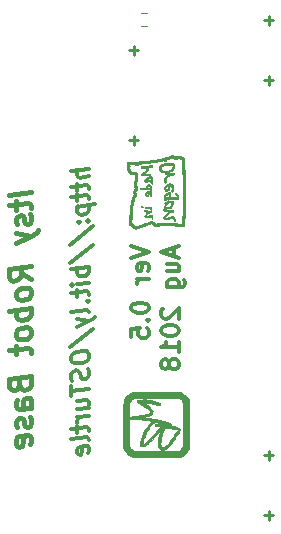
<source format=gbo>
G04 #@! TF.FileFunction,Legend,Bot*
%FSLAX46Y46*%
G04 Gerber Fmt 4.6, Leading zero omitted, Abs format (unit mm)*
G04 Created by KiCad (PCBNEW 4.0.7) date 09/06/18 07:33:57*
%MOMM*%
%LPD*%
G01*
G04 APERTURE LIST*
%ADD10C,0.100000*%
%ADD11C,0.300000*%
%ADD12C,0.250000*%
%ADD13C,0.400000*%
%ADD14C,0.002540*%
%ADD15C,0.120000*%
G04 APERTURE END LIST*
D10*
D11*
X132758571Y-78684464D02*
X131258571Y-78871964D01*
X132758571Y-79327321D02*
X131972857Y-79425535D01*
X131830000Y-79371963D01*
X131758571Y-79238035D01*
X131758571Y-79023750D01*
X131830000Y-78871963D01*
X131901429Y-78791606D01*
X131758571Y-79952321D02*
X131758571Y-80523750D01*
X131258571Y-80229107D02*
X132544286Y-80068392D01*
X132687143Y-80121963D01*
X132758571Y-80255893D01*
X132758571Y-80398750D01*
X131758571Y-80809464D02*
X131758571Y-81380893D01*
X131258571Y-81086250D02*
X132544286Y-80925535D01*
X132687143Y-80979106D01*
X132758571Y-81113036D01*
X132758571Y-81255893D01*
X131758571Y-81880893D02*
X133258571Y-81693393D01*
X131830000Y-81871964D02*
X131758571Y-82023750D01*
X131758571Y-82309464D01*
X131830000Y-82443392D01*
X131901429Y-82505892D01*
X132044286Y-82559464D01*
X132472857Y-82505893D01*
X132615714Y-82416607D01*
X132687143Y-82336249D01*
X132758571Y-82184464D01*
X132758571Y-81898750D01*
X132687143Y-81764821D01*
X132615714Y-83130893D02*
X132687143Y-83193392D01*
X132758571Y-83113036D01*
X132687143Y-83050535D01*
X132615714Y-83130893D01*
X132758571Y-83113036D01*
X131830000Y-83229107D02*
X131901429Y-83291606D01*
X131972857Y-83211250D01*
X131901429Y-83148749D01*
X131830000Y-83229107D01*
X131972857Y-83211250D01*
X131187143Y-85095178D02*
X133115714Y-83568393D01*
X131187143Y-86666607D02*
X133115714Y-85139822D01*
X132758571Y-86970180D02*
X131258571Y-87157680D01*
X131830000Y-87086251D02*
X131758571Y-87238037D01*
X131758571Y-87523751D01*
X131830000Y-87657679D01*
X131901429Y-87720179D01*
X132044286Y-87773751D01*
X132472857Y-87720180D01*
X132615714Y-87630894D01*
X132687143Y-87550536D01*
X132758571Y-87398751D01*
X132758571Y-87113037D01*
X132687143Y-86979108D01*
X132758571Y-88327323D02*
X131758571Y-88452323D01*
X131258571Y-88514823D02*
X131330000Y-88434465D01*
X131401429Y-88496965D01*
X131330000Y-88577322D01*
X131258571Y-88514823D01*
X131401429Y-88496965D01*
X131758571Y-88952323D02*
X131758571Y-89523752D01*
X131258571Y-89229109D02*
X132544286Y-89068394D01*
X132687143Y-89121965D01*
X132758571Y-89255895D01*
X132758571Y-89398752D01*
X132615714Y-89916609D02*
X132687143Y-89979108D01*
X132758571Y-89898752D01*
X132687143Y-89836251D01*
X132615714Y-89916609D01*
X132758571Y-89898752D01*
X132758571Y-90827324D02*
X132687143Y-90693394D01*
X132544286Y-90639823D01*
X131258571Y-90800538D01*
X131758571Y-91380895D02*
X132758571Y-91613038D01*
X131758571Y-92095180D02*
X132758571Y-91613038D01*
X133115714Y-91425537D01*
X133187143Y-91345180D01*
X133258571Y-91193395D01*
X131187143Y-93809465D02*
X133115714Y-92282680D01*
X131258571Y-94586252D02*
X131258571Y-94871966D01*
X131330000Y-95005895D01*
X131472857Y-95130895D01*
X131758571Y-95166609D01*
X132258571Y-95104109D01*
X132544286Y-94996966D01*
X132687143Y-94836252D01*
X132758571Y-94684466D01*
X132758571Y-94398752D01*
X132687143Y-94264823D01*
X132544286Y-94139823D01*
X132258571Y-94104109D01*
X131758571Y-94166609D01*
X131472857Y-94273752D01*
X131330000Y-94434466D01*
X131258571Y-94586252D01*
X132687143Y-95621966D02*
X132758571Y-95827324D01*
X132758571Y-96184467D01*
X132687143Y-96336252D01*
X132615714Y-96416610D01*
X132472857Y-96505895D01*
X132330000Y-96523752D01*
X132187143Y-96470181D01*
X132115714Y-96407681D01*
X132044286Y-96273752D01*
X131972857Y-95996967D01*
X131901429Y-95863037D01*
X131830000Y-95800538D01*
X131687143Y-95746966D01*
X131544286Y-95764823D01*
X131401429Y-95854109D01*
X131330000Y-95934466D01*
X131258571Y-96086253D01*
X131258571Y-96443395D01*
X131330000Y-96648752D01*
X131258571Y-97086252D02*
X131258571Y-97943395D01*
X132758571Y-97327324D02*
X131258571Y-97514824D01*
X131758571Y-99023752D02*
X132758571Y-98898752D01*
X131758571Y-98380895D02*
X132544286Y-98282680D01*
X132687143Y-98336251D01*
X132758571Y-98470181D01*
X132758571Y-98684466D01*
X132687143Y-98836251D01*
X132615714Y-98916609D01*
X132758571Y-99613038D02*
X131758571Y-99738038D01*
X132044286Y-99702323D02*
X131901429Y-99791608D01*
X131830000Y-99871966D01*
X131758571Y-100023752D01*
X131758571Y-100166609D01*
X131758571Y-100452323D02*
X131758571Y-101023752D01*
X131258571Y-100729109D02*
X132544286Y-100568394D01*
X132687143Y-100621965D01*
X132758571Y-100755895D01*
X132758571Y-100898752D01*
X132758571Y-101613038D02*
X132687143Y-101479108D01*
X132544286Y-101425537D01*
X131258571Y-101586252D01*
X132687143Y-102764822D02*
X132758571Y-102613037D01*
X132758571Y-102327323D01*
X132687143Y-102193394D01*
X132544286Y-102139822D01*
X131972857Y-102211251D01*
X131830000Y-102300537D01*
X131758571Y-102452323D01*
X131758571Y-102738037D01*
X131830000Y-102871965D01*
X131972857Y-102925537D01*
X132115714Y-102907680D01*
X132258571Y-102175537D01*
D12*
X136905952Y-76271429D02*
X136144047Y-76271429D01*
X136524999Y-76652381D02*
X136524999Y-75890476D01*
X136905952Y-68651429D02*
X136144047Y-68651429D01*
X136524999Y-69032381D02*
X136524999Y-68270476D01*
X148335952Y-71191429D02*
X147574047Y-71191429D01*
X147954999Y-71572381D02*
X147954999Y-70810476D01*
X148335952Y-66111429D02*
X147574047Y-66111429D01*
X147954999Y-66492381D02*
X147954999Y-65730476D01*
X148335952Y-102941429D02*
X147574047Y-102941429D01*
X147954999Y-103322381D02*
X147954999Y-102560476D01*
X148335952Y-108021429D02*
X147574047Y-108021429D01*
X147954999Y-108402381D02*
X147954999Y-107640476D01*
D11*
X136333571Y-85232857D02*
X137833571Y-85732857D01*
X136333571Y-86232857D01*
X137762143Y-87304285D02*
X137833571Y-87161428D01*
X137833571Y-86875714D01*
X137762143Y-86732857D01*
X137619286Y-86661428D01*
X137047857Y-86661428D01*
X136905000Y-86732857D01*
X136833571Y-86875714D01*
X136833571Y-87161428D01*
X136905000Y-87304285D01*
X137047857Y-87375714D01*
X137190714Y-87375714D01*
X137333571Y-86661428D01*
X137833571Y-88018571D02*
X136833571Y-88018571D01*
X137119286Y-88018571D02*
X136976429Y-88089999D01*
X136905000Y-88161428D01*
X136833571Y-88304285D01*
X136833571Y-88447142D01*
X136333571Y-90375713D02*
X136333571Y-90518570D01*
X136405000Y-90661427D01*
X136476429Y-90732856D01*
X136619286Y-90804285D01*
X136905000Y-90875713D01*
X137262143Y-90875713D01*
X137547857Y-90804285D01*
X137690714Y-90732856D01*
X137762143Y-90661427D01*
X137833571Y-90518570D01*
X137833571Y-90375713D01*
X137762143Y-90232856D01*
X137690714Y-90161427D01*
X137547857Y-90089999D01*
X137262143Y-90018570D01*
X136905000Y-90018570D01*
X136619286Y-90089999D01*
X136476429Y-90161427D01*
X136405000Y-90232856D01*
X136333571Y-90375713D01*
X137690714Y-91518570D02*
X137762143Y-91589998D01*
X137833571Y-91518570D01*
X137762143Y-91447141D01*
X137690714Y-91518570D01*
X137833571Y-91518570D01*
X136333571Y-92947142D02*
X136333571Y-92232856D01*
X137047857Y-92161427D01*
X136976429Y-92232856D01*
X136905000Y-92375713D01*
X136905000Y-92732856D01*
X136976429Y-92875713D01*
X137047857Y-92947142D01*
X137190714Y-93018570D01*
X137547857Y-93018570D01*
X137690714Y-92947142D01*
X137762143Y-92875713D01*
X137833571Y-92732856D01*
X137833571Y-92375713D01*
X137762143Y-92232856D01*
X137690714Y-92161427D01*
X139955000Y-85375714D02*
X139955000Y-86090000D01*
X140383571Y-85232857D02*
X138883571Y-85732857D01*
X140383571Y-86232857D01*
X139383571Y-87375714D02*
X140383571Y-87375714D01*
X139383571Y-86732857D02*
X140169286Y-86732857D01*
X140312143Y-86804285D01*
X140383571Y-86947143D01*
X140383571Y-87161428D01*
X140312143Y-87304285D01*
X140240714Y-87375714D01*
X139383571Y-88732857D02*
X140597857Y-88732857D01*
X140740714Y-88661428D01*
X140812143Y-88590000D01*
X140883571Y-88447143D01*
X140883571Y-88232857D01*
X140812143Y-88090000D01*
X140312143Y-88732857D02*
X140383571Y-88590000D01*
X140383571Y-88304286D01*
X140312143Y-88161428D01*
X140240714Y-88090000D01*
X140097857Y-88018571D01*
X139669286Y-88018571D01*
X139526429Y-88090000D01*
X139455000Y-88161428D01*
X139383571Y-88304286D01*
X139383571Y-88590000D01*
X139455000Y-88732857D01*
X139026429Y-90518571D02*
X138955000Y-90590000D01*
X138883571Y-90732857D01*
X138883571Y-91090000D01*
X138955000Y-91232857D01*
X139026429Y-91304286D01*
X139169286Y-91375714D01*
X139312143Y-91375714D01*
X139526429Y-91304286D01*
X140383571Y-90447143D01*
X140383571Y-91375714D01*
X138883571Y-92304285D02*
X138883571Y-92447142D01*
X138955000Y-92589999D01*
X139026429Y-92661428D01*
X139169286Y-92732857D01*
X139455000Y-92804285D01*
X139812143Y-92804285D01*
X140097857Y-92732857D01*
X140240714Y-92661428D01*
X140312143Y-92589999D01*
X140383571Y-92447142D01*
X140383571Y-92304285D01*
X140312143Y-92161428D01*
X140240714Y-92089999D01*
X140097857Y-92018571D01*
X139812143Y-91947142D01*
X139455000Y-91947142D01*
X139169286Y-92018571D01*
X139026429Y-92089999D01*
X138955000Y-92161428D01*
X138883571Y-92304285D01*
X140383571Y-94232856D02*
X140383571Y-93375713D01*
X140383571Y-93804285D02*
X138883571Y-93804285D01*
X139097857Y-93661428D01*
X139240714Y-93518570D01*
X139312143Y-93375713D01*
X139526429Y-95089999D02*
X139455000Y-94947141D01*
X139383571Y-94875713D01*
X139240714Y-94804284D01*
X139169286Y-94804284D01*
X139026429Y-94875713D01*
X138955000Y-94947141D01*
X138883571Y-95089999D01*
X138883571Y-95375713D01*
X138955000Y-95518570D01*
X139026429Y-95589999D01*
X139169286Y-95661427D01*
X139240714Y-95661427D01*
X139383571Y-95589999D01*
X139455000Y-95518570D01*
X139526429Y-95375713D01*
X139526429Y-95089999D01*
X139597857Y-94947141D01*
X139669286Y-94875713D01*
X139812143Y-94804284D01*
X140097857Y-94804284D01*
X140240714Y-94875713D01*
X140312143Y-94947141D01*
X140383571Y-95089999D01*
X140383571Y-95375713D01*
X140312143Y-95518570D01*
X140240714Y-95589999D01*
X140097857Y-95661427D01*
X139812143Y-95661427D01*
X139669286Y-95589999D01*
X139597857Y-95518570D01*
X139526429Y-95375713D01*
D13*
X127836905Y-80675862D02*
X125986905Y-80907112D01*
X126603571Y-81446695D02*
X126603571Y-82151457D01*
X125986905Y-81788064D02*
X127572619Y-81589850D01*
X127748810Y-81655921D01*
X127836905Y-81821100D01*
X127836905Y-81997290D01*
X127748810Y-82536874D02*
X127836905Y-82702052D01*
X127836905Y-83054433D01*
X127748810Y-83241636D01*
X127572619Y-83351755D01*
X127484524Y-83362767D01*
X127308333Y-83296695D01*
X127220238Y-83131516D01*
X127220238Y-82867231D01*
X127132143Y-82702052D01*
X126955952Y-82635981D01*
X126867857Y-82646993D01*
X126691667Y-82757112D01*
X126603571Y-82944315D01*
X126603571Y-83208600D01*
X126691667Y-83373779D01*
X126603571Y-84089553D02*
X127836905Y-84375862D01*
X126603571Y-84970505D02*
X127836905Y-84375862D01*
X128277381Y-84144611D01*
X128365476Y-84045504D01*
X128453571Y-83858303D01*
X127836905Y-87987767D02*
X126955952Y-87481219D01*
X127836905Y-86930624D02*
X125986905Y-87161874D01*
X125986905Y-87866636D01*
X126075000Y-88031815D01*
X126163095Y-88108898D01*
X126339286Y-88174969D01*
X126603571Y-88141934D01*
X126779762Y-88031815D01*
X126867857Y-87932708D01*
X126955952Y-87745505D01*
X126955952Y-87040743D01*
X127836905Y-89044910D02*
X127748810Y-88879731D01*
X127660714Y-88802648D01*
X127484524Y-88736577D01*
X126955952Y-88802648D01*
X126779762Y-88912767D01*
X126691667Y-89011874D01*
X126603571Y-89199077D01*
X126603571Y-89463363D01*
X126691667Y-89628541D01*
X126779762Y-89705624D01*
X126955952Y-89771696D01*
X127484524Y-89705625D01*
X127660714Y-89595505D01*
X127748810Y-89496398D01*
X127836905Y-89309196D01*
X127836905Y-89044910D01*
X127836905Y-90454434D02*
X125986905Y-90685684D01*
X126691667Y-90597589D02*
X126603571Y-90784792D01*
X126603571Y-91137173D01*
X126691667Y-91302351D01*
X126779762Y-91379434D01*
X126955952Y-91445506D01*
X127484524Y-91379435D01*
X127660714Y-91269315D01*
X127748810Y-91170208D01*
X127836905Y-90983006D01*
X127836905Y-90630625D01*
X127748810Y-90465446D01*
X127836905Y-92392530D02*
X127748810Y-92227351D01*
X127660714Y-92150268D01*
X127484524Y-92084197D01*
X126955952Y-92150268D01*
X126779762Y-92260387D01*
X126691667Y-92359494D01*
X126603571Y-92546697D01*
X126603571Y-92810983D01*
X126691667Y-92976161D01*
X126779762Y-93053244D01*
X126955952Y-93119316D01*
X127484524Y-93053245D01*
X127660714Y-92943125D01*
X127748810Y-92844018D01*
X127836905Y-92656816D01*
X127836905Y-92392530D01*
X126603571Y-93691935D02*
X126603571Y-94396697D01*
X125986905Y-94033304D02*
X127572619Y-93835090D01*
X127748810Y-93901161D01*
X127836905Y-94066340D01*
X127836905Y-94242530D01*
X126867857Y-97006519D02*
X126955952Y-97259793D01*
X127044048Y-97336876D01*
X127220238Y-97402947D01*
X127484524Y-97369912D01*
X127660714Y-97259793D01*
X127748810Y-97160686D01*
X127836905Y-96973483D01*
X127836905Y-96268721D01*
X125986905Y-96499971D01*
X125986905Y-97116638D01*
X126075000Y-97281816D01*
X126163095Y-97358900D01*
X126339286Y-97424971D01*
X126515476Y-97402948D01*
X126691667Y-97292829D01*
X126779762Y-97193721D01*
X126867857Y-97006519D01*
X126867857Y-96389852D01*
X127836905Y-98911578D02*
X126867857Y-99032709D01*
X126691667Y-98966638D01*
X126603571Y-98801460D01*
X126603571Y-98449079D01*
X126691667Y-98261876D01*
X127748810Y-98922590D02*
X127836905Y-98735388D01*
X127836905Y-98294912D01*
X127748810Y-98129733D01*
X127572619Y-98063662D01*
X127396429Y-98085685D01*
X127220238Y-98195804D01*
X127132143Y-98383007D01*
X127132143Y-98823483D01*
X127044048Y-99010685D01*
X127748810Y-99715448D02*
X127836905Y-99880626D01*
X127836905Y-100233007D01*
X127748810Y-100420210D01*
X127572619Y-100530329D01*
X127484524Y-100541341D01*
X127308333Y-100475269D01*
X127220238Y-100310090D01*
X127220238Y-100045805D01*
X127132143Y-99880626D01*
X126955952Y-99814555D01*
X126867857Y-99825567D01*
X126691667Y-99935686D01*
X126603571Y-100122889D01*
X126603571Y-100387174D01*
X126691667Y-100552353D01*
X127748810Y-102005924D02*
X127836905Y-101818722D01*
X127836905Y-101466341D01*
X127748810Y-101301162D01*
X127572619Y-101235091D01*
X126867857Y-101323186D01*
X126691667Y-101433305D01*
X126603571Y-101620508D01*
X126603571Y-101972889D01*
X126691667Y-102138067D01*
X126867857Y-102204138D01*
X127044048Y-102182114D01*
X127220238Y-101279138D01*
D14*
G36*
X136669780Y-83741260D02*
X136707880Y-83741260D01*
X136733280Y-83738720D01*
X136756140Y-83736180D01*
X136773920Y-83731100D01*
X136794240Y-83720940D01*
X136801860Y-83718400D01*
X136829800Y-83705700D01*
X136855200Y-83695540D01*
X136885680Y-83685380D01*
X136921240Y-83675220D01*
X136966960Y-83665060D01*
X137020300Y-83652360D01*
X137038080Y-83647280D01*
X137111740Y-83632040D01*
X137172700Y-83614260D01*
X137226040Y-83599020D01*
X137271760Y-83578700D01*
X137312400Y-83558380D01*
X136682480Y-83558380D01*
X136667240Y-83558380D01*
X136654540Y-83555840D01*
X136641840Y-83548220D01*
X136626600Y-83535520D01*
X136608820Y-83512660D01*
X136598660Y-83502500D01*
X136575800Y-83474560D01*
X136550400Y-83449160D01*
X136527540Y-83431380D01*
X136519920Y-83423760D01*
X136502140Y-83411060D01*
X136476740Y-83390740D01*
X136446260Y-83365340D01*
X136415780Y-83339940D01*
X136413240Y-83337400D01*
X136385300Y-83314540D01*
X136359900Y-83294220D01*
X136342120Y-83281520D01*
X136331960Y-83273900D01*
X136329420Y-83273900D01*
X136324340Y-83268820D01*
X136324340Y-83251040D01*
X136324340Y-83225640D01*
X136329420Y-83195160D01*
X136334500Y-83164680D01*
X136337040Y-83154520D01*
X136339580Y-83141820D01*
X136344660Y-83129120D01*
X136344660Y-83113880D01*
X136347200Y-83096100D01*
X136349740Y-83070700D01*
X136352280Y-83037680D01*
X136352280Y-82999580D01*
X136354820Y-82951320D01*
X136354820Y-82892900D01*
X136357360Y-82821780D01*
X136359900Y-82737960D01*
X136359900Y-82684620D01*
X136362440Y-82598260D01*
X136362440Y-82511900D01*
X136364980Y-82425540D01*
X136364980Y-82341720D01*
X136367520Y-82262980D01*
X136367520Y-82191860D01*
X136367520Y-82128360D01*
X136367520Y-82080100D01*
X136367520Y-82067400D01*
X136367520Y-81874360D01*
X136428480Y-81813400D01*
X136486900Y-81752440D01*
X136486900Y-81711800D01*
X136486900Y-81683860D01*
X136484360Y-81648300D01*
X136479280Y-81620360D01*
X136476740Y-81587340D01*
X136479280Y-81556860D01*
X136484360Y-81523840D01*
X136494520Y-81483200D01*
X136512300Y-81437480D01*
X136535160Y-81381600D01*
X136540240Y-81366360D01*
X136560560Y-81323180D01*
X136573260Y-81290160D01*
X136580880Y-81262220D01*
X136585960Y-81236820D01*
X136591040Y-81208880D01*
X136593580Y-81191100D01*
X136598660Y-81145380D01*
X136603740Y-81109820D01*
X136611360Y-81081880D01*
X136621520Y-81061560D01*
X136634220Y-81041240D01*
X136654540Y-81020920D01*
X136657080Y-81018380D01*
X136677400Y-80995520D01*
X136695180Y-80970120D01*
X136707880Y-80952340D01*
X136707880Y-80952340D01*
X136712960Y-80932020D01*
X136718040Y-80901540D01*
X136725660Y-80865980D01*
X136728200Y-80827880D01*
X136733280Y-80794860D01*
X136733280Y-80769460D01*
X136730740Y-80754220D01*
X136723120Y-80741520D01*
X136710420Y-80718660D01*
X136692640Y-80698340D01*
X136672320Y-80675480D01*
X136664700Y-80660240D01*
X136662160Y-80650080D01*
X136664700Y-80645000D01*
X136672320Y-80634840D01*
X136685020Y-80614520D01*
X136702800Y-80586580D01*
X136723120Y-80556100D01*
X136728200Y-80548480D01*
X136781540Y-80462120D01*
X136784080Y-80385920D01*
X136786620Y-80350360D01*
X136789160Y-80327500D01*
X136791700Y-80314800D01*
X136796780Y-80304640D01*
X136804400Y-80299560D01*
X136809480Y-80297020D01*
X136832340Y-80276700D01*
X136847580Y-80248760D01*
X136855200Y-80218280D01*
X136855200Y-80213200D01*
X136847580Y-80185260D01*
X136829800Y-80157320D01*
X136799320Y-80129380D01*
X136786620Y-80119220D01*
X136773920Y-80106520D01*
X136763760Y-80098900D01*
X136756140Y-80088740D01*
X136748520Y-80076040D01*
X136745980Y-80055720D01*
X136740900Y-80030320D01*
X136735820Y-79992220D01*
X136733280Y-79943960D01*
X136730740Y-79928720D01*
X136720580Y-79819500D01*
X136748520Y-79789020D01*
X136781540Y-79753460D01*
X136806940Y-79717900D01*
X136827260Y-79687420D01*
X136832340Y-79677260D01*
X136837420Y-79654400D01*
X136842500Y-79621380D01*
X136847580Y-79578200D01*
X136852660Y-79532480D01*
X136857740Y-79481680D01*
X136860280Y-79433420D01*
X136860280Y-79387700D01*
X136860280Y-79385160D01*
X136860280Y-79336900D01*
X136855200Y-79293720D01*
X136850120Y-79250540D01*
X136839960Y-79202280D01*
X136829800Y-79156560D01*
X136819640Y-79123540D01*
X136806940Y-79098140D01*
X136794240Y-79075280D01*
X136773920Y-79052420D01*
X136748520Y-79027020D01*
X136728200Y-79009240D01*
X136707880Y-78994000D01*
X136685020Y-78986380D01*
X136657080Y-78978760D01*
X136621520Y-78971140D01*
X136578340Y-78968600D01*
X136527540Y-78963520D01*
X136448800Y-78955900D01*
X136380220Y-78943200D01*
X136324340Y-78922880D01*
X136278620Y-78897480D01*
X136273540Y-78894940D01*
X136248140Y-78869540D01*
X136220200Y-78831440D01*
X136212580Y-78818740D01*
X136199880Y-78790800D01*
X136189720Y-78767940D01*
X136187180Y-78750160D01*
X136187180Y-78727300D01*
X136187180Y-78724760D01*
X136187180Y-78686660D01*
X136179560Y-78643480D01*
X136171940Y-78613000D01*
X136159240Y-78574900D01*
X136154160Y-78546960D01*
X136151620Y-78529180D01*
X136156700Y-78513940D01*
X136161780Y-78498700D01*
X136166860Y-78491080D01*
X136182100Y-78460600D01*
X136187180Y-78417420D01*
X136182100Y-78369160D01*
X136177020Y-78353920D01*
X136171940Y-78331060D01*
X136166860Y-78310740D01*
X136166860Y-78303120D01*
X136171940Y-78303120D01*
X136192260Y-78300580D01*
X136215120Y-78300580D01*
X136217660Y-78300580D01*
X136245600Y-78300580D01*
X136265920Y-78298040D01*
X136283700Y-78292960D01*
X136301480Y-78280260D01*
X136334500Y-78257400D01*
X136453880Y-78265020D01*
X136499600Y-78267560D01*
X136532620Y-78272640D01*
X136558020Y-78275180D01*
X136575800Y-78280260D01*
X136591040Y-78285340D01*
X136606280Y-78292960D01*
X136613900Y-78298040D01*
X136644380Y-78313280D01*
X136672320Y-78320900D01*
X136692640Y-78320900D01*
X136720580Y-78323440D01*
X136743440Y-78325980D01*
X136751060Y-78328520D01*
X136768840Y-78331060D01*
X136794240Y-78336140D01*
X136827260Y-78336140D01*
X136839960Y-78336140D01*
X136872980Y-78336140D01*
X136893300Y-78336140D01*
X136908540Y-78331060D01*
X136918700Y-78323440D01*
X136931400Y-78313280D01*
X136933940Y-78310740D01*
X136949180Y-78290420D01*
X136956800Y-78270100D01*
X136959340Y-78267560D01*
X136959340Y-78257400D01*
X136964420Y-78252320D01*
X136979660Y-78247240D01*
X137005060Y-78244700D01*
X137038080Y-78242160D01*
X137076180Y-78239620D01*
X137099040Y-78239620D01*
X137142220Y-78237080D01*
X137198100Y-78232000D01*
X137269220Y-78224380D01*
X137355580Y-78211680D01*
X137454640Y-78193900D01*
X137462260Y-78193900D01*
X137505440Y-78186280D01*
X137546080Y-78181200D01*
X137576560Y-78176120D01*
X137599420Y-78173580D01*
X137607040Y-78171040D01*
X137619740Y-78171040D01*
X137642600Y-78173580D01*
X137673080Y-78173580D01*
X137703560Y-78176120D01*
X137736580Y-78176120D01*
X137767060Y-78178660D01*
X137787380Y-78181200D01*
X137795000Y-78183740D01*
X137820400Y-78193900D01*
X137850880Y-78196440D01*
X137881360Y-78193900D01*
X137906760Y-78183740D01*
X137919460Y-78168500D01*
X137932160Y-78160880D01*
X137957560Y-78153260D01*
X137998200Y-78143100D01*
X138054080Y-78135480D01*
X138122660Y-78125320D01*
X138201400Y-78117700D01*
X138262360Y-78112620D01*
X138315700Y-78107540D01*
X138366500Y-78102460D01*
X138409680Y-78097380D01*
X138445240Y-78092300D01*
X138470640Y-78089760D01*
X138483340Y-78087220D01*
X138503660Y-78077060D01*
X138531600Y-78066900D01*
X138557000Y-78056740D01*
X138577320Y-78049120D01*
X138592560Y-78041500D01*
X138610340Y-78038960D01*
X138630660Y-78036420D01*
X138656060Y-78036420D01*
X138689080Y-78038960D01*
X138734800Y-78041500D01*
X138755120Y-78041500D01*
X138800840Y-78044040D01*
X138836400Y-78044040D01*
X138864340Y-78038960D01*
X138889740Y-78031340D01*
X138917680Y-78018640D01*
X138950700Y-77998320D01*
X138988800Y-77980540D01*
X139016740Y-77970380D01*
X139044680Y-77965300D01*
X139072620Y-77970380D01*
X139110720Y-77980540D01*
X139120880Y-77985620D01*
X139158980Y-77998320D01*
X139189460Y-78005940D01*
X139209780Y-78005940D01*
X139227560Y-78003400D01*
X139242800Y-77995780D01*
X139245340Y-77995780D01*
X139260580Y-77980540D01*
X139278360Y-77955140D01*
X139296140Y-77924660D01*
X139308840Y-77891640D01*
X139316460Y-77871320D01*
X139321540Y-77851000D01*
X139410440Y-77851000D01*
X139501880Y-77851000D01*
X139565380Y-77820520D01*
X139633960Y-77787500D01*
X139692380Y-77762100D01*
X139740640Y-77741780D01*
X139776200Y-77729080D01*
X139796520Y-77724000D01*
X139814300Y-77721460D01*
X139829540Y-77721460D01*
X139844780Y-77729080D01*
X139865100Y-77744320D01*
X139867640Y-77744320D01*
X139908280Y-77772260D01*
X139946380Y-77795120D01*
X139992100Y-77812900D01*
X140020040Y-77820520D01*
X140073380Y-77835760D01*
X140172440Y-77812900D01*
X140238480Y-77797660D01*
X140291820Y-77790040D01*
X140337540Y-77784960D01*
X140378180Y-77784960D01*
X140416280Y-77792580D01*
X140454380Y-77802740D01*
X140454380Y-77802740D01*
X140497560Y-77817980D01*
X140535660Y-77830680D01*
X140568680Y-77845920D01*
X140591540Y-77856080D01*
X140601700Y-77866240D01*
X140604240Y-77866240D01*
X140606780Y-77876400D01*
X140614400Y-77896720D01*
X140619480Y-77904340D01*
X140627100Y-77927200D01*
X140634720Y-77962760D01*
X140639800Y-78011020D01*
X140642340Y-78071980D01*
X140644880Y-78148180D01*
X140647420Y-78237080D01*
X140647420Y-78338680D01*
X140647420Y-78348840D01*
X140649960Y-78404720D01*
X140649960Y-78470760D01*
X140652500Y-78544420D01*
X140652500Y-78623160D01*
X140655040Y-78701900D01*
X140660120Y-78775560D01*
X140660120Y-78795880D01*
X140667740Y-79032100D01*
X140677900Y-79258160D01*
X140682980Y-79481680D01*
X140688060Y-79705200D01*
X140693140Y-79926180D01*
X140695680Y-80149700D01*
X140698220Y-80375760D01*
X140698220Y-80609440D01*
X140698220Y-80848200D01*
X140698220Y-81099660D01*
X140695680Y-81361280D01*
X140693140Y-81493360D01*
X140690600Y-81678780D01*
X140688060Y-81848960D01*
X140685520Y-82006440D01*
X140682980Y-82151220D01*
X140680440Y-82285840D01*
X140677900Y-82410300D01*
X140675360Y-82527140D01*
X140672820Y-82633820D01*
X140667740Y-82732880D01*
X140665200Y-82824320D01*
X140662660Y-82913220D01*
X140657580Y-82997040D01*
X140655040Y-83042760D01*
X140652500Y-83106260D01*
X140647420Y-83164680D01*
X140644880Y-83218020D01*
X140642340Y-83263740D01*
X140639800Y-83296760D01*
X140639800Y-83319620D01*
X140639800Y-83332320D01*
X140639800Y-83332320D01*
X140632180Y-83332320D01*
X140609320Y-83329780D01*
X140576300Y-83329780D01*
X140528040Y-83327240D01*
X140469620Y-83324700D01*
X140401040Y-83322160D01*
X140322300Y-83317080D01*
X140235940Y-83314540D01*
X140139420Y-83309460D01*
X140037820Y-83304380D01*
X139931140Y-83301840D01*
X139816840Y-83296760D01*
X139700000Y-83289140D01*
X139684760Y-83289140D01*
X139545060Y-83284060D01*
X139418060Y-83278980D01*
X139303760Y-83273900D01*
X139202160Y-83268820D01*
X139113260Y-83263740D01*
X139034520Y-83261200D01*
X138968480Y-83258660D01*
X138907520Y-83256120D01*
X138859260Y-83256120D01*
X138816080Y-83256120D01*
X138783060Y-83256120D01*
X138752580Y-83256120D01*
X138729720Y-83256120D01*
X138711940Y-83258660D01*
X138696700Y-83261200D01*
X138686540Y-83263740D01*
X138676380Y-83266280D01*
X138668760Y-83271360D01*
X138663680Y-83276440D01*
X138656060Y-83281520D01*
X138648440Y-83286600D01*
X138633200Y-83299300D01*
X138617960Y-83306920D01*
X138602720Y-83309460D01*
X138577320Y-83306920D01*
X138567160Y-83306920D01*
X138531600Y-83306920D01*
X138498580Y-83309460D01*
X138457940Y-83319620D01*
X138455400Y-83319620D01*
X138412220Y-83332320D01*
X138381740Y-83339940D01*
X138358880Y-83342480D01*
X138346180Y-83342480D01*
X138336020Y-83339940D01*
X138330940Y-83332320D01*
X138328400Y-83332320D01*
X138323320Y-83314540D01*
X138315700Y-83291680D01*
X138315700Y-83281520D01*
X138308080Y-83253580D01*
X138297920Y-83230720D01*
X138282680Y-83210400D01*
X138259820Y-83192620D01*
X138224260Y-83169760D01*
X138188700Y-83151980D01*
X138099800Y-83108800D01*
X138021060Y-83116420D01*
X137990580Y-83121500D01*
X137962640Y-83126580D01*
X137937240Y-83134200D01*
X137909300Y-83141820D01*
X137873740Y-83154520D01*
X137830560Y-83174840D01*
X137817860Y-83179920D01*
X137767060Y-83200240D01*
X137716260Y-83223100D01*
X137662920Y-83245960D01*
X137617200Y-83266280D01*
X137599420Y-83276440D01*
X137561320Y-83291680D01*
X137533380Y-83304380D01*
X137513060Y-83312000D01*
X137500360Y-83314540D01*
X137490200Y-83312000D01*
X137480040Y-83312000D01*
X137454640Y-83304380D01*
X137424160Y-83304380D01*
X137391140Y-83314540D01*
X137350500Y-83332320D01*
X137302240Y-83357720D01*
X137299700Y-83360260D01*
X137259060Y-83383120D01*
X137223500Y-83403440D01*
X137193020Y-83418680D01*
X137162540Y-83428840D01*
X137129520Y-83441540D01*
X137088880Y-83451700D01*
X137043160Y-83461860D01*
X136997440Y-83472020D01*
X136933940Y-83487260D01*
X136883140Y-83499960D01*
X136842500Y-83510120D01*
X136809480Y-83520280D01*
X136781540Y-83530440D01*
X136758680Y-83538060D01*
X136748520Y-83545680D01*
X136720580Y-83553300D01*
X136690100Y-83558380D01*
X136682480Y-83558380D01*
X137312400Y-83558380D01*
X137314940Y-83555840D01*
X137330180Y-83550760D01*
X137358120Y-83532980D01*
X137380980Y-83522820D01*
X137393680Y-83517740D01*
X137403840Y-83517740D01*
X137414000Y-83522820D01*
X137431780Y-83525360D01*
X137449560Y-83527900D01*
X137472420Y-83522820D01*
X137500360Y-83515200D01*
X137535920Y-83499960D01*
X137584180Y-83479640D01*
X137614660Y-83464400D01*
X137695940Y-83428840D01*
X137772140Y-83393280D01*
X137840720Y-83365340D01*
X137901680Y-83339940D01*
X137952480Y-83319620D01*
X137993120Y-83306920D01*
X138021060Y-83299300D01*
X138023600Y-83299300D01*
X138051540Y-83294220D01*
X138069320Y-83296760D01*
X138089640Y-83301840D01*
X138102340Y-83309460D01*
X138122660Y-83319620D01*
X138135360Y-83332320D01*
X138142980Y-83347560D01*
X138148060Y-83370420D01*
X138150600Y-83383120D01*
X138153140Y-83398360D01*
X138163300Y-83416140D01*
X138178540Y-83433920D01*
X138203940Y-83461860D01*
X138214100Y-83469480D01*
X138239500Y-83494880D01*
X138257280Y-83512660D01*
X138269980Y-83522820D01*
X138282680Y-83527900D01*
X138297920Y-83527900D01*
X138308080Y-83527900D01*
X138361420Y-83525360D01*
X138422380Y-83512660D01*
X138485880Y-83497420D01*
X138513820Y-83489800D01*
X138536680Y-83487260D01*
X138559540Y-83487260D01*
X138590020Y-83489800D01*
X138595100Y-83492340D01*
X138628120Y-83494880D01*
X138656060Y-83494880D01*
X138678920Y-83487260D01*
X138706860Y-83469480D01*
X138729720Y-83451700D01*
X138757660Y-83428840D01*
X139738100Y-83472020D01*
X139857480Y-83477100D01*
X139974320Y-83482180D01*
X140086080Y-83487260D01*
X140192760Y-83492340D01*
X140291820Y-83494880D01*
X140383260Y-83499960D01*
X140467080Y-83502500D01*
X140540740Y-83505040D01*
X140604240Y-83507580D01*
X140657580Y-83510120D01*
X140698220Y-83510120D01*
X140726160Y-83510120D01*
X140741400Y-83510120D01*
X140741400Y-83510120D01*
X140766800Y-83499960D01*
X140789660Y-83479640D01*
X140804900Y-83456780D01*
X140807440Y-83451700D01*
X140809980Y-83439000D01*
X140812520Y-83411060D01*
X140815060Y-83372960D01*
X140820140Y-83324700D01*
X140822680Y-83266280D01*
X140827760Y-83202780D01*
X140830300Y-83129120D01*
X140835380Y-83052920D01*
X140837920Y-82971640D01*
X140843000Y-82890360D01*
X140845540Y-82806540D01*
X140848080Y-82725260D01*
X140850620Y-82643980D01*
X140853160Y-82567780D01*
X140855700Y-82496660D01*
X140858240Y-82453480D01*
X140858240Y-82392520D01*
X140860780Y-82318860D01*
X140860780Y-82235040D01*
X140863320Y-82143600D01*
X140865860Y-82042000D01*
X140865860Y-81935320D01*
X140868400Y-81826100D01*
X140868400Y-81711800D01*
X140870940Y-81600040D01*
X140873480Y-81490820D01*
X140873480Y-81447640D01*
X140873480Y-81346040D01*
X140876020Y-81244440D01*
X140876020Y-81145380D01*
X140878560Y-81048860D01*
X140878560Y-80959960D01*
X140878560Y-80876140D01*
X140881100Y-80802480D01*
X140881100Y-80738980D01*
X140881100Y-80685640D01*
X140881100Y-80645000D01*
X140881100Y-80622140D01*
X140881100Y-80586580D01*
X140881100Y-80535780D01*
X140881100Y-80474820D01*
X140881100Y-80403700D01*
X140881100Y-80327500D01*
X140878560Y-80246220D01*
X140878560Y-80162400D01*
X140876020Y-80078580D01*
X140876020Y-80043020D01*
X140873480Y-79888080D01*
X140868400Y-79738220D01*
X140865860Y-79590900D01*
X140860780Y-79451200D01*
X140858240Y-79319120D01*
X140853160Y-79194660D01*
X140850620Y-79080360D01*
X140848080Y-78978760D01*
X140843000Y-78892400D01*
X140843000Y-78874620D01*
X140840460Y-78818740D01*
X140837920Y-78752700D01*
X140837920Y-78681580D01*
X140835380Y-78610460D01*
X140835380Y-78541880D01*
X140835380Y-78516480D01*
X140835380Y-78450440D01*
X140832840Y-78376780D01*
X140832840Y-78295500D01*
X140827760Y-78216760D01*
X140825220Y-78140560D01*
X140825220Y-78102460D01*
X140812520Y-77886560D01*
X140779500Y-77815440D01*
X140761720Y-77782420D01*
X140749020Y-77757020D01*
X140736320Y-77739240D01*
X140731240Y-77734160D01*
X140710920Y-77718920D01*
X140680440Y-77703680D01*
X140639800Y-77683360D01*
X140596620Y-77665580D01*
X140553440Y-77647800D01*
X140515340Y-77632560D01*
X140474700Y-77619860D01*
X140441680Y-77612240D01*
X140416280Y-77607160D01*
X140385800Y-77604620D01*
X140365480Y-77604620D01*
X140291820Y-77609700D01*
X140208000Y-77622400D01*
X140134340Y-77637640D01*
X140098780Y-77645260D01*
X140070840Y-77645260D01*
X140040360Y-77637640D01*
X140007340Y-77622400D01*
X139969240Y-77599540D01*
X139951460Y-77584300D01*
X139915900Y-77561440D01*
X139890500Y-77546200D01*
X139865100Y-77538580D01*
X139839700Y-77536040D01*
X139806680Y-77538580D01*
X139768580Y-77546200D01*
X139738100Y-77553820D01*
X139697460Y-77566520D01*
X139651740Y-77584300D01*
X139598400Y-77604620D01*
X139547600Y-77630020D01*
X139504420Y-77650340D01*
X139486640Y-77657960D01*
X139471400Y-77665580D01*
X139453620Y-77668120D01*
X139433300Y-77670660D01*
X139402820Y-77670660D01*
X139362180Y-77670660D01*
X139357100Y-77670660D01*
X139308840Y-77673200D01*
X139268200Y-77675740D01*
X139240260Y-77680820D01*
X139217400Y-77693520D01*
X139197080Y-77711300D01*
X139179300Y-77739240D01*
X139158980Y-77777340D01*
X139148820Y-77797660D01*
X139141200Y-77797660D01*
X139123420Y-77795120D01*
X139098020Y-77790040D01*
X139090400Y-77787500D01*
X139044680Y-77782420D01*
X139014200Y-77782420D01*
X139006580Y-77782420D01*
X138963400Y-77795120D01*
X138917680Y-77815440D01*
X138871960Y-77838300D01*
X138859260Y-77845920D01*
X138846560Y-77853540D01*
X138833860Y-77858620D01*
X138818620Y-77863700D01*
X138800840Y-77863700D01*
X138777980Y-77863700D01*
X138747500Y-77863700D01*
X138704320Y-77858620D01*
X138650980Y-77853540D01*
X138648440Y-77853540D01*
X138623040Y-77853540D01*
X138597640Y-77853540D01*
X138569700Y-77861160D01*
X138541760Y-77868780D01*
X138508740Y-77881480D01*
X138478260Y-77891640D01*
X138455400Y-77901800D01*
X138450320Y-77904340D01*
X138437620Y-77909420D01*
X138417300Y-77914500D01*
X138389360Y-77917040D01*
X138351260Y-77922120D01*
X138300460Y-77927200D01*
X138239500Y-77932280D01*
X138170920Y-77939900D01*
X138104880Y-77947520D01*
X138041380Y-77955140D01*
X137980420Y-77965300D01*
X137927080Y-77972920D01*
X137883900Y-77980540D01*
X137853420Y-77990700D01*
X137843260Y-77993240D01*
X137825480Y-77993240D01*
X137807700Y-77990700D01*
X137782300Y-77988160D01*
X137746740Y-77993240D01*
X137746740Y-77993240D01*
X137713720Y-77998320D01*
X137678160Y-77995780D01*
X137660380Y-77993240D01*
X137637520Y-77990700D01*
X137617200Y-77988160D01*
X137594340Y-77990700D01*
X137566400Y-77993240D01*
X137525760Y-78000860D01*
X137510520Y-78003400D01*
X137416540Y-78021180D01*
X137330180Y-78033880D01*
X137248900Y-78044040D01*
X137167620Y-78051660D01*
X137078720Y-78059280D01*
X137002520Y-78064360D01*
X136936480Y-78066900D01*
X136885680Y-78071980D01*
X136845040Y-78074520D01*
X136814560Y-78079600D01*
X136791700Y-78082140D01*
X136773920Y-78089760D01*
X136761220Y-78097380D01*
X136753600Y-78107540D01*
X136745980Y-78115160D01*
X136735820Y-78127860D01*
X136723120Y-78132940D01*
X136705340Y-78130400D01*
X136679940Y-78122780D01*
X136654540Y-78112620D01*
X136654540Y-78112620D01*
X136641840Y-78105000D01*
X136631680Y-78102460D01*
X136618980Y-78097380D01*
X136601200Y-78094840D01*
X136578340Y-78092300D01*
X136547860Y-78089760D01*
X136504680Y-78087220D01*
X136451340Y-78082140D01*
X136423400Y-78082140D01*
X136271000Y-78071980D01*
X136240520Y-78097380D01*
X136210040Y-78122780D01*
X136133840Y-78115160D01*
X136085580Y-78112620D01*
X136050020Y-78112620D01*
X136024620Y-78115160D01*
X136004300Y-78125320D01*
X135989060Y-78138020D01*
X135986520Y-78140560D01*
X135973820Y-78155800D01*
X135968740Y-78173580D01*
X135966200Y-78196440D01*
X135966200Y-78224380D01*
X135973820Y-78262480D01*
X135983980Y-78313280D01*
X135986520Y-78318360D01*
X136006840Y-78409800D01*
X135986520Y-78445360D01*
X135973820Y-78470760D01*
X135966200Y-78493620D01*
X135966200Y-78521560D01*
X135971280Y-78552040D01*
X135978900Y-78595220D01*
X135986520Y-78625700D01*
X135996680Y-78661260D01*
X136004300Y-78689200D01*
X136006840Y-78706980D01*
X136004300Y-78724760D01*
X136001760Y-78737460D01*
X135999220Y-78757780D01*
X135999220Y-78775560D01*
X136001760Y-78795880D01*
X136011920Y-78821280D01*
X136027160Y-78851760D01*
X136044940Y-78884780D01*
X136067800Y-78925420D01*
X136085580Y-78955900D01*
X136103360Y-78978760D01*
X136118600Y-78996540D01*
X136136380Y-79014320D01*
X136159240Y-79032100D01*
X136182100Y-79052420D01*
X136204960Y-79067660D01*
X136225280Y-79077820D01*
X136250680Y-79087980D01*
X136283700Y-79100680D01*
X136326880Y-79113380D01*
X136337040Y-79115920D01*
X136385300Y-79128620D01*
X136425940Y-79136240D01*
X136464040Y-79141320D01*
X136507220Y-79146400D01*
X136522460Y-79146400D01*
X136568180Y-79148940D01*
X136601200Y-79151480D01*
X136624060Y-79159100D01*
X136639300Y-79171800D01*
X136652000Y-79192120D01*
X136659620Y-79222600D01*
X136667240Y-79250540D01*
X136677400Y-79311500D01*
X136682480Y-79382620D01*
X136679940Y-79461360D01*
X136672320Y-79535020D01*
X136664700Y-79613760D01*
X136606280Y-79679800D01*
X136580880Y-79705200D01*
X136563100Y-79730600D01*
X136547860Y-79750920D01*
X136542780Y-79761080D01*
X136542780Y-79776320D01*
X136542780Y-79801720D01*
X136542780Y-79839820D01*
X136547860Y-79883000D01*
X136550400Y-79933800D01*
X136555480Y-79984600D01*
X136560560Y-80035400D01*
X136565640Y-80078580D01*
X136573260Y-80121760D01*
X136578340Y-80152240D01*
X136588500Y-80172560D01*
X136593580Y-80185260D01*
X136601200Y-80195420D01*
X136606280Y-80205580D01*
X136608820Y-80220820D01*
X136608820Y-80241140D01*
X136608820Y-80269080D01*
X136608820Y-80307180D01*
X136606280Y-80408780D01*
X136537700Y-80512920D01*
X136512300Y-80551020D01*
X136491980Y-80584040D01*
X136474200Y-80611980D01*
X136464040Y-80632300D01*
X136458960Y-80639920D01*
X136451340Y-80667860D01*
X136456420Y-80693260D01*
X136471660Y-80723740D01*
X136502140Y-80759300D01*
X136504680Y-80761840D01*
X136525000Y-80784700D01*
X136537700Y-80802480D01*
X136545320Y-80817720D01*
X136547860Y-80832960D01*
X136547860Y-80838040D01*
X136545320Y-80855820D01*
X136542780Y-80868520D01*
X136530080Y-80886300D01*
X136512300Y-80906620D01*
X136502140Y-80916780D01*
X136476740Y-80947260D01*
X136456420Y-80980280D01*
X136441180Y-81018380D01*
X136431020Y-81061560D01*
X136420860Y-81117440D01*
X136418320Y-81145380D01*
X136413240Y-81183480D01*
X136405620Y-81213960D01*
X136395460Y-81244440D01*
X136382760Y-81280000D01*
X136370060Y-81310480D01*
X136352280Y-81353660D01*
X136334500Y-81401920D01*
X136319260Y-81447640D01*
X136311640Y-81475580D01*
X136304020Y-81513680D01*
X136296400Y-81541620D01*
X136296400Y-81564480D01*
X136296400Y-81587340D01*
X136298940Y-81617820D01*
X136306560Y-81678780D01*
X136253220Y-81737200D01*
X136220200Y-81772760D01*
X136199880Y-81800700D01*
X136194800Y-81818480D01*
X136192260Y-81831180D01*
X136192260Y-81859120D01*
X136189720Y-81894680D01*
X136189720Y-81940400D01*
X136189720Y-81991200D01*
X136189720Y-82047080D01*
X136189720Y-82049620D01*
X136189720Y-82133440D01*
X136187180Y-82222340D01*
X136187180Y-82313780D01*
X136187180Y-82405220D01*
X136184640Y-82496660D01*
X136182100Y-82585560D01*
X136182100Y-82669380D01*
X136179560Y-82750660D01*
X136177020Y-82826860D01*
X136174480Y-82895440D01*
X136171940Y-82953860D01*
X136169400Y-83004660D01*
X136166860Y-83042760D01*
X136164320Y-83068160D01*
X136161780Y-83080860D01*
X136159240Y-83098640D01*
X136154160Y-83131660D01*
X136149080Y-83169760D01*
X136146540Y-83210400D01*
X136144000Y-83230720D01*
X136141460Y-83276440D01*
X136138920Y-83309460D01*
X136138920Y-83332320D01*
X136138920Y-83350100D01*
X136141460Y-83362800D01*
X136146540Y-83372960D01*
X136149080Y-83375500D01*
X136169400Y-83400900D01*
X136202420Y-83423760D01*
X136237980Y-83433920D01*
X136253220Y-83441540D01*
X136276080Y-83456780D01*
X136298940Y-83477100D01*
X136306560Y-83482180D01*
X136337040Y-83507580D01*
X136364980Y-83530440D01*
X136387840Y-83550760D01*
X136392920Y-83553300D01*
X136410700Y-83568540D01*
X136436100Y-83593940D01*
X136464040Y-83621880D01*
X136491980Y-83649820D01*
X136517380Y-83677760D01*
X136540240Y-83703160D01*
X136558020Y-83720940D01*
X136570720Y-83731100D01*
X136570720Y-83731100D01*
X136588500Y-83736180D01*
X136618980Y-83741260D01*
X136659620Y-83741260D01*
X136669780Y-83741260D01*
X136669780Y-83741260D01*
X136669780Y-83741260D01*
G37*
X136669780Y-83741260D02*
X136707880Y-83741260D01*
X136733280Y-83738720D01*
X136756140Y-83736180D01*
X136773920Y-83731100D01*
X136794240Y-83720940D01*
X136801860Y-83718400D01*
X136829800Y-83705700D01*
X136855200Y-83695540D01*
X136885680Y-83685380D01*
X136921240Y-83675220D01*
X136966960Y-83665060D01*
X137020300Y-83652360D01*
X137038080Y-83647280D01*
X137111740Y-83632040D01*
X137172700Y-83614260D01*
X137226040Y-83599020D01*
X137271760Y-83578700D01*
X137312400Y-83558380D01*
X136682480Y-83558380D01*
X136667240Y-83558380D01*
X136654540Y-83555840D01*
X136641840Y-83548220D01*
X136626600Y-83535520D01*
X136608820Y-83512660D01*
X136598660Y-83502500D01*
X136575800Y-83474560D01*
X136550400Y-83449160D01*
X136527540Y-83431380D01*
X136519920Y-83423760D01*
X136502140Y-83411060D01*
X136476740Y-83390740D01*
X136446260Y-83365340D01*
X136415780Y-83339940D01*
X136413240Y-83337400D01*
X136385300Y-83314540D01*
X136359900Y-83294220D01*
X136342120Y-83281520D01*
X136331960Y-83273900D01*
X136329420Y-83273900D01*
X136324340Y-83268820D01*
X136324340Y-83251040D01*
X136324340Y-83225640D01*
X136329420Y-83195160D01*
X136334500Y-83164680D01*
X136337040Y-83154520D01*
X136339580Y-83141820D01*
X136344660Y-83129120D01*
X136344660Y-83113880D01*
X136347200Y-83096100D01*
X136349740Y-83070700D01*
X136352280Y-83037680D01*
X136352280Y-82999580D01*
X136354820Y-82951320D01*
X136354820Y-82892900D01*
X136357360Y-82821780D01*
X136359900Y-82737960D01*
X136359900Y-82684620D01*
X136362440Y-82598260D01*
X136362440Y-82511900D01*
X136364980Y-82425540D01*
X136364980Y-82341720D01*
X136367520Y-82262980D01*
X136367520Y-82191860D01*
X136367520Y-82128360D01*
X136367520Y-82080100D01*
X136367520Y-82067400D01*
X136367520Y-81874360D01*
X136428480Y-81813400D01*
X136486900Y-81752440D01*
X136486900Y-81711800D01*
X136486900Y-81683860D01*
X136484360Y-81648300D01*
X136479280Y-81620360D01*
X136476740Y-81587340D01*
X136479280Y-81556860D01*
X136484360Y-81523840D01*
X136494520Y-81483200D01*
X136512300Y-81437480D01*
X136535160Y-81381600D01*
X136540240Y-81366360D01*
X136560560Y-81323180D01*
X136573260Y-81290160D01*
X136580880Y-81262220D01*
X136585960Y-81236820D01*
X136591040Y-81208880D01*
X136593580Y-81191100D01*
X136598660Y-81145380D01*
X136603740Y-81109820D01*
X136611360Y-81081880D01*
X136621520Y-81061560D01*
X136634220Y-81041240D01*
X136654540Y-81020920D01*
X136657080Y-81018380D01*
X136677400Y-80995520D01*
X136695180Y-80970120D01*
X136707880Y-80952340D01*
X136707880Y-80952340D01*
X136712960Y-80932020D01*
X136718040Y-80901540D01*
X136725660Y-80865980D01*
X136728200Y-80827880D01*
X136733280Y-80794860D01*
X136733280Y-80769460D01*
X136730740Y-80754220D01*
X136723120Y-80741520D01*
X136710420Y-80718660D01*
X136692640Y-80698340D01*
X136672320Y-80675480D01*
X136664700Y-80660240D01*
X136662160Y-80650080D01*
X136664700Y-80645000D01*
X136672320Y-80634840D01*
X136685020Y-80614520D01*
X136702800Y-80586580D01*
X136723120Y-80556100D01*
X136728200Y-80548480D01*
X136781540Y-80462120D01*
X136784080Y-80385920D01*
X136786620Y-80350360D01*
X136789160Y-80327500D01*
X136791700Y-80314800D01*
X136796780Y-80304640D01*
X136804400Y-80299560D01*
X136809480Y-80297020D01*
X136832340Y-80276700D01*
X136847580Y-80248760D01*
X136855200Y-80218280D01*
X136855200Y-80213200D01*
X136847580Y-80185260D01*
X136829800Y-80157320D01*
X136799320Y-80129380D01*
X136786620Y-80119220D01*
X136773920Y-80106520D01*
X136763760Y-80098900D01*
X136756140Y-80088740D01*
X136748520Y-80076040D01*
X136745980Y-80055720D01*
X136740900Y-80030320D01*
X136735820Y-79992220D01*
X136733280Y-79943960D01*
X136730740Y-79928720D01*
X136720580Y-79819500D01*
X136748520Y-79789020D01*
X136781540Y-79753460D01*
X136806940Y-79717900D01*
X136827260Y-79687420D01*
X136832340Y-79677260D01*
X136837420Y-79654400D01*
X136842500Y-79621380D01*
X136847580Y-79578200D01*
X136852660Y-79532480D01*
X136857740Y-79481680D01*
X136860280Y-79433420D01*
X136860280Y-79387700D01*
X136860280Y-79385160D01*
X136860280Y-79336900D01*
X136855200Y-79293720D01*
X136850120Y-79250540D01*
X136839960Y-79202280D01*
X136829800Y-79156560D01*
X136819640Y-79123540D01*
X136806940Y-79098140D01*
X136794240Y-79075280D01*
X136773920Y-79052420D01*
X136748520Y-79027020D01*
X136728200Y-79009240D01*
X136707880Y-78994000D01*
X136685020Y-78986380D01*
X136657080Y-78978760D01*
X136621520Y-78971140D01*
X136578340Y-78968600D01*
X136527540Y-78963520D01*
X136448800Y-78955900D01*
X136380220Y-78943200D01*
X136324340Y-78922880D01*
X136278620Y-78897480D01*
X136273540Y-78894940D01*
X136248140Y-78869540D01*
X136220200Y-78831440D01*
X136212580Y-78818740D01*
X136199880Y-78790800D01*
X136189720Y-78767940D01*
X136187180Y-78750160D01*
X136187180Y-78727300D01*
X136187180Y-78724760D01*
X136187180Y-78686660D01*
X136179560Y-78643480D01*
X136171940Y-78613000D01*
X136159240Y-78574900D01*
X136154160Y-78546960D01*
X136151620Y-78529180D01*
X136156700Y-78513940D01*
X136161780Y-78498700D01*
X136166860Y-78491080D01*
X136182100Y-78460600D01*
X136187180Y-78417420D01*
X136182100Y-78369160D01*
X136177020Y-78353920D01*
X136171940Y-78331060D01*
X136166860Y-78310740D01*
X136166860Y-78303120D01*
X136171940Y-78303120D01*
X136192260Y-78300580D01*
X136215120Y-78300580D01*
X136217660Y-78300580D01*
X136245600Y-78300580D01*
X136265920Y-78298040D01*
X136283700Y-78292960D01*
X136301480Y-78280260D01*
X136334500Y-78257400D01*
X136453880Y-78265020D01*
X136499600Y-78267560D01*
X136532620Y-78272640D01*
X136558020Y-78275180D01*
X136575800Y-78280260D01*
X136591040Y-78285340D01*
X136606280Y-78292960D01*
X136613900Y-78298040D01*
X136644380Y-78313280D01*
X136672320Y-78320900D01*
X136692640Y-78320900D01*
X136720580Y-78323440D01*
X136743440Y-78325980D01*
X136751060Y-78328520D01*
X136768840Y-78331060D01*
X136794240Y-78336140D01*
X136827260Y-78336140D01*
X136839960Y-78336140D01*
X136872980Y-78336140D01*
X136893300Y-78336140D01*
X136908540Y-78331060D01*
X136918700Y-78323440D01*
X136931400Y-78313280D01*
X136933940Y-78310740D01*
X136949180Y-78290420D01*
X136956800Y-78270100D01*
X136959340Y-78267560D01*
X136959340Y-78257400D01*
X136964420Y-78252320D01*
X136979660Y-78247240D01*
X137005060Y-78244700D01*
X137038080Y-78242160D01*
X137076180Y-78239620D01*
X137099040Y-78239620D01*
X137142220Y-78237080D01*
X137198100Y-78232000D01*
X137269220Y-78224380D01*
X137355580Y-78211680D01*
X137454640Y-78193900D01*
X137462260Y-78193900D01*
X137505440Y-78186280D01*
X137546080Y-78181200D01*
X137576560Y-78176120D01*
X137599420Y-78173580D01*
X137607040Y-78171040D01*
X137619740Y-78171040D01*
X137642600Y-78173580D01*
X137673080Y-78173580D01*
X137703560Y-78176120D01*
X137736580Y-78176120D01*
X137767060Y-78178660D01*
X137787380Y-78181200D01*
X137795000Y-78183740D01*
X137820400Y-78193900D01*
X137850880Y-78196440D01*
X137881360Y-78193900D01*
X137906760Y-78183740D01*
X137919460Y-78168500D01*
X137932160Y-78160880D01*
X137957560Y-78153260D01*
X137998200Y-78143100D01*
X138054080Y-78135480D01*
X138122660Y-78125320D01*
X138201400Y-78117700D01*
X138262360Y-78112620D01*
X138315700Y-78107540D01*
X138366500Y-78102460D01*
X138409680Y-78097380D01*
X138445240Y-78092300D01*
X138470640Y-78089760D01*
X138483340Y-78087220D01*
X138503660Y-78077060D01*
X138531600Y-78066900D01*
X138557000Y-78056740D01*
X138577320Y-78049120D01*
X138592560Y-78041500D01*
X138610340Y-78038960D01*
X138630660Y-78036420D01*
X138656060Y-78036420D01*
X138689080Y-78038960D01*
X138734800Y-78041500D01*
X138755120Y-78041500D01*
X138800840Y-78044040D01*
X138836400Y-78044040D01*
X138864340Y-78038960D01*
X138889740Y-78031340D01*
X138917680Y-78018640D01*
X138950700Y-77998320D01*
X138988800Y-77980540D01*
X139016740Y-77970380D01*
X139044680Y-77965300D01*
X139072620Y-77970380D01*
X139110720Y-77980540D01*
X139120880Y-77985620D01*
X139158980Y-77998320D01*
X139189460Y-78005940D01*
X139209780Y-78005940D01*
X139227560Y-78003400D01*
X139242800Y-77995780D01*
X139245340Y-77995780D01*
X139260580Y-77980540D01*
X139278360Y-77955140D01*
X139296140Y-77924660D01*
X139308840Y-77891640D01*
X139316460Y-77871320D01*
X139321540Y-77851000D01*
X139410440Y-77851000D01*
X139501880Y-77851000D01*
X139565380Y-77820520D01*
X139633960Y-77787500D01*
X139692380Y-77762100D01*
X139740640Y-77741780D01*
X139776200Y-77729080D01*
X139796520Y-77724000D01*
X139814300Y-77721460D01*
X139829540Y-77721460D01*
X139844780Y-77729080D01*
X139865100Y-77744320D01*
X139867640Y-77744320D01*
X139908280Y-77772260D01*
X139946380Y-77795120D01*
X139992100Y-77812900D01*
X140020040Y-77820520D01*
X140073380Y-77835760D01*
X140172440Y-77812900D01*
X140238480Y-77797660D01*
X140291820Y-77790040D01*
X140337540Y-77784960D01*
X140378180Y-77784960D01*
X140416280Y-77792580D01*
X140454380Y-77802740D01*
X140454380Y-77802740D01*
X140497560Y-77817980D01*
X140535660Y-77830680D01*
X140568680Y-77845920D01*
X140591540Y-77856080D01*
X140601700Y-77866240D01*
X140604240Y-77866240D01*
X140606780Y-77876400D01*
X140614400Y-77896720D01*
X140619480Y-77904340D01*
X140627100Y-77927200D01*
X140634720Y-77962760D01*
X140639800Y-78011020D01*
X140642340Y-78071980D01*
X140644880Y-78148180D01*
X140647420Y-78237080D01*
X140647420Y-78338680D01*
X140647420Y-78348840D01*
X140649960Y-78404720D01*
X140649960Y-78470760D01*
X140652500Y-78544420D01*
X140652500Y-78623160D01*
X140655040Y-78701900D01*
X140660120Y-78775560D01*
X140660120Y-78795880D01*
X140667740Y-79032100D01*
X140677900Y-79258160D01*
X140682980Y-79481680D01*
X140688060Y-79705200D01*
X140693140Y-79926180D01*
X140695680Y-80149700D01*
X140698220Y-80375760D01*
X140698220Y-80609440D01*
X140698220Y-80848200D01*
X140698220Y-81099660D01*
X140695680Y-81361280D01*
X140693140Y-81493360D01*
X140690600Y-81678780D01*
X140688060Y-81848960D01*
X140685520Y-82006440D01*
X140682980Y-82151220D01*
X140680440Y-82285840D01*
X140677900Y-82410300D01*
X140675360Y-82527140D01*
X140672820Y-82633820D01*
X140667740Y-82732880D01*
X140665200Y-82824320D01*
X140662660Y-82913220D01*
X140657580Y-82997040D01*
X140655040Y-83042760D01*
X140652500Y-83106260D01*
X140647420Y-83164680D01*
X140644880Y-83218020D01*
X140642340Y-83263740D01*
X140639800Y-83296760D01*
X140639800Y-83319620D01*
X140639800Y-83332320D01*
X140639800Y-83332320D01*
X140632180Y-83332320D01*
X140609320Y-83329780D01*
X140576300Y-83329780D01*
X140528040Y-83327240D01*
X140469620Y-83324700D01*
X140401040Y-83322160D01*
X140322300Y-83317080D01*
X140235940Y-83314540D01*
X140139420Y-83309460D01*
X140037820Y-83304380D01*
X139931140Y-83301840D01*
X139816840Y-83296760D01*
X139700000Y-83289140D01*
X139684760Y-83289140D01*
X139545060Y-83284060D01*
X139418060Y-83278980D01*
X139303760Y-83273900D01*
X139202160Y-83268820D01*
X139113260Y-83263740D01*
X139034520Y-83261200D01*
X138968480Y-83258660D01*
X138907520Y-83256120D01*
X138859260Y-83256120D01*
X138816080Y-83256120D01*
X138783060Y-83256120D01*
X138752580Y-83256120D01*
X138729720Y-83256120D01*
X138711940Y-83258660D01*
X138696700Y-83261200D01*
X138686540Y-83263740D01*
X138676380Y-83266280D01*
X138668760Y-83271360D01*
X138663680Y-83276440D01*
X138656060Y-83281520D01*
X138648440Y-83286600D01*
X138633200Y-83299300D01*
X138617960Y-83306920D01*
X138602720Y-83309460D01*
X138577320Y-83306920D01*
X138567160Y-83306920D01*
X138531600Y-83306920D01*
X138498580Y-83309460D01*
X138457940Y-83319620D01*
X138455400Y-83319620D01*
X138412220Y-83332320D01*
X138381740Y-83339940D01*
X138358880Y-83342480D01*
X138346180Y-83342480D01*
X138336020Y-83339940D01*
X138330940Y-83332320D01*
X138328400Y-83332320D01*
X138323320Y-83314540D01*
X138315700Y-83291680D01*
X138315700Y-83281520D01*
X138308080Y-83253580D01*
X138297920Y-83230720D01*
X138282680Y-83210400D01*
X138259820Y-83192620D01*
X138224260Y-83169760D01*
X138188700Y-83151980D01*
X138099800Y-83108800D01*
X138021060Y-83116420D01*
X137990580Y-83121500D01*
X137962640Y-83126580D01*
X137937240Y-83134200D01*
X137909300Y-83141820D01*
X137873740Y-83154520D01*
X137830560Y-83174840D01*
X137817860Y-83179920D01*
X137767060Y-83200240D01*
X137716260Y-83223100D01*
X137662920Y-83245960D01*
X137617200Y-83266280D01*
X137599420Y-83276440D01*
X137561320Y-83291680D01*
X137533380Y-83304380D01*
X137513060Y-83312000D01*
X137500360Y-83314540D01*
X137490200Y-83312000D01*
X137480040Y-83312000D01*
X137454640Y-83304380D01*
X137424160Y-83304380D01*
X137391140Y-83314540D01*
X137350500Y-83332320D01*
X137302240Y-83357720D01*
X137299700Y-83360260D01*
X137259060Y-83383120D01*
X137223500Y-83403440D01*
X137193020Y-83418680D01*
X137162540Y-83428840D01*
X137129520Y-83441540D01*
X137088880Y-83451700D01*
X137043160Y-83461860D01*
X136997440Y-83472020D01*
X136933940Y-83487260D01*
X136883140Y-83499960D01*
X136842500Y-83510120D01*
X136809480Y-83520280D01*
X136781540Y-83530440D01*
X136758680Y-83538060D01*
X136748520Y-83545680D01*
X136720580Y-83553300D01*
X136690100Y-83558380D01*
X136682480Y-83558380D01*
X137312400Y-83558380D01*
X137314940Y-83555840D01*
X137330180Y-83550760D01*
X137358120Y-83532980D01*
X137380980Y-83522820D01*
X137393680Y-83517740D01*
X137403840Y-83517740D01*
X137414000Y-83522820D01*
X137431780Y-83525360D01*
X137449560Y-83527900D01*
X137472420Y-83522820D01*
X137500360Y-83515200D01*
X137535920Y-83499960D01*
X137584180Y-83479640D01*
X137614660Y-83464400D01*
X137695940Y-83428840D01*
X137772140Y-83393280D01*
X137840720Y-83365340D01*
X137901680Y-83339940D01*
X137952480Y-83319620D01*
X137993120Y-83306920D01*
X138021060Y-83299300D01*
X138023600Y-83299300D01*
X138051540Y-83294220D01*
X138069320Y-83296760D01*
X138089640Y-83301840D01*
X138102340Y-83309460D01*
X138122660Y-83319620D01*
X138135360Y-83332320D01*
X138142980Y-83347560D01*
X138148060Y-83370420D01*
X138150600Y-83383120D01*
X138153140Y-83398360D01*
X138163300Y-83416140D01*
X138178540Y-83433920D01*
X138203940Y-83461860D01*
X138214100Y-83469480D01*
X138239500Y-83494880D01*
X138257280Y-83512660D01*
X138269980Y-83522820D01*
X138282680Y-83527900D01*
X138297920Y-83527900D01*
X138308080Y-83527900D01*
X138361420Y-83525360D01*
X138422380Y-83512660D01*
X138485880Y-83497420D01*
X138513820Y-83489800D01*
X138536680Y-83487260D01*
X138559540Y-83487260D01*
X138590020Y-83489800D01*
X138595100Y-83492340D01*
X138628120Y-83494880D01*
X138656060Y-83494880D01*
X138678920Y-83487260D01*
X138706860Y-83469480D01*
X138729720Y-83451700D01*
X138757660Y-83428840D01*
X139738100Y-83472020D01*
X139857480Y-83477100D01*
X139974320Y-83482180D01*
X140086080Y-83487260D01*
X140192760Y-83492340D01*
X140291820Y-83494880D01*
X140383260Y-83499960D01*
X140467080Y-83502500D01*
X140540740Y-83505040D01*
X140604240Y-83507580D01*
X140657580Y-83510120D01*
X140698220Y-83510120D01*
X140726160Y-83510120D01*
X140741400Y-83510120D01*
X140741400Y-83510120D01*
X140766800Y-83499960D01*
X140789660Y-83479640D01*
X140804900Y-83456780D01*
X140807440Y-83451700D01*
X140809980Y-83439000D01*
X140812520Y-83411060D01*
X140815060Y-83372960D01*
X140820140Y-83324700D01*
X140822680Y-83266280D01*
X140827760Y-83202780D01*
X140830300Y-83129120D01*
X140835380Y-83052920D01*
X140837920Y-82971640D01*
X140843000Y-82890360D01*
X140845540Y-82806540D01*
X140848080Y-82725260D01*
X140850620Y-82643980D01*
X140853160Y-82567780D01*
X140855700Y-82496660D01*
X140858240Y-82453480D01*
X140858240Y-82392520D01*
X140860780Y-82318860D01*
X140860780Y-82235040D01*
X140863320Y-82143600D01*
X140865860Y-82042000D01*
X140865860Y-81935320D01*
X140868400Y-81826100D01*
X140868400Y-81711800D01*
X140870940Y-81600040D01*
X140873480Y-81490820D01*
X140873480Y-81447640D01*
X140873480Y-81346040D01*
X140876020Y-81244440D01*
X140876020Y-81145380D01*
X140878560Y-81048860D01*
X140878560Y-80959960D01*
X140878560Y-80876140D01*
X140881100Y-80802480D01*
X140881100Y-80738980D01*
X140881100Y-80685640D01*
X140881100Y-80645000D01*
X140881100Y-80622140D01*
X140881100Y-80586580D01*
X140881100Y-80535780D01*
X140881100Y-80474820D01*
X140881100Y-80403700D01*
X140881100Y-80327500D01*
X140878560Y-80246220D01*
X140878560Y-80162400D01*
X140876020Y-80078580D01*
X140876020Y-80043020D01*
X140873480Y-79888080D01*
X140868400Y-79738220D01*
X140865860Y-79590900D01*
X140860780Y-79451200D01*
X140858240Y-79319120D01*
X140853160Y-79194660D01*
X140850620Y-79080360D01*
X140848080Y-78978760D01*
X140843000Y-78892400D01*
X140843000Y-78874620D01*
X140840460Y-78818740D01*
X140837920Y-78752700D01*
X140837920Y-78681580D01*
X140835380Y-78610460D01*
X140835380Y-78541880D01*
X140835380Y-78516480D01*
X140835380Y-78450440D01*
X140832840Y-78376780D01*
X140832840Y-78295500D01*
X140827760Y-78216760D01*
X140825220Y-78140560D01*
X140825220Y-78102460D01*
X140812520Y-77886560D01*
X140779500Y-77815440D01*
X140761720Y-77782420D01*
X140749020Y-77757020D01*
X140736320Y-77739240D01*
X140731240Y-77734160D01*
X140710920Y-77718920D01*
X140680440Y-77703680D01*
X140639800Y-77683360D01*
X140596620Y-77665580D01*
X140553440Y-77647800D01*
X140515340Y-77632560D01*
X140474700Y-77619860D01*
X140441680Y-77612240D01*
X140416280Y-77607160D01*
X140385800Y-77604620D01*
X140365480Y-77604620D01*
X140291820Y-77609700D01*
X140208000Y-77622400D01*
X140134340Y-77637640D01*
X140098780Y-77645260D01*
X140070840Y-77645260D01*
X140040360Y-77637640D01*
X140007340Y-77622400D01*
X139969240Y-77599540D01*
X139951460Y-77584300D01*
X139915900Y-77561440D01*
X139890500Y-77546200D01*
X139865100Y-77538580D01*
X139839700Y-77536040D01*
X139806680Y-77538580D01*
X139768580Y-77546200D01*
X139738100Y-77553820D01*
X139697460Y-77566520D01*
X139651740Y-77584300D01*
X139598400Y-77604620D01*
X139547600Y-77630020D01*
X139504420Y-77650340D01*
X139486640Y-77657960D01*
X139471400Y-77665580D01*
X139453620Y-77668120D01*
X139433300Y-77670660D01*
X139402820Y-77670660D01*
X139362180Y-77670660D01*
X139357100Y-77670660D01*
X139308840Y-77673200D01*
X139268200Y-77675740D01*
X139240260Y-77680820D01*
X139217400Y-77693520D01*
X139197080Y-77711300D01*
X139179300Y-77739240D01*
X139158980Y-77777340D01*
X139148820Y-77797660D01*
X139141200Y-77797660D01*
X139123420Y-77795120D01*
X139098020Y-77790040D01*
X139090400Y-77787500D01*
X139044680Y-77782420D01*
X139014200Y-77782420D01*
X139006580Y-77782420D01*
X138963400Y-77795120D01*
X138917680Y-77815440D01*
X138871960Y-77838300D01*
X138859260Y-77845920D01*
X138846560Y-77853540D01*
X138833860Y-77858620D01*
X138818620Y-77863700D01*
X138800840Y-77863700D01*
X138777980Y-77863700D01*
X138747500Y-77863700D01*
X138704320Y-77858620D01*
X138650980Y-77853540D01*
X138648440Y-77853540D01*
X138623040Y-77853540D01*
X138597640Y-77853540D01*
X138569700Y-77861160D01*
X138541760Y-77868780D01*
X138508740Y-77881480D01*
X138478260Y-77891640D01*
X138455400Y-77901800D01*
X138450320Y-77904340D01*
X138437620Y-77909420D01*
X138417300Y-77914500D01*
X138389360Y-77917040D01*
X138351260Y-77922120D01*
X138300460Y-77927200D01*
X138239500Y-77932280D01*
X138170920Y-77939900D01*
X138104880Y-77947520D01*
X138041380Y-77955140D01*
X137980420Y-77965300D01*
X137927080Y-77972920D01*
X137883900Y-77980540D01*
X137853420Y-77990700D01*
X137843260Y-77993240D01*
X137825480Y-77993240D01*
X137807700Y-77990700D01*
X137782300Y-77988160D01*
X137746740Y-77993240D01*
X137746740Y-77993240D01*
X137713720Y-77998320D01*
X137678160Y-77995780D01*
X137660380Y-77993240D01*
X137637520Y-77990700D01*
X137617200Y-77988160D01*
X137594340Y-77990700D01*
X137566400Y-77993240D01*
X137525760Y-78000860D01*
X137510520Y-78003400D01*
X137416540Y-78021180D01*
X137330180Y-78033880D01*
X137248900Y-78044040D01*
X137167620Y-78051660D01*
X137078720Y-78059280D01*
X137002520Y-78064360D01*
X136936480Y-78066900D01*
X136885680Y-78071980D01*
X136845040Y-78074520D01*
X136814560Y-78079600D01*
X136791700Y-78082140D01*
X136773920Y-78089760D01*
X136761220Y-78097380D01*
X136753600Y-78107540D01*
X136745980Y-78115160D01*
X136735820Y-78127860D01*
X136723120Y-78132940D01*
X136705340Y-78130400D01*
X136679940Y-78122780D01*
X136654540Y-78112620D01*
X136654540Y-78112620D01*
X136641840Y-78105000D01*
X136631680Y-78102460D01*
X136618980Y-78097380D01*
X136601200Y-78094840D01*
X136578340Y-78092300D01*
X136547860Y-78089760D01*
X136504680Y-78087220D01*
X136451340Y-78082140D01*
X136423400Y-78082140D01*
X136271000Y-78071980D01*
X136240520Y-78097380D01*
X136210040Y-78122780D01*
X136133840Y-78115160D01*
X136085580Y-78112620D01*
X136050020Y-78112620D01*
X136024620Y-78115160D01*
X136004300Y-78125320D01*
X135989060Y-78138020D01*
X135986520Y-78140560D01*
X135973820Y-78155800D01*
X135968740Y-78173580D01*
X135966200Y-78196440D01*
X135966200Y-78224380D01*
X135973820Y-78262480D01*
X135983980Y-78313280D01*
X135986520Y-78318360D01*
X136006840Y-78409800D01*
X135986520Y-78445360D01*
X135973820Y-78470760D01*
X135966200Y-78493620D01*
X135966200Y-78521560D01*
X135971280Y-78552040D01*
X135978900Y-78595220D01*
X135986520Y-78625700D01*
X135996680Y-78661260D01*
X136004300Y-78689200D01*
X136006840Y-78706980D01*
X136004300Y-78724760D01*
X136001760Y-78737460D01*
X135999220Y-78757780D01*
X135999220Y-78775560D01*
X136001760Y-78795880D01*
X136011920Y-78821280D01*
X136027160Y-78851760D01*
X136044940Y-78884780D01*
X136067800Y-78925420D01*
X136085580Y-78955900D01*
X136103360Y-78978760D01*
X136118600Y-78996540D01*
X136136380Y-79014320D01*
X136159240Y-79032100D01*
X136182100Y-79052420D01*
X136204960Y-79067660D01*
X136225280Y-79077820D01*
X136250680Y-79087980D01*
X136283700Y-79100680D01*
X136326880Y-79113380D01*
X136337040Y-79115920D01*
X136385300Y-79128620D01*
X136425940Y-79136240D01*
X136464040Y-79141320D01*
X136507220Y-79146400D01*
X136522460Y-79146400D01*
X136568180Y-79148940D01*
X136601200Y-79151480D01*
X136624060Y-79159100D01*
X136639300Y-79171800D01*
X136652000Y-79192120D01*
X136659620Y-79222600D01*
X136667240Y-79250540D01*
X136677400Y-79311500D01*
X136682480Y-79382620D01*
X136679940Y-79461360D01*
X136672320Y-79535020D01*
X136664700Y-79613760D01*
X136606280Y-79679800D01*
X136580880Y-79705200D01*
X136563100Y-79730600D01*
X136547860Y-79750920D01*
X136542780Y-79761080D01*
X136542780Y-79776320D01*
X136542780Y-79801720D01*
X136542780Y-79839820D01*
X136547860Y-79883000D01*
X136550400Y-79933800D01*
X136555480Y-79984600D01*
X136560560Y-80035400D01*
X136565640Y-80078580D01*
X136573260Y-80121760D01*
X136578340Y-80152240D01*
X136588500Y-80172560D01*
X136593580Y-80185260D01*
X136601200Y-80195420D01*
X136606280Y-80205580D01*
X136608820Y-80220820D01*
X136608820Y-80241140D01*
X136608820Y-80269080D01*
X136608820Y-80307180D01*
X136606280Y-80408780D01*
X136537700Y-80512920D01*
X136512300Y-80551020D01*
X136491980Y-80584040D01*
X136474200Y-80611980D01*
X136464040Y-80632300D01*
X136458960Y-80639920D01*
X136451340Y-80667860D01*
X136456420Y-80693260D01*
X136471660Y-80723740D01*
X136502140Y-80759300D01*
X136504680Y-80761840D01*
X136525000Y-80784700D01*
X136537700Y-80802480D01*
X136545320Y-80817720D01*
X136547860Y-80832960D01*
X136547860Y-80838040D01*
X136545320Y-80855820D01*
X136542780Y-80868520D01*
X136530080Y-80886300D01*
X136512300Y-80906620D01*
X136502140Y-80916780D01*
X136476740Y-80947260D01*
X136456420Y-80980280D01*
X136441180Y-81018380D01*
X136431020Y-81061560D01*
X136420860Y-81117440D01*
X136418320Y-81145380D01*
X136413240Y-81183480D01*
X136405620Y-81213960D01*
X136395460Y-81244440D01*
X136382760Y-81280000D01*
X136370060Y-81310480D01*
X136352280Y-81353660D01*
X136334500Y-81401920D01*
X136319260Y-81447640D01*
X136311640Y-81475580D01*
X136304020Y-81513680D01*
X136296400Y-81541620D01*
X136296400Y-81564480D01*
X136296400Y-81587340D01*
X136298940Y-81617820D01*
X136306560Y-81678780D01*
X136253220Y-81737200D01*
X136220200Y-81772760D01*
X136199880Y-81800700D01*
X136194800Y-81818480D01*
X136192260Y-81831180D01*
X136192260Y-81859120D01*
X136189720Y-81894680D01*
X136189720Y-81940400D01*
X136189720Y-81991200D01*
X136189720Y-82047080D01*
X136189720Y-82049620D01*
X136189720Y-82133440D01*
X136187180Y-82222340D01*
X136187180Y-82313780D01*
X136187180Y-82405220D01*
X136184640Y-82496660D01*
X136182100Y-82585560D01*
X136182100Y-82669380D01*
X136179560Y-82750660D01*
X136177020Y-82826860D01*
X136174480Y-82895440D01*
X136171940Y-82953860D01*
X136169400Y-83004660D01*
X136166860Y-83042760D01*
X136164320Y-83068160D01*
X136161780Y-83080860D01*
X136159240Y-83098640D01*
X136154160Y-83131660D01*
X136149080Y-83169760D01*
X136146540Y-83210400D01*
X136144000Y-83230720D01*
X136141460Y-83276440D01*
X136138920Y-83309460D01*
X136138920Y-83332320D01*
X136138920Y-83350100D01*
X136141460Y-83362800D01*
X136146540Y-83372960D01*
X136149080Y-83375500D01*
X136169400Y-83400900D01*
X136202420Y-83423760D01*
X136237980Y-83433920D01*
X136253220Y-83441540D01*
X136276080Y-83456780D01*
X136298940Y-83477100D01*
X136306560Y-83482180D01*
X136337040Y-83507580D01*
X136364980Y-83530440D01*
X136387840Y-83550760D01*
X136392920Y-83553300D01*
X136410700Y-83568540D01*
X136436100Y-83593940D01*
X136464040Y-83621880D01*
X136491980Y-83649820D01*
X136517380Y-83677760D01*
X136540240Y-83703160D01*
X136558020Y-83720940D01*
X136570720Y-83731100D01*
X136570720Y-83731100D01*
X136588500Y-83736180D01*
X136618980Y-83741260D01*
X136659620Y-83741260D01*
X136669780Y-83741260D01*
X136669780Y-83741260D01*
G36*
X139133580Y-81315560D02*
X139151360Y-81315560D01*
X139156440Y-81313020D01*
X139176760Y-81310480D01*
X139204700Y-81300320D01*
X139237720Y-81287620D01*
X139263120Y-81277460D01*
X139306300Y-81259680D01*
X139339320Y-81246980D01*
X139362180Y-81239360D01*
X139379960Y-81236820D01*
X139395200Y-81241900D01*
X139407900Y-81246980D01*
X139425680Y-81262220D01*
X139440920Y-81277460D01*
X139453620Y-81290160D01*
X139466320Y-81292700D01*
X139481560Y-81287620D01*
X139501880Y-81269840D01*
X139506960Y-81267300D01*
X139532360Y-81244440D01*
X139555220Y-81229200D01*
X139575540Y-81219040D01*
X139603480Y-81213960D01*
X139636500Y-81208880D01*
X139679680Y-81206340D01*
X139692380Y-81206340D01*
X139745720Y-81206340D01*
X139796520Y-81206340D01*
X139849860Y-81211420D01*
X139908280Y-81216500D01*
X139976860Y-81226660D01*
X140053060Y-81236820D01*
X140091160Y-81244440D01*
X140147040Y-81252060D01*
X140190220Y-81259680D01*
X140223240Y-81262220D01*
X140246100Y-81264760D01*
X140263880Y-81262220D01*
X140276580Y-81259680D01*
X140286740Y-81254600D01*
X140289280Y-81254600D01*
X140296900Y-81246980D01*
X140299440Y-81239360D01*
X140301980Y-81226660D01*
X140304520Y-81206340D01*
X140304520Y-81175860D01*
X140304520Y-81158080D01*
X140304520Y-81122520D01*
X140301980Y-81104740D01*
X139372340Y-81104740D01*
X139326620Y-81097120D01*
X139283440Y-81081880D01*
X139247880Y-81059020D01*
X139240260Y-81053940D01*
X139225020Y-81028540D01*
X139222480Y-80998060D01*
X139230100Y-80967580D01*
X139247880Y-80937100D01*
X139275820Y-80906620D01*
X139308840Y-80881220D01*
X139349480Y-80863440D01*
X139359640Y-80858360D01*
X139382500Y-80853280D01*
X139410440Y-80848200D01*
X139440920Y-80843120D01*
X139471400Y-80838040D01*
X139499340Y-80835500D01*
X139517120Y-80832960D01*
X139527280Y-80835500D01*
X139529820Y-80845660D01*
X139534900Y-80865980D01*
X139539980Y-80893920D01*
X139542520Y-80924400D01*
X139545060Y-80952340D01*
X139547600Y-80975200D01*
X139547600Y-80985360D01*
X139539980Y-81008220D01*
X139524740Y-81033620D01*
X139514580Y-81043780D01*
X139491720Y-81064100D01*
X139468860Y-81081880D01*
X139456160Y-81086960D01*
X139418060Y-81102200D01*
X139372340Y-81104740D01*
X140301980Y-81104740D01*
X140301980Y-81089500D01*
X140301980Y-81066640D01*
X140299440Y-81056480D01*
X140291820Y-81018380D01*
X140281660Y-80975200D01*
X140266420Y-80929480D01*
X140253720Y-80888840D01*
X140238480Y-80858360D01*
X140238480Y-80853280D01*
X140215620Y-80815180D01*
X140187680Y-80779620D01*
X140157200Y-80749140D01*
X140129260Y-80728820D01*
X140103860Y-80716120D01*
X140081000Y-80716120D01*
X140081000Y-80716120D01*
X140060680Y-80728820D01*
X140042900Y-80749140D01*
X140035280Y-80769460D01*
X140035280Y-80769460D01*
X140042900Y-80784700D01*
X140058140Y-80807560D01*
X140086080Y-80840580D01*
X140088620Y-80845660D01*
X140126720Y-80888840D01*
X140154660Y-80932020D01*
X140174980Y-80975200D01*
X140187680Y-81015840D01*
X140192760Y-81048860D01*
X140185140Y-81076800D01*
X140180060Y-81084420D01*
X140172440Y-81094580D01*
X140164820Y-81097120D01*
X140149580Y-81097120D01*
X140126720Y-81092040D01*
X140124180Y-81089500D01*
X140103860Y-81086960D01*
X140073380Y-81081880D01*
X140032740Y-81076800D01*
X139981940Y-81074260D01*
X139915900Y-81069180D01*
X139839700Y-81064100D01*
X139748260Y-81059020D01*
X139722860Y-81056480D01*
X139631420Y-81051400D01*
X139631420Y-80916780D01*
X139631420Y-80858360D01*
X139631420Y-80815180D01*
X139628880Y-80779620D01*
X139621260Y-80751680D01*
X139613640Y-80731360D01*
X139598400Y-80713580D01*
X139583160Y-80695800D01*
X139578080Y-80690720D01*
X139557760Y-80675480D01*
X139545060Y-80670400D01*
X139524740Y-80670400D01*
X139514580Y-80672940D01*
X139428220Y-80688180D01*
X139352020Y-80713580D01*
X139285980Y-80746600D01*
X139230100Y-80787240D01*
X139219940Y-80797400D01*
X139186920Y-80832960D01*
X139164060Y-80868520D01*
X139143740Y-80909160D01*
X139131040Y-80942180D01*
X139118340Y-80975200D01*
X139103100Y-81008220D01*
X139095480Y-81023460D01*
X139072620Y-81064100D01*
X139095480Y-81092040D01*
X139113260Y-81114900D01*
X139125960Y-81135220D01*
X139128500Y-81158080D01*
X139125960Y-81186020D01*
X139120880Y-81219040D01*
X139113260Y-81252060D01*
X139113260Y-81274920D01*
X139113260Y-81290160D01*
X139115800Y-81300320D01*
X139123420Y-81313020D01*
X139133580Y-81315560D01*
X139133580Y-81315560D01*
X139133580Y-81315560D01*
G37*
X139133580Y-81315560D02*
X139151360Y-81315560D01*
X139156440Y-81313020D01*
X139176760Y-81310480D01*
X139204700Y-81300320D01*
X139237720Y-81287620D01*
X139263120Y-81277460D01*
X139306300Y-81259680D01*
X139339320Y-81246980D01*
X139362180Y-81239360D01*
X139379960Y-81236820D01*
X139395200Y-81241900D01*
X139407900Y-81246980D01*
X139425680Y-81262220D01*
X139440920Y-81277460D01*
X139453620Y-81290160D01*
X139466320Y-81292700D01*
X139481560Y-81287620D01*
X139501880Y-81269840D01*
X139506960Y-81267300D01*
X139532360Y-81244440D01*
X139555220Y-81229200D01*
X139575540Y-81219040D01*
X139603480Y-81213960D01*
X139636500Y-81208880D01*
X139679680Y-81206340D01*
X139692380Y-81206340D01*
X139745720Y-81206340D01*
X139796520Y-81206340D01*
X139849860Y-81211420D01*
X139908280Y-81216500D01*
X139976860Y-81226660D01*
X140053060Y-81236820D01*
X140091160Y-81244440D01*
X140147040Y-81252060D01*
X140190220Y-81259680D01*
X140223240Y-81262220D01*
X140246100Y-81264760D01*
X140263880Y-81262220D01*
X140276580Y-81259680D01*
X140286740Y-81254600D01*
X140289280Y-81254600D01*
X140296900Y-81246980D01*
X140299440Y-81239360D01*
X140301980Y-81226660D01*
X140304520Y-81206340D01*
X140304520Y-81175860D01*
X140304520Y-81158080D01*
X140304520Y-81122520D01*
X140301980Y-81104740D01*
X139372340Y-81104740D01*
X139326620Y-81097120D01*
X139283440Y-81081880D01*
X139247880Y-81059020D01*
X139240260Y-81053940D01*
X139225020Y-81028540D01*
X139222480Y-80998060D01*
X139230100Y-80967580D01*
X139247880Y-80937100D01*
X139275820Y-80906620D01*
X139308840Y-80881220D01*
X139349480Y-80863440D01*
X139359640Y-80858360D01*
X139382500Y-80853280D01*
X139410440Y-80848200D01*
X139440920Y-80843120D01*
X139471400Y-80838040D01*
X139499340Y-80835500D01*
X139517120Y-80832960D01*
X139527280Y-80835500D01*
X139529820Y-80845660D01*
X139534900Y-80865980D01*
X139539980Y-80893920D01*
X139542520Y-80924400D01*
X139545060Y-80952340D01*
X139547600Y-80975200D01*
X139547600Y-80985360D01*
X139539980Y-81008220D01*
X139524740Y-81033620D01*
X139514580Y-81043780D01*
X139491720Y-81064100D01*
X139468860Y-81081880D01*
X139456160Y-81086960D01*
X139418060Y-81102200D01*
X139372340Y-81104740D01*
X140301980Y-81104740D01*
X140301980Y-81089500D01*
X140301980Y-81066640D01*
X140299440Y-81056480D01*
X140291820Y-81018380D01*
X140281660Y-80975200D01*
X140266420Y-80929480D01*
X140253720Y-80888840D01*
X140238480Y-80858360D01*
X140238480Y-80853280D01*
X140215620Y-80815180D01*
X140187680Y-80779620D01*
X140157200Y-80749140D01*
X140129260Y-80728820D01*
X140103860Y-80716120D01*
X140081000Y-80716120D01*
X140081000Y-80716120D01*
X140060680Y-80728820D01*
X140042900Y-80749140D01*
X140035280Y-80769460D01*
X140035280Y-80769460D01*
X140042900Y-80784700D01*
X140058140Y-80807560D01*
X140086080Y-80840580D01*
X140088620Y-80845660D01*
X140126720Y-80888840D01*
X140154660Y-80932020D01*
X140174980Y-80975200D01*
X140187680Y-81015840D01*
X140192760Y-81048860D01*
X140185140Y-81076800D01*
X140180060Y-81084420D01*
X140172440Y-81094580D01*
X140164820Y-81097120D01*
X140149580Y-81097120D01*
X140126720Y-81092040D01*
X140124180Y-81089500D01*
X140103860Y-81086960D01*
X140073380Y-81081880D01*
X140032740Y-81076800D01*
X139981940Y-81074260D01*
X139915900Y-81069180D01*
X139839700Y-81064100D01*
X139748260Y-81059020D01*
X139722860Y-81056480D01*
X139631420Y-81051400D01*
X139631420Y-80916780D01*
X139631420Y-80858360D01*
X139631420Y-80815180D01*
X139628880Y-80779620D01*
X139621260Y-80751680D01*
X139613640Y-80731360D01*
X139598400Y-80713580D01*
X139583160Y-80695800D01*
X139578080Y-80690720D01*
X139557760Y-80675480D01*
X139545060Y-80670400D01*
X139524740Y-80670400D01*
X139514580Y-80672940D01*
X139428220Y-80688180D01*
X139352020Y-80713580D01*
X139285980Y-80746600D01*
X139230100Y-80787240D01*
X139219940Y-80797400D01*
X139186920Y-80832960D01*
X139164060Y-80868520D01*
X139143740Y-80909160D01*
X139131040Y-80942180D01*
X139118340Y-80975200D01*
X139103100Y-81008220D01*
X139095480Y-81023460D01*
X139072620Y-81064100D01*
X139095480Y-81092040D01*
X139113260Y-81114900D01*
X139125960Y-81135220D01*
X139128500Y-81158080D01*
X139125960Y-81186020D01*
X139120880Y-81219040D01*
X139113260Y-81252060D01*
X139113260Y-81274920D01*
X139113260Y-81290160D01*
X139115800Y-81300320D01*
X139123420Y-81313020D01*
X139133580Y-81315560D01*
X139133580Y-81315560D01*
G36*
X139984480Y-83124040D02*
X139994640Y-83116420D01*
X139997180Y-83116420D01*
X140004800Y-83098640D01*
X140009880Y-83070700D01*
X140012420Y-83035140D01*
X140009880Y-82994500D01*
X140007340Y-82953860D01*
X140002260Y-82936080D01*
X139992100Y-82890360D01*
X139976860Y-82842100D01*
X139956540Y-82798920D01*
X139936220Y-82763360D01*
X139920980Y-82740500D01*
X139908280Y-82725260D01*
X139895580Y-82717640D01*
X139875260Y-82712560D01*
X139849860Y-82707480D01*
X139842240Y-82704940D01*
X139786360Y-82702400D01*
X139730480Y-82707480D01*
X139666980Y-82720180D01*
X139595860Y-82743040D01*
X139578080Y-82748120D01*
X139496800Y-82776060D01*
X139425680Y-82796380D01*
X139362180Y-82809080D01*
X139303760Y-82814160D01*
X139296140Y-82814160D01*
X139247880Y-82811620D01*
X139209780Y-82804000D01*
X139186920Y-82791300D01*
X139176760Y-82770980D01*
X139181840Y-82745580D01*
X139181840Y-82740500D01*
X139194540Y-82722720D01*
X139214860Y-82694780D01*
X139240260Y-82664300D01*
X139268200Y-82631280D01*
X139298680Y-82598260D01*
X139326620Y-82567780D01*
X139336780Y-82560160D01*
X139423140Y-82486500D01*
X139514580Y-82428080D01*
X139606020Y-82382360D01*
X139700000Y-82351880D01*
X139763500Y-82341720D01*
X139793980Y-82336640D01*
X139821920Y-82329020D01*
X139839700Y-82321400D01*
X139839700Y-82321400D01*
X139849860Y-82313780D01*
X139852400Y-82306160D01*
X139854940Y-82290920D01*
X139852400Y-82268060D01*
X139847320Y-82237580D01*
X139842240Y-82202020D01*
X139834620Y-82163920D01*
X139753340Y-82158840D01*
X139710160Y-82156300D01*
X139659360Y-82156300D01*
X139611100Y-82153760D01*
X139590780Y-82153760D01*
X139542520Y-82153760D01*
X139494260Y-82151220D01*
X139446000Y-82146140D01*
X139392660Y-82141060D01*
X139329160Y-82130900D01*
X139258040Y-82120740D01*
X139212320Y-82113120D01*
X139166600Y-82105500D01*
X139125960Y-82100420D01*
X139090400Y-82095340D01*
X139067540Y-82092800D01*
X139054840Y-82092800D01*
X139052300Y-82092800D01*
X139044680Y-82102960D01*
X139042140Y-82120740D01*
X139047220Y-82146140D01*
X139059920Y-82171540D01*
X139075160Y-82191860D01*
X139095480Y-82209640D01*
X139123420Y-82224880D01*
X139161520Y-82240120D01*
X139209780Y-82255360D01*
X139273280Y-82268060D01*
X139278360Y-82270600D01*
X139331700Y-82283300D01*
X139374880Y-82290920D01*
X139405360Y-82301080D01*
X139425680Y-82306160D01*
X139438380Y-82311240D01*
X139443460Y-82316320D01*
X139446000Y-82321400D01*
X139446000Y-82321400D01*
X139440920Y-82329020D01*
X139425680Y-82346800D01*
X139405360Y-82372200D01*
X139377420Y-82402680D01*
X139344400Y-82438240D01*
X139306300Y-82476340D01*
X139303760Y-82478880D01*
X139240260Y-82544920D01*
X139189460Y-82600800D01*
X139146280Y-82646520D01*
X139113260Y-82687160D01*
X139087860Y-82722720D01*
X139070080Y-82750660D01*
X139059920Y-82776060D01*
X139054840Y-82798920D01*
X139057380Y-82821780D01*
X139062460Y-82844640D01*
X139075160Y-82867500D01*
X139087860Y-82887820D01*
X139105640Y-82913220D01*
X139123420Y-82931000D01*
X139148820Y-82941160D01*
X139179300Y-82948780D01*
X139219940Y-82951320D01*
X139265660Y-82953860D01*
X139334240Y-82951320D01*
X139392660Y-82946240D01*
X139443460Y-82933540D01*
X139496800Y-82915760D01*
X139517120Y-82908140D01*
X139578080Y-82885280D01*
X139639040Y-82867500D01*
X139697460Y-82857340D01*
X139750800Y-82849720D01*
X139799060Y-82852260D01*
X139829540Y-82857340D01*
X139847320Y-82864960D01*
X139862560Y-82877660D01*
X139877800Y-82897980D01*
X139890500Y-82925920D01*
X139905740Y-82964020D01*
X139920980Y-83007200D01*
X139933680Y-83042760D01*
X139946380Y-83073240D01*
X139959080Y-83098640D01*
X139966700Y-83108800D01*
X139976860Y-83121500D01*
X139984480Y-83124040D01*
X139984480Y-83124040D01*
X139984480Y-83124040D01*
G37*
X139984480Y-83124040D02*
X139994640Y-83116420D01*
X139997180Y-83116420D01*
X140004800Y-83098640D01*
X140009880Y-83070700D01*
X140012420Y-83035140D01*
X140009880Y-82994500D01*
X140007340Y-82953860D01*
X140002260Y-82936080D01*
X139992100Y-82890360D01*
X139976860Y-82842100D01*
X139956540Y-82798920D01*
X139936220Y-82763360D01*
X139920980Y-82740500D01*
X139908280Y-82725260D01*
X139895580Y-82717640D01*
X139875260Y-82712560D01*
X139849860Y-82707480D01*
X139842240Y-82704940D01*
X139786360Y-82702400D01*
X139730480Y-82707480D01*
X139666980Y-82720180D01*
X139595860Y-82743040D01*
X139578080Y-82748120D01*
X139496800Y-82776060D01*
X139425680Y-82796380D01*
X139362180Y-82809080D01*
X139303760Y-82814160D01*
X139296140Y-82814160D01*
X139247880Y-82811620D01*
X139209780Y-82804000D01*
X139186920Y-82791300D01*
X139176760Y-82770980D01*
X139181840Y-82745580D01*
X139181840Y-82740500D01*
X139194540Y-82722720D01*
X139214860Y-82694780D01*
X139240260Y-82664300D01*
X139268200Y-82631280D01*
X139298680Y-82598260D01*
X139326620Y-82567780D01*
X139336780Y-82560160D01*
X139423140Y-82486500D01*
X139514580Y-82428080D01*
X139606020Y-82382360D01*
X139700000Y-82351880D01*
X139763500Y-82341720D01*
X139793980Y-82336640D01*
X139821920Y-82329020D01*
X139839700Y-82321400D01*
X139839700Y-82321400D01*
X139849860Y-82313780D01*
X139852400Y-82306160D01*
X139854940Y-82290920D01*
X139852400Y-82268060D01*
X139847320Y-82237580D01*
X139842240Y-82202020D01*
X139834620Y-82163920D01*
X139753340Y-82158840D01*
X139710160Y-82156300D01*
X139659360Y-82156300D01*
X139611100Y-82153760D01*
X139590780Y-82153760D01*
X139542520Y-82153760D01*
X139494260Y-82151220D01*
X139446000Y-82146140D01*
X139392660Y-82141060D01*
X139329160Y-82130900D01*
X139258040Y-82120740D01*
X139212320Y-82113120D01*
X139166600Y-82105500D01*
X139125960Y-82100420D01*
X139090400Y-82095340D01*
X139067540Y-82092800D01*
X139054840Y-82092800D01*
X139052300Y-82092800D01*
X139044680Y-82102960D01*
X139042140Y-82120740D01*
X139047220Y-82146140D01*
X139059920Y-82171540D01*
X139075160Y-82191860D01*
X139095480Y-82209640D01*
X139123420Y-82224880D01*
X139161520Y-82240120D01*
X139209780Y-82255360D01*
X139273280Y-82268060D01*
X139278360Y-82270600D01*
X139331700Y-82283300D01*
X139374880Y-82290920D01*
X139405360Y-82301080D01*
X139425680Y-82306160D01*
X139438380Y-82311240D01*
X139443460Y-82316320D01*
X139446000Y-82321400D01*
X139446000Y-82321400D01*
X139440920Y-82329020D01*
X139425680Y-82346800D01*
X139405360Y-82372200D01*
X139377420Y-82402680D01*
X139344400Y-82438240D01*
X139306300Y-82476340D01*
X139303760Y-82478880D01*
X139240260Y-82544920D01*
X139189460Y-82600800D01*
X139146280Y-82646520D01*
X139113260Y-82687160D01*
X139087860Y-82722720D01*
X139070080Y-82750660D01*
X139059920Y-82776060D01*
X139054840Y-82798920D01*
X139057380Y-82821780D01*
X139062460Y-82844640D01*
X139075160Y-82867500D01*
X139087860Y-82887820D01*
X139105640Y-82913220D01*
X139123420Y-82931000D01*
X139148820Y-82941160D01*
X139179300Y-82948780D01*
X139219940Y-82951320D01*
X139265660Y-82953860D01*
X139334240Y-82951320D01*
X139392660Y-82946240D01*
X139443460Y-82933540D01*
X139496800Y-82915760D01*
X139517120Y-82908140D01*
X139578080Y-82885280D01*
X139639040Y-82867500D01*
X139697460Y-82857340D01*
X139750800Y-82849720D01*
X139799060Y-82852260D01*
X139829540Y-82857340D01*
X139847320Y-82864960D01*
X139862560Y-82877660D01*
X139877800Y-82897980D01*
X139890500Y-82925920D01*
X139905740Y-82964020D01*
X139920980Y-83007200D01*
X139933680Y-83042760D01*
X139946380Y-83073240D01*
X139959080Y-83098640D01*
X139966700Y-83108800D01*
X139976860Y-83121500D01*
X139984480Y-83124040D01*
X139984480Y-83124040D01*
G36*
X138889740Y-78948280D02*
X138927840Y-78948280D01*
X138973560Y-78948280D01*
X139029440Y-78945740D01*
X139087860Y-78943200D01*
X139151360Y-78943200D01*
X139214860Y-78940660D01*
X139278360Y-78938120D01*
X139336780Y-78935580D01*
X139390120Y-78933040D01*
X139433300Y-78930500D01*
X139468860Y-78927960D01*
X139486640Y-78925420D01*
X139542520Y-78917800D01*
X139593320Y-78902560D01*
X139626340Y-78892400D01*
X139659360Y-78877160D01*
X139692380Y-78864460D01*
X139707620Y-78859380D01*
X139334240Y-78859380D01*
X139296140Y-78859380D01*
X139247880Y-78856840D01*
X139209780Y-78856840D01*
X139133580Y-78854300D01*
X139067540Y-78849220D01*
X139014200Y-78844140D01*
X138971020Y-78836520D01*
X138932920Y-78828900D01*
X138902440Y-78816200D01*
X138887200Y-78808580D01*
X138854180Y-78788260D01*
X138833860Y-78765400D01*
X138821160Y-78732380D01*
X138818620Y-78691740D01*
X138818620Y-78691740D01*
X138818620Y-78663800D01*
X138813540Y-78646020D01*
X138805920Y-78633320D01*
X138800840Y-78628240D01*
X138783060Y-78607920D01*
X138780520Y-78585060D01*
X138790680Y-78562200D01*
X138813540Y-78534260D01*
X138821160Y-78526640D01*
X138869420Y-78488540D01*
X138930380Y-78452980D01*
X139004040Y-78422500D01*
X139085320Y-78394560D01*
X139176760Y-78371700D01*
X139237720Y-78359000D01*
X139296140Y-78351380D01*
X139359640Y-78343760D01*
X139425680Y-78338680D01*
X139491720Y-78333600D01*
X139555220Y-78331060D01*
X139613640Y-78328520D01*
X139666980Y-78328520D01*
X139710160Y-78331060D01*
X139740640Y-78336140D01*
X139745720Y-78336140D01*
X139778740Y-78351380D01*
X139809220Y-78376780D01*
X139829540Y-78404720D01*
X139832080Y-78417420D01*
X139837160Y-78437740D01*
X139839700Y-78452980D01*
X139839700Y-78470760D01*
X139837160Y-78493620D01*
X139834620Y-78501240D01*
X139819380Y-78552040D01*
X139793980Y-78605380D01*
X139763500Y-78656180D01*
X139727940Y-78699360D01*
X139689840Y-78734920D01*
X139679680Y-78742540D01*
X139656820Y-78755240D01*
X139623800Y-78770480D01*
X139583160Y-78788260D01*
X139539980Y-78806040D01*
X139496800Y-78823820D01*
X139456160Y-78839060D01*
X139425680Y-78849220D01*
X139423140Y-78849220D01*
X139405360Y-78851760D01*
X139385040Y-78856840D01*
X139362180Y-78856840D01*
X139334240Y-78859380D01*
X139707620Y-78859380D01*
X139722860Y-78854300D01*
X139727940Y-78851760D01*
X139760960Y-78831440D01*
X139799060Y-78800960D01*
X139834620Y-78760320D01*
X139870180Y-78712060D01*
X139877800Y-78696820D01*
X139890500Y-78676500D01*
X139900660Y-78656180D01*
X139908280Y-78635860D01*
X139915900Y-78613000D01*
X139920980Y-78582520D01*
X139928600Y-78544420D01*
X139938760Y-78493620D01*
X139938760Y-78486000D01*
X139946380Y-78437740D01*
X139951460Y-78404720D01*
X139954000Y-78376780D01*
X139951460Y-78356460D01*
X139948920Y-78338680D01*
X139941300Y-78320900D01*
X139938760Y-78315820D01*
X139918440Y-78282800D01*
X139890500Y-78247240D01*
X139857480Y-78216760D01*
X139824460Y-78193900D01*
X139819380Y-78191360D01*
X139793980Y-78178660D01*
X139766040Y-78171040D01*
X139738100Y-78165960D01*
X139702540Y-78163420D01*
X139661900Y-78163420D01*
X139613640Y-78165960D01*
X139555220Y-78171040D01*
X139486640Y-78178660D01*
X139405360Y-78188820D01*
X139359640Y-78196440D01*
X139247880Y-78211680D01*
X139148820Y-78232000D01*
X139059920Y-78249780D01*
X138986260Y-78270100D01*
X138920220Y-78290420D01*
X138864340Y-78315820D01*
X138813540Y-78341220D01*
X138772900Y-78369160D01*
X138742420Y-78394560D01*
X138701780Y-78440280D01*
X138673840Y-78491080D01*
X138658600Y-78546960D01*
X138653520Y-78600300D01*
X138656060Y-78628240D01*
X138661140Y-78646020D01*
X138671300Y-78663800D01*
X138673840Y-78663800D01*
X138689080Y-78689200D01*
X138696700Y-78724760D01*
X138699240Y-78732380D01*
X138704320Y-78767940D01*
X138719560Y-78800960D01*
X138742420Y-78833980D01*
X138775440Y-78872080D01*
X138798300Y-78894940D01*
X138823700Y-78920340D01*
X138841480Y-78935580D01*
X138856720Y-78943200D01*
X138869420Y-78948280D01*
X138884660Y-78948280D01*
X138889740Y-78948280D01*
X138889740Y-78948280D01*
X138889740Y-78948280D01*
G37*
X138889740Y-78948280D02*
X138927840Y-78948280D01*
X138973560Y-78948280D01*
X139029440Y-78945740D01*
X139087860Y-78943200D01*
X139151360Y-78943200D01*
X139214860Y-78940660D01*
X139278360Y-78938120D01*
X139336780Y-78935580D01*
X139390120Y-78933040D01*
X139433300Y-78930500D01*
X139468860Y-78927960D01*
X139486640Y-78925420D01*
X139542520Y-78917800D01*
X139593320Y-78902560D01*
X139626340Y-78892400D01*
X139659360Y-78877160D01*
X139692380Y-78864460D01*
X139707620Y-78859380D01*
X139334240Y-78859380D01*
X139296140Y-78859380D01*
X139247880Y-78856840D01*
X139209780Y-78856840D01*
X139133580Y-78854300D01*
X139067540Y-78849220D01*
X139014200Y-78844140D01*
X138971020Y-78836520D01*
X138932920Y-78828900D01*
X138902440Y-78816200D01*
X138887200Y-78808580D01*
X138854180Y-78788260D01*
X138833860Y-78765400D01*
X138821160Y-78732380D01*
X138818620Y-78691740D01*
X138818620Y-78691740D01*
X138818620Y-78663800D01*
X138813540Y-78646020D01*
X138805920Y-78633320D01*
X138800840Y-78628240D01*
X138783060Y-78607920D01*
X138780520Y-78585060D01*
X138790680Y-78562200D01*
X138813540Y-78534260D01*
X138821160Y-78526640D01*
X138869420Y-78488540D01*
X138930380Y-78452980D01*
X139004040Y-78422500D01*
X139085320Y-78394560D01*
X139176760Y-78371700D01*
X139237720Y-78359000D01*
X139296140Y-78351380D01*
X139359640Y-78343760D01*
X139425680Y-78338680D01*
X139491720Y-78333600D01*
X139555220Y-78331060D01*
X139613640Y-78328520D01*
X139666980Y-78328520D01*
X139710160Y-78331060D01*
X139740640Y-78336140D01*
X139745720Y-78336140D01*
X139778740Y-78351380D01*
X139809220Y-78376780D01*
X139829540Y-78404720D01*
X139832080Y-78417420D01*
X139837160Y-78437740D01*
X139839700Y-78452980D01*
X139839700Y-78470760D01*
X139837160Y-78493620D01*
X139834620Y-78501240D01*
X139819380Y-78552040D01*
X139793980Y-78605380D01*
X139763500Y-78656180D01*
X139727940Y-78699360D01*
X139689840Y-78734920D01*
X139679680Y-78742540D01*
X139656820Y-78755240D01*
X139623800Y-78770480D01*
X139583160Y-78788260D01*
X139539980Y-78806040D01*
X139496800Y-78823820D01*
X139456160Y-78839060D01*
X139425680Y-78849220D01*
X139423140Y-78849220D01*
X139405360Y-78851760D01*
X139385040Y-78856840D01*
X139362180Y-78856840D01*
X139334240Y-78859380D01*
X139707620Y-78859380D01*
X139722860Y-78854300D01*
X139727940Y-78851760D01*
X139760960Y-78831440D01*
X139799060Y-78800960D01*
X139834620Y-78760320D01*
X139870180Y-78712060D01*
X139877800Y-78696820D01*
X139890500Y-78676500D01*
X139900660Y-78656180D01*
X139908280Y-78635860D01*
X139915900Y-78613000D01*
X139920980Y-78582520D01*
X139928600Y-78544420D01*
X139938760Y-78493620D01*
X139938760Y-78486000D01*
X139946380Y-78437740D01*
X139951460Y-78404720D01*
X139954000Y-78376780D01*
X139951460Y-78356460D01*
X139948920Y-78338680D01*
X139941300Y-78320900D01*
X139938760Y-78315820D01*
X139918440Y-78282800D01*
X139890500Y-78247240D01*
X139857480Y-78216760D01*
X139824460Y-78193900D01*
X139819380Y-78191360D01*
X139793980Y-78178660D01*
X139766040Y-78171040D01*
X139738100Y-78165960D01*
X139702540Y-78163420D01*
X139661900Y-78163420D01*
X139613640Y-78165960D01*
X139555220Y-78171040D01*
X139486640Y-78178660D01*
X139405360Y-78188820D01*
X139359640Y-78196440D01*
X139247880Y-78211680D01*
X139148820Y-78232000D01*
X139059920Y-78249780D01*
X138986260Y-78270100D01*
X138920220Y-78290420D01*
X138864340Y-78315820D01*
X138813540Y-78341220D01*
X138772900Y-78369160D01*
X138742420Y-78394560D01*
X138701780Y-78440280D01*
X138673840Y-78491080D01*
X138658600Y-78546960D01*
X138653520Y-78600300D01*
X138656060Y-78628240D01*
X138661140Y-78646020D01*
X138671300Y-78663800D01*
X138673840Y-78663800D01*
X138689080Y-78689200D01*
X138696700Y-78724760D01*
X138699240Y-78732380D01*
X138704320Y-78767940D01*
X138719560Y-78800960D01*
X138742420Y-78833980D01*
X138775440Y-78872080D01*
X138798300Y-78894940D01*
X138823700Y-78920340D01*
X138841480Y-78935580D01*
X138856720Y-78943200D01*
X138869420Y-78948280D01*
X138884660Y-78948280D01*
X138889740Y-78948280D01*
X138889740Y-78948280D01*
G36*
X139171680Y-79865220D02*
X139189460Y-79857600D01*
X139204700Y-79844900D01*
X139232640Y-79809340D01*
X139247880Y-79771240D01*
X139250420Y-79725520D01*
X139240260Y-79674720D01*
X139237720Y-79662020D01*
X139225020Y-79616300D01*
X139222480Y-79573120D01*
X139232640Y-79535020D01*
X139255500Y-79494380D01*
X139291060Y-79451200D01*
X139319000Y-79420720D01*
X139392660Y-79357220D01*
X139463780Y-79306420D01*
X139539980Y-79265780D01*
X139618720Y-79235300D01*
X139707620Y-79212440D01*
X139773660Y-79199740D01*
X139824460Y-79192120D01*
X139860020Y-79184500D01*
X139885420Y-79176880D01*
X139898120Y-79169260D01*
X139903200Y-79161640D01*
X139905740Y-79151480D01*
X139908280Y-79128620D01*
X139913360Y-79098140D01*
X139913360Y-79080360D01*
X139918440Y-79006700D01*
X139880340Y-79011780D01*
X139865100Y-79014320D01*
X139834620Y-79014320D01*
X139793980Y-79016860D01*
X139745720Y-79019400D01*
X139687300Y-79019400D01*
X139626340Y-79021940D01*
X139560300Y-79024480D01*
X139539980Y-79024480D01*
X139473940Y-79024480D01*
X139410440Y-79027020D01*
X139354560Y-79029560D01*
X139303760Y-79032100D01*
X139263120Y-79034640D01*
X139232640Y-79034640D01*
X139214860Y-79037180D01*
X139212320Y-79037180D01*
X139179300Y-79049880D01*
X139161520Y-79067660D01*
X139156440Y-79087980D01*
X139164060Y-79108300D01*
X139174220Y-79123540D01*
X139199620Y-79143860D01*
X139225020Y-79154020D01*
X139252960Y-79156560D01*
X139275820Y-79154020D01*
X139301220Y-79154020D01*
X139331700Y-79154020D01*
X139362180Y-79156560D01*
X139395200Y-79159100D01*
X139420600Y-79164180D01*
X139438380Y-79169260D01*
X139446000Y-79174340D01*
X139440920Y-79187040D01*
X139425680Y-79204820D01*
X139405360Y-79225140D01*
X139379960Y-79250540D01*
X139354560Y-79270860D01*
X139329160Y-79291180D01*
X139311380Y-79303880D01*
X139308840Y-79303880D01*
X139270740Y-79326740D01*
X139232640Y-79357220D01*
X139194540Y-79397860D01*
X139158980Y-79443580D01*
X139128500Y-79489300D01*
X139108180Y-79532480D01*
X139105640Y-79540100D01*
X139098020Y-79580740D01*
X139095480Y-79629000D01*
X139100560Y-79684880D01*
X139110720Y-79743300D01*
X139118340Y-79766160D01*
X139131040Y-79811880D01*
X139143740Y-79842360D01*
X139156440Y-79860140D01*
X139171680Y-79865220D01*
X139171680Y-79865220D01*
X139171680Y-79865220D01*
G37*
X139171680Y-79865220D02*
X139189460Y-79857600D01*
X139204700Y-79844900D01*
X139232640Y-79809340D01*
X139247880Y-79771240D01*
X139250420Y-79725520D01*
X139240260Y-79674720D01*
X139237720Y-79662020D01*
X139225020Y-79616300D01*
X139222480Y-79573120D01*
X139232640Y-79535020D01*
X139255500Y-79494380D01*
X139291060Y-79451200D01*
X139319000Y-79420720D01*
X139392660Y-79357220D01*
X139463780Y-79306420D01*
X139539980Y-79265780D01*
X139618720Y-79235300D01*
X139707620Y-79212440D01*
X139773660Y-79199740D01*
X139824460Y-79192120D01*
X139860020Y-79184500D01*
X139885420Y-79176880D01*
X139898120Y-79169260D01*
X139903200Y-79161640D01*
X139905740Y-79151480D01*
X139908280Y-79128620D01*
X139913360Y-79098140D01*
X139913360Y-79080360D01*
X139918440Y-79006700D01*
X139880340Y-79011780D01*
X139865100Y-79014320D01*
X139834620Y-79014320D01*
X139793980Y-79016860D01*
X139745720Y-79019400D01*
X139687300Y-79019400D01*
X139626340Y-79021940D01*
X139560300Y-79024480D01*
X139539980Y-79024480D01*
X139473940Y-79024480D01*
X139410440Y-79027020D01*
X139354560Y-79029560D01*
X139303760Y-79032100D01*
X139263120Y-79034640D01*
X139232640Y-79034640D01*
X139214860Y-79037180D01*
X139212320Y-79037180D01*
X139179300Y-79049880D01*
X139161520Y-79067660D01*
X139156440Y-79087980D01*
X139164060Y-79108300D01*
X139174220Y-79123540D01*
X139199620Y-79143860D01*
X139225020Y-79154020D01*
X139252960Y-79156560D01*
X139275820Y-79154020D01*
X139301220Y-79154020D01*
X139331700Y-79154020D01*
X139362180Y-79156560D01*
X139395200Y-79159100D01*
X139420600Y-79164180D01*
X139438380Y-79169260D01*
X139446000Y-79174340D01*
X139440920Y-79187040D01*
X139425680Y-79204820D01*
X139405360Y-79225140D01*
X139379960Y-79250540D01*
X139354560Y-79270860D01*
X139329160Y-79291180D01*
X139311380Y-79303880D01*
X139308840Y-79303880D01*
X139270740Y-79326740D01*
X139232640Y-79357220D01*
X139194540Y-79397860D01*
X139158980Y-79443580D01*
X139128500Y-79489300D01*
X139108180Y-79532480D01*
X139105640Y-79540100D01*
X139098020Y-79580740D01*
X139095480Y-79629000D01*
X139100560Y-79684880D01*
X139110720Y-79743300D01*
X139118340Y-79766160D01*
X139131040Y-79811880D01*
X139143740Y-79842360D01*
X139156440Y-79860140D01*
X139171680Y-79865220D01*
X139171680Y-79865220D01*
G36*
X139771120Y-80606900D02*
X139786360Y-80606900D01*
X139796520Y-80599280D01*
X139809220Y-80581500D01*
X139811760Y-80578960D01*
X139824460Y-80543400D01*
X139837160Y-80497680D01*
X139847320Y-80444340D01*
X139854940Y-80385920D01*
X139860020Y-80324960D01*
X139862560Y-80264000D01*
X139860020Y-80208120D01*
X139854940Y-80162400D01*
X139852400Y-80147160D01*
X139834620Y-80088740D01*
X139809220Y-80035400D01*
X139778740Y-79989680D01*
X139745720Y-79956660D01*
X139720320Y-79941420D01*
X139697460Y-79933800D01*
X139664440Y-79931260D01*
X139631420Y-79928720D01*
X139593320Y-79926180D01*
X139555220Y-79928720D01*
X139522200Y-79931260D01*
X139496800Y-79936340D01*
X139479020Y-79943960D01*
X139476480Y-79951580D01*
X139468860Y-79956660D01*
X139453620Y-79964280D01*
X139430760Y-79969360D01*
X139410440Y-79971900D01*
X139400280Y-79971900D01*
X139379960Y-79976980D01*
X139349480Y-79987140D01*
X139319000Y-80004920D01*
X139285980Y-80022700D01*
X139260580Y-80043020D01*
X139260580Y-80045560D01*
X139237720Y-80068420D01*
X139212320Y-80098900D01*
X139186920Y-80137000D01*
X139164060Y-80172560D01*
X139148820Y-80205580D01*
X139143740Y-80218280D01*
X139141200Y-80238600D01*
X139141200Y-80266540D01*
X139141200Y-80302100D01*
X139143740Y-80324960D01*
X139146280Y-80378300D01*
X139151360Y-80418940D01*
X139156440Y-80449420D01*
X139166600Y-80472280D01*
X139176760Y-80490060D01*
X139184380Y-80497680D01*
X139214860Y-80525620D01*
X139250420Y-80540860D01*
X139293600Y-80545940D01*
X139313920Y-80545940D01*
X139374880Y-80538320D01*
X139423140Y-80518000D01*
X139461240Y-80487520D01*
X139491720Y-80449420D01*
X139285980Y-80449420D01*
X139263120Y-80436720D01*
X139242800Y-80413860D01*
X139230100Y-80383380D01*
X139222480Y-80347820D01*
X139225020Y-80307180D01*
X139230100Y-80291940D01*
X139245340Y-80258920D01*
X139273280Y-80225900D01*
X139308840Y-80192880D01*
X139352020Y-80162400D01*
X139397740Y-80139540D01*
X139407900Y-80137000D01*
X139433300Y-80129380D01*
X139451080Y-80126840D01*
X139463780Y-80131920D01*
X139471400Y-80144620D01*
X139471400Y-80170020D01*
X139466320Y-80205580D01*
X139456160Y-80253840D01*
X139453620Y-80276700D01*
X139443460Y-80309720D01*
X139433300Y-80340200D01*
X139425680Y-80363060D01*
X139420600Y-80370680D01*
X139402820Y-80391000D01*
X139377420Y-80411320D01*
X139349480Y-80431640D01*
X139324080Y-80444340D01*
X139313920Y-80446880D01*
X139285980Y-80449420D01*
X139491720Y-80449420D01*
X139491720Y-80446880D01*
X139504420Y-80416400D01*
X139512040Y-80396080D01*
X139519660Y-80375760D01*
X139524740Y-80355440D01*
X139529820Y-80327500D01*
X139537440Y-80291940D01*
X139545060Y-80246220D01*
X139547600Y-80228440D01*
X139557760Y-80175100D01*
X139567920Y-80134460D01*
X139583160Y-80106520D01*
X139598400Y-80091280D01*
X139618720Y-80088740D01*
X139641580Y-80096360D01*
X139644120Y-80096360D01*
X139674600Y-80119220D01*
X139702540Y-80154780D01*
X139727940Y-80200500D01*
X139743180Y-80248760D01*
X139750800Y-80304640D01*
X139750800Y-80368140D01*
X139740640Y-80441800D01*
X139738100Y-80457040D01*
X139730480Y-80495140D01*
X139725400Y-80520540D01*
X139725400Y-80538320D01*
X139725400Y-80551020D01*
X139727940Y-80563720D01*
X139735560Y-80576420D01*
X139745720Y-80594200D01*
X139760960Y-80604360D01*
X139771120Y-80606900D01*
X139771120Y-80606900D01*
X139771120Y-80606900D01*
G37*
X139771120Y-80606900D02*
X139786360Y-80606900D01*
X139796520Y-80599280D01*
X139809220Y-80581500D01*
X139811760Y-80578960D01*
X139824460Y-80543400D01*
X139837160Y-80497680D01*
X139847320Y-80444340D01*
X139854940Y-80385920D01*
X139860020Y-80324960D01*
X139862560Y-80264000D01*
X139860020Y-80208120D01*
X139854940Y-80162400D01*
X139852400Y-80147160D01*
X139834620Y-80088740D01*
X139809220Y-80035400D01*
X139778740Y-79989680D01*
X139745720Y-79956660D01*
X139720320Y-79941420D01*
X139697460Y-79933800D01*
X139664440Y-79931260D01*
X139631420Y-79928720D01*
X139593320Y-79926180D01*
X139555220Y-79928720D01*
X139522200Y-79931260D01*
X139496800Y-79936340D01*
X139479020Y-79943960D01*
X139476480Y-79951580D01*
X139468860Y-79956660D01*
X139453620Y-79964280D01*
X139430760Y-79969360D01*
X139410440Y-79971900D01*
X139400280Y-79971900D01*
X139379960Y-79976980D01*
X139349480Y-79987140D01*
X139319000Y-80004920D01*
X139285980Y-80022700D01*
X139260580Y-80043020D01*
X139260580Y-80045560D01*
X139237720Y-80068420D01*
X139212320Y-80098900D01*
X139186920Y-80137000D01*
X139164060Y-80172560D01*
X139148820Y-80205580D01*
X139143740Y-80218280D01*
X139141200Y-80238600D01*
X139141200Y-80266540D01*
X139141200Y-80302100D01*
X139143740Y-80324960D01*
X139146280Y-80378300D01*
X139151360Y-80418940D01*
X139156440Y-80449420D01*
X139166600Y-80472280D01*
X139176760Y-80490060D01*
X139184380Y-80497680D01*
X139214860Y-80525620D01*
X139250420Y-80540860D01*
X139293600Y-80545940D01*
X139313920Y-80545940D01*
X139374880Y-80538320D01*
X139423140Y-80518000D01*
X139461240Y-80487520D01*
X139491720Y-80449420D01*
X139285980Y-80449420D01*
X139263120Y-80436720D01*
X139242800Y-80413860D01*
X139230100Y-80383380D01*
X139222480Y-80347820D01*
X139225020Y-80307180D01*
X139230100Y-80291940D01*
X139245340Y-80258920D01*
X139273280Y-80225900D01*
X139308840Y-80192880D01*
X139352020Y-80162400D01*
X139397740Y-80139540D01*
X139407900Y-80137000D01*
X139433300Y-80129380D01*
X139451080Y-80126840D01*
X139463780Y-80131920D01*
X139471400Y-80144620D01*
X139471400Y-80170020D01*
X139466320Y-80205580D01*
X139456160Y-80253840D01*
X139453620Y-80276700D01*
X139443460Y-80309720D01*
X139433300Y-80340200D01*
X139425680Y-80363060D01*
X139420600Y-80370680D01*
X139402820Y-80391000D01*
X139377420Y-80411320D01*
X139349480Y-80431640D01*
X139324080Y-80444340D01*
X139313920Y-80446880D01*
X139285980Y-80449420D01*
X139491720Y-80449420D01*
X139491720Y-80446880D01*
X139504420Y-80416400D01*
X139512040Y-80396080D01*
X139519660Y-80375760D01*
X139524740Y-80355440D01*
X139529820Y-80327500D01*
X139537440Y-80291940D01*
X139545060Y-80246220D01*
X139547600Y-80228440D01*
X139557760Y-80175100D01*
X139567920Y-80134460D01*
X139583160Y-80106520D01*
X139598400Y-80091280D01*
X139618720Y-80088740D01*
X139641580Y-80096360D01*
X139644120Y-80096360D01*
X139674600Y-80119220D01*
X139702540Y-80154780D01*
X139727940Y-80200500D01*
X139743180Y-80248760D01*
X139750800Y-80304640D01*
X139750800Y-80368140D01*
X139740640Y-80441800D01*
X139738100Y-80457040D01*
X139730480Y-80495140D01*
X139725400Y-80520540D01*
X139725400Y-80538320D01*
X139725400Y-80551020D01*
X139727940Y-80563720D01*
X139735560Y-80576420D01*
X139745720Y-80594200D01*
X139760960Y-80604360D01*
X139771120Y-80606900D01*
X139771120Y-80606900D01*
G36*
X139369800Y-82034380D02*
X139420600Y-82031840D01*
X139468860Y-82031840D01*
X139514580Y-82029300D01*
X139555220Y-82026760D01*
X139585700Y-82021680D01*
X139598400Y-82019140D01*
X139626340Y-82006440D01*
X139661900Y-81975960D01*
X139674600Y-81963260D01*
X139692380Y-81942940D01*
X139331700Y-81942940D01*
X139285980Y-81942940D01*
X139250420Y-81940400D01*
X139247880Y-81937860D01*
X139219940Y-81925160D01*
X139197080Y-81907380D01*
X139181840Y-81884520D01*
X139176760Y-81866740D01*
X139181840Y-81851500D01*
X139192000Y-81831180D01*
X139209780Y-81805780D01*
X139209780Y-81805780D01*
X139230100Y-81782920D01*
X139252960Y-81754980D01*
X139280900Y-81727040D01*
X139308840Y-81696560D01*
X139336780Y-81671160D01*
X139359640Y-81650840D01*
X139379960Y-81635600D01*
X139390120Y-81630520D01*
X139400280Y-81627980D01*
X139407900Y-81612740D01*
X139410440Y-81587340D01*
X139410440Y-81569560D01*
X139412980Y-81531460D01*
X139446000Y-81521300D01*
X139466320Y-81516220D01*
X139499340Y-81511140D01*
X139534900Y-81506060D01*
X139552680Y-81503520D01*
X139603480Y-81500980D01*
X139649200Y-81500980D01*
X139684760Y-81506060D01*
X139712700Y-81513680D01*
X139722860Y-81523840D01*
X139735560Y-81546700D01*
X139740640Y-81577180D01*
X139738100Y-81620360D01*
X139727940Y-81671160D01*
X139717780Y-81714340D01*
X139697460Y-81770220D01*
X139677140Y-81813400D01*
X139649200Y-81848960D01*
X139616180Y-81874360D01*
X139575540Y-81897220D01*
X139537440Y-81909920D01*
X139489180Y-81922620D01*
X139435840Y-81932780D01*
X139382500Y-81940400D01*
X139331700Y-81942940D01*
X139692380Y-81942940D01*
X139712700Y-81920080D01*
X139745720Y-81866740D01*
X139776200Y-81803240D01*
X139801600Y-81729580D01*
X139827000Y-81643220D01*
X139842240Y-81572100D01*
X139849860Y-81534000D01*
X139857480Y-81500980D01*
X139862560Y-81475580D01*
X139865100Y-81460340D01*
X139865100Y-81457800D01*
X139857480Y-81447640D01*
X139844780Y-81434940D01*
X139829540Y-81422240D01*
X139799060Y-81401920D01*
X139763500Y-81389220D01*
X139722860Y-81381600D01*
X139672060Y-81376520D01*
X139651740Y-81376520D01*
X139570460Y-81381600D01*
X139494260Y-81391760D01*
X139420600Y-81409540D01*
X139344400Y-81437480D01*
X139270740Y-81470500D01*
X139237720Y-81485740D01*
X139207240Y-81500980D01*
X139184380Y-81511140D01*
X139171680Y-81516220D01*
X139153900Y-81526380D01*
X139141200Y-81549240D01*
X139136120Y-81574640D01*
X139141200Y-81597500D01*
X139151360Y-81617820D01*
X139151360Y-81617820D01*
X139166600Y-81625440D01*
X139186920Y-81630520D01*
X139189460Y-81630520D01*
X139209780Y-81635600D01*
X139219940Y-81648300D01*
X139214860Y-81663540D01*
X139199620Y-81688940D01*
X139197080Y-81691480D01*
X139153900Y-81749900D01*
X139123420Y-81800700D01*
X139103100Y-81846420D01*
X139095480Y-81887060D01*
X139098020Y-81922620D01*
X139113260Y-81958180D01*
X139118340Y-81968340D01*
X139138660Y-81991200D01*
X139166600Y-82006440D01*
X139202160Y-82019140D01*
X139250420Y-82026760D01*
X139283440Y-82031840D01*
X139324080Y-82031840D01*
X139369800Y-82034380D01*
X139369800Y-82034380D01*
X139369800Y-82034380D01*
G37*
X139369800Y-82034380D02*
X139420600Y-82031840D01*
X139468860Y-82031840D01*
X139514580Y-82029300D01*
X139555220Y-82026760D01*
X139585700Y-82021680D01*
X139598400Y-82019140D01*
X139626340Y-82006440D01*
X139661900Y-81975960D01*
X139674600Y-81963260D01*
X139692380Y-81942940D01*
X139331700Y-81942940D01*
X139285980Y-81942940D01*
X139250420Y-81940400D01*
X139247880Y-81937860D01*
X139219940Y-81925160D01*
X139197080Y-81907380D01*
X139181840Y-81884520D01*
X139176760Y-81866740D01*
X139181840Y-81851500D01*
X139192000Y-81831180D01*
X139209780Y-81805780D01*
X139209780Y-81805780D01*
X139230100Y-81782920D01*
X139252960Y-81754980D01*
X139280900Y-81727040D01*
X139308840Y-81696560D01*
X139336780Y-81671160D01*
X139359640Y-81650840D01*
X139379960Y-81635600D01*
X139390120Y-81630520D01*
X139400280Y-81627980D01*
X139407900Y-81612740D01*
X139410440Y-81587340D01*
X139410440Y-81569560D01*
X139412980Y-81531460D01*
X139446000Y-81521300D01*
X139466320Y-81516220D01*
X139499340Y-81511140D01*
X139534900Y-81506060D01*
X139552680Y-81503520D01*
X139603480Y-81500980D01*
X139649200Y-81500980D01*
X139684760Y-81506060D01*
X139712700Y-81513680D01*
X139722860Y-81523840D01*
X139735560Y-81546700D01*
X139740640Y-81577180D01*
X139738100Y-81620360D01*
X139727940Y-81671160D01*
X139717780Y-81714340D01*
X139697460Y-81770220D01*
X139677140Y-81813400D01*
X139649200Y-81848960D01*
X139616180Y-81874360D01*
X139575540Y-81897220D01*
X139537440Y-81909920D01*
X139489180Y-81922620D01*
X139435840Y-81932780D01*
X139382500Y-81940400D01*
X139331700Y-81942940D01*
X139692380Y-81942940D01*
X139712700Y-81920080D01*
X139745720Y-81866740D01*
X139776200Y-81803240D01*
X139801600Y-81729580D01*
X139827000Y-81643220D01*
X139842240Y-81572100D01*
X139849860Y-81534000D01*
X139857480Y-81500980D01*
X139862560Y-81475580D01*
X139865100Y-81460340D01*
X139865100Y-81457800D01*
X139857480Y-81447640D01*
X139844780Y-81434940D01*
X139829540Y-81422240D01*
X139799060Y-81401920D01*
X139763500Y-81389220D01*
X139722860Y-81381600D01*
X139672060Y-81376520D01*
X139651740Y-81376520D01*
X139570460Y-81381600D01*
X139494260Y-81391760D01*
X139420600Y-81409540D01*
X139344400Y-81437480D01*
X139270740Y-81470500D01*
X139237720Y-81485740D01*
X139207240Y-81500980D01*
X139184380Y-81511140D01*
X139171680Y-81516220D01*
X139153900Y-81526380D01*
X139141200Y-81549240D01*
X139136120Y-81574640D01*
X139141200Y-81597500D01*
X139151360Y-81617820D01*
X139151360Y-81617820D01*
X139166600Y-81625440D01*
X139186920Y-81630520D01*
X139189460Y-81630520D01*
X139209780Y-81635600D01*
X139219940Y-81648300D01*
X139214860Y-81663540D01*
X139199620Y-81688940D01*
X139197080Y-81691480D01*
X139153900Y-81749900D01*
X139123420Y-81800700D01*
X139103100Y-81846420D01*
X139095480Y-81887060D01*
X139098020Y-81922620D01*
X139113260Y-81958180D01*
X139118340Y-81968340D01*
X139138660Y-81991200D01*
X139166600Y-82006440D01*
X139202160Y-82019140D01*
X139250420Y-82026760D01*
X139283440Y-82031840D01*
X139324080Y-82031840D01*
X139369800Y-82034380D01*
X139369800Y-82034380D01*
G36*
X138115040Y-82915760D02*
X138122660Y-82910680D01*
X138127740Y-82905600D01*
X138130280Y-82885280D01*
X138130280Y-82857340D01*
X138127740Y-82821780D01*
X138125200Y-82786220D01*
X138120120Y-82765900D01*
X138107420Y-82725260D01*
X138089640Y-82687160D01*
X138071860Y-82654140D01*
X138056620Y-82636360D01*
X138046460Y-82628740D01*
X138033760Y-82623660D01*
X138013440Y-82621120D01*
X137982960Y-82621120D01*
X137972800Y-82621120D01*
X137932160Y-82623660D01*
X137901680Y-82626200D01*
X137871200Y-82633820D01*
X137848340Y-82643980D01*
X137782300Y-82664300D01*
X137721340Y-82682080D01*
X137668000Y-82692240D01*
X137619740Y-82699860D01*
X137579100Y-82697320D01*
X137551160Y-82692240D01*
X137533380Y-82679540D01*
X137530840Y-82674460D01*
X137530840Y-82659220D01*
X137538460Y-82638900D01*
X137556240Y-82613500D01*
X137584180Y-82580480D01*
X137609580Y-82552540D01*
X137680700Y-82483960D01*
X137754360Y-82433160D01*
X137825480Y-82392520D01*
X137901680Y-82367120D01*
X137942320Y-82359500D01*
X137977880Y-82351880D01*
X138000740Y-82346800D01*
X138013440Y-82336640D01*
X138018520Y-82321400D01*
X138015980Y-82296000D01*
X138010900Y-82270600D01*
X138003280Y-82229960D01*
X137922000Y-82227420D01*
X137779760Y-82222340D01*
X137627360Y-82204560D01*
X137561320Y-82194400D01*
X137523220Y-82189320D01*
X137487660Y-82184240D01*
X137462260Y-82179160D01*
X137447020Y-82176620D01*
X137444480Y-82176620D01*
X137436860Y-82181700D01*
X137436860Y-82196940D01*
X137439400Y-82219800D01*
X137447020Y-82237580D01*
X137457180Y-82250280D01*
X137467340Y-82260440D01*
X137485120Y-82270600D01*
X137510520Y-82280760D01*
X137546080Y-82290920D01*
X137594340Y-82303620D01*
X137609580Y-82306160D01*
X137647680Y-82316320D01*
X137680700Y-82323940D01*
X137706100Y-82331560D01*
X137718800Y-82339180D01*
X137721340Y-82339180D01*
X137718800Y-82346800D01*
X137706100Y-82364580D01*
X137680700Y-82395060D01*
X137647680Y-82433160D01*
X137619740Y-82461100D01*
X137566400Y-82516980D01*
X137525760Y-82562700D01*
X137492740Y-82598260D01*
X137469880Y-82628740D01*
X137454640Y-82654140D01*
X137447020Y-82671920D01*
X137444480Y-82687160D01*
X137449560Y-82720180D01*
X137467340Y-82753200D01*
X137490200Y-82778600D01*
X137500360Y-82786220D01*
X137510520Y-82791300D01*
X137523220Y-82796380D01*
X137541000Y-82796380D01*
X137566400Y-82796380D01*
X137604500Y-82796380D01*
X137612120Y-82793840D01*
X137652760Y-82793840D01*
X137683240Y-82791300D01*
X137708640Y-82786220D01*
X137731500Y-82781140D01*
X137756900Y-82770980D01*
X137777220Y-82765900D01*
X137835640Y-82743040D01*
X137891520Y-82730340D01*
X137939780Y-82722720D01*
X137980420Y-82722720D01*
X138005820Y-82730340D01*
X138026140Y-82745580D01*
X138046460Y-82776060D01*
X138061700Y-82821780D01*
X138074400Y-82859880D01*
X138089640Y-82890360D01*
X138102340Y-82908140D01*
X138115040Y-82915760D01*
X138115040Y-82915760D01*
X138115040Y-82915760D01*
G37*
X138115040Y-82915760D02*
X138122660Y-82910680D01*
X138127740Y-82905600D01*
X138130280Y-82885280D01*
X138130280Y-82857340D01*
X138127740Y-82821780D01*
X138125200Y-82786220D01*
X138120120Y-82765900D01*
X138107420Y-82725260D01*
X138089640Y-82687160D01*
X138071860Y-82654140D01*
X138056620Y-82636360D01*
X138046460Y-82628740D01*
X138033760Y-82623660D01*
X138013440Y-82621120D01*
X137982960Y-82621120D01*
X137972800Y-82621120D01*
X137932160Y-82623660D01*
X137901680Y-82626200D01*
X137871200Y-82633820D01*
X137848340Y-82643980D01*
X137782300Y-82664300D01*
X137721340Y-82682080D01*
X137668000Y-82692240D01*
X137619740Y-82699860D01*
X137579100Y-82697320D01*
X137551160Y-82692240D01*
X137533380Y-82679540D01*
X137530840Y-82674460D01*
X137530840Y-82659220D01*
X137538460Y-82638900D01*
X137556240Y-82613500D01*
X137584180Y-82580480D01*
X137609580Y-82552540D01*
X137680700Y-82483960D01*
X137754360Y-82433160D01*
X137825480Y-82392520D01*
X137901680Y-82367120D01*
X137942320Y-82359500D01*
X137977880Y-82351880D01*
X138000740Y-82346800D01*
X138013440Y-82336640D01*
X138018520Y-82321400D01*
X138015980Y-82296000D01*
X138010900Y-82270600D01*
X138003280Y-82229960D01*
X137922000Y-82227420D01*
X137779760Y-82222340D01*
X137627360Y-82204560D01*
X137561320Y-82194400D01*
X137523220Y-82189320D01*
X137487660Y-82184240D01*
X137462260Y-82179160D01*
X137447020Y-82176620D01*
X137444480Y-82176620D01*
X137436860Y-82181700D01*
X137436860Y-82196940D01*
X137439400Y-82219800D01*
X137447020Y-82237580D01*
X137457180Y-82250280D01*
X137467340Y-82260440D01*
X137485120Y-82270600D01*
X137510520Y-82280760D01*
X137546080Y-82290920D01*
X137594340Y-82303620D01*
X137609580Y-82306160D01*
X137647680Y-82316320D01*
X137680700Y-82323940D01*
X137706100Y-82331560D01*
X137718800Y-82339180D01*
X137721340Y-82339180D01*
X137718800Y-82346800D01*
X137706100Y-82364580D01*
X137680700Y-82395060D01*
X137647680Y-82433160D01*
X137619740Y-82461100D01*
X137566400Y-82516980D01*
X137525760Y-82562700D01*
X137492740Y-82598260D01*
X137469880Y-82628740D01*
X137454640Y-82654140D01*
X137447020Y-82671920D01*
X137444480Y-82687160D01*
X137449560Y-82720180D01*
X137467340Y-82753200D01*
X137490200Y-82778600D01*
X137500360Y-82786220D01*
X137510520Y-82791300D01*
X137523220Y-82796380D01*
X137541000Y-82796380D01*
X137566400Y-82796380D01*
X137604500Y-82796380D01*
X137612120Y-82793840D01*
X137652760Y-82793840D01*
X137683240Y-82791300D01*
X137708640Y-82786220D01*
X137731500Y-82781140D01*
X137756900Y-82770980D01*
X137777220Y-82765900D01*
X137835640Y-82743040D01*
X137891520Y-82730340D01*
X137939780Y-82722720D01*
X137980420Y-82722720D01*
X138005820Y-82730340D01*
X138026140Y-82745580D01*
X138046460Y-82776060D01*
X138061700Y-82821780D01*
X138074400Y-82859880D01*
X138089640Y-82890360D01*
X138102340Y-82908140D01*
X138115040Y-82915760D01*
X138115040Y-82915760D01*
G36*
X138094720Y-79946500D02*
X138102340Y-79946500D01*
X138107420Y-79936340D01*
X138107420Y-79913480D01*
X138107420Y-79883000D01*
X138104880Y-79844900D01*
X138097260Y-79804260D01*
X138097260Y-79794100D01*
X138087100Y-79750920D01*
X138071860Y-79707740D01*
X138061700Y-79682340D01*
X138051540Y-79656940D01*
X138049000Y-79654400D01*
X137652760Y-79654400D01*
X137614660Y-79654400D01*
X137586720Y-79654400D01*
X137568940Y-79651860D01*
X137556240Y-79649320D01*
X137548620Y-79646780D01*
X137543540Y-79641700D01*
X137535920Y-79634080D01*
X137535920Y-79626460D01*
X137546080Y-79616300D01*
X137561320Y-79601060D01*
X137586720Y-79580740D01*
X137617200Y-79560420D01*
X137645140Y-79542640D01*
X137673080Y-79527400D01*
X137711180Y-79507080D01*
X137746740Y-79486760D01*
X137764520Y-79476600D01*
X137807700Y-79451200D01*
X137840720Y-79435960D01*
X137868660Y-79425800D01*
X137894060Y-79420720D01*
X137919460Y-79420720D01*
X137922000Y-79420720D01*
X137942320Y-79423260D01*
X137955020Y-79430880D01*
X137965180Y-79446120D01*
X137970260Y-79468980D01*
X137972800Y-79502000D01*
X137975340Y-79540100D01*
X137972800Y-79578200D01*
X137972800Y-79606140D01*
X137967720Y-79621380D01*
X137962640Y-79629000D01*
X137944860Y-79636620D01*
X137914380Y-79641700D01*
X137866120Y-79646780D01*
X137805160Y-79651860D01*
X137728960Y-79654400D01*
X137703560Y-79654400D01*
X137652760Y-79654400D01*
X138049000Y-79654400D01*
X138043920Y-79639160D01*
X138043920Y-79626460D01*
X138046460Y-79616300D01*
X138056620Y-79588360D01*
X138059160Y-79557880D01*
X138061700Y-79517240D01*
X138059160Y-79468980D01*
X138056620Y-79446120D01*
X138051540Y-79392780D01*
X138046460Y-79354680D01*
X138038840Y-79329280D01*
X138026140Y-79308960D01*
X138010900Y-79298800D01*
X137990580Y-79293720D01*
X137960100Y-79293720D01*
X137949940Y-79293720D01*
X137914380Y-79293720D01*
X137881360Y-79298800D01*
X137848340Y-79308960D01*
X137812780Y-79324200D01*
X137769600Y-79344520D01*
X137721340Y-79372460D01*
X137685780Y-79395320D01*
X137652760Y-79415640D01*
X137619740Y-79435960D01*
X137589260Y-79453740D01*
X137584180Y-79458820D01*
X137543540Y-79484220D01*
X137505440Y-79522320D01*
X137469880Y-79562960D01*
X137441940Y-79601060D01*
X137434320Y-79613760D01*
X137419080Y-79656940D01*
X137414000Y-79692500D01*
X137421620Y-79725520D01*
X137441940Y-79748380D01*
X137469880Y-79763620D01*
X137482580Y-79766160D01*
X137500360Y-79768700D01*
X137528300Y-79768700D01*
X137566400Y-79766160D01*
X137612120Y-79763620D01*
X137662920Y-79761080D01*
X137678160Y-79761080D01*
X137741660Y-79758540D01*
X137792460Y-79756000D01*
X137830560Y-79756000D01*
X137861040Y-79756000D01*
X137883900Y-79761080D01*
X137899140Y-79766160D01*
X137909300Y-79773780D01*
X137919460Y-79781400D01*
X137937240Y-79796640D01*
X137960100Y-79809340D01*
X137960100Y-79809340D01*
X137982960Y-79819500D01*
X138005820Y-79839820D01*
X138026140Y-79865220D01*
X138038840Y-79890620D01*
X138041380Y-79900780D01*
X138049000Y-79913480D01*
X138064240Y-79928720D01*
X138082020Y-79938880D01*
X138094720Y-79946500D01*
X138094720Y-79946500D01*
X138094720Y-79946500D01*
G37*
X138094720Y-79946500D02*
X138102340Y-79946500D01*
X138107420Y-79936340D01*
X138107420Y-79913480D01*
X138107420Y-79883000D01*
X138104880Y-79844900D01*
X138097260Y-79804260D01*
X138097260Y-79794100D01*
X138087100Y-79750920D01*
X138071860Y-79707740D01*
X138061700Y-79682340D01*
X138051540Y-79656940D01*
X138049000Y-79654400D01*
X137652760Y-79654400D01*
X137614660Y-79654400D01*
X137586720Y-79654400D01*
X137568940Y-79651860D01*
X137556240Y-79649320D01*
X137548620Y-79646780D01*
X137543540Y-79641700D01*
X137535920Y-79634080D01*
X137535920Y-79626460D01*
X137546080Y-79616300D01*
X137561320Y-79601060D01*
X137586720Y-79580740D01*
X137617200Y-79560420D01*
X137645140Y-79542640D01*
X137673080Y-79527400D01*
X137711180Y-79507080D01*
X137746740Y-79486760D01*
X137764520Y-79476600D01*
X137807700Y-79451200D01*
X137840720Y-79435960D01*
X137868660Y-79425800D01*
X137894060Y-79420720D01*
X137919460Y-79420720D01*
X137922000Y-79420720D01*
X137942320Y-79423260D01*
X137955020Y-79430880D01*
X137965180Y-79446120D01*
X137970260Y-79468980D01*
X137972800Y-79502000D01*
X137975340Y-79540100D01*
X137972800Y-79578200D01*
X137972800Y-79606140D01*
X137967720Y-79621380D01*
X137962640Y-79629000D01*
X137944860Y-79636620D01*
X137914380Y-79641700D01*
X137866120Y-79646780D01*
X137805160Y-79651860D01*
X137728960Y-79654400D01*
X137703560Y-79654400D01*
X137652760Y-79654400D01*
X138049000Y-79654400D01*
X138043920Y-79639160D01*
X138043920Y-79626460D01*
X138046460Y-79616300D01*
X138056620Y-79588360D01*
X138059160Y-79557880D01*
X138061700Y-79517240D01*
X138059160Y-79468980D01*
X138056620Y-79446120D01*
X138051540Y-79392780D01*
X138046460Y-79354680D01*
X138038840Y-79329280D01*
X138026140Y-79308960D01*
X138010900Y-79298800D01*
X137990580Y-79293720D01*
X137960100Y-79293720D01*
X137949940Y-79293720D01*
X137914380Y-79293720D01*
X137881360Y-79298800D01*
X137848340Y-79308960D01*
X137812780Y-79324200D01*
X137769600Y-79344520D01*
X137721340Y-79372460D01*
X137685780Y-79395320D01*
X137652760Y-79415640D01*
X137619740Y-79435960D01*
X137589260Y-79453740D01*
X137584180Y-79458820D01*
X137543540Y-79484220D01*
X137505440Y-79522320D01*
X137469880Y-79562960D01*
X137441940Y-79601060D01*
X137434320Y-79613760D01*
X137419080Y-79656940D01*
X137414000Y-79692500D01*
X137421620Y-79725520D01*
X137441940Y-79748380D01*
X137469880Y-79763620D01*
X137482580Y-79766160D01*
X137500360Y-79768700D01*
X137528300Y-79768700D01*
X137566400Y-79766160D01*
X137612120Y-79763620D01*
X137662920Y-79761080D01*
X137678160Y-79761080D01*
X137741660Y-79758540D01*
X137792460Y-79756000D01*
X137830560Y-79756000D01*
X137861040Y-79756000D01*
X137883900Y-79761080D01*
X137899140Y-79766160D01*
X137909300Y-79773780D01*
X137919460Y-79781400D01*
X137937240Y-79796640D01*
X137960100Y-79809340D01*
X137960100Y-79809340D01*
X137982960Y-79819500D01*
X138005820Y-79839820D01*
X138026140Y-79865220D01*
X138038840Y-79890620D01*
X138041380Y-79900780D01*
X138049000Y-79913480D01*
X138064240Y-79928720D01*
X138082020Y-79938880D01*
X138094720Y-79946500D01*
X138094720Y-79946500D01*
G36*
X137909300Y-79245460D02*
X137922000Y-79242920D01*
X137924540Y-79242920D01*
X137927080Y-79232760D01*
X137929620Y-79209900D01*
X137934700Y-79184500D01*
X137934700Y-79181960D01*
X137939780Y-79131160D01*
X137891520Y-79126080D01*
X137871200Y-79123540D01*
X137838180Y-79121000D01*
X137795000Y-79118460D01*
X137746740Y-79113380D01*
X137690860Y-79110840D01*
X137634980Y-79105760D01*
X137563860Y-79100680D01*
X137505440Y-79095600D01*
X137459720Y-79090520D01*
X137424160Y-79085440D01*
X137398760Y-79082900D01*
X137383520Y-79077820D01*
X137375900Y-79072740D01*
X137373360Y-79067660D01*
X137373360Y-79065120D01*
X137380980Y-79057500D01*
X137396220Y-79044800D01*
X137421620Y-79024480D01*
X137454640Y-78999080D01*
X137490200Y-78971140D01*
X137495280Y-78966060D01*
X137558780Y-78917800D01*
X137612120Y-78874620D01*
X137652760Y-78839060D01*
X137685780Y-78806040D01*
X137708640Y-78780640D01*
X137723880Y-78755240D01*
X137731500Y-78740000D01*
X137741660Y-78717140D01*
X137749280Y-78699360D01*
X137754360Y-78694280D01*
X137761980Y-78679040D01*
X137764520Y-78658720D01*
X137756900Y-78638400D01*
X137751820Y-78630780D01*
X137739120Y-78620620D01*
X137718800Y-78607920D01*
X137693400Y-78590140D01*
X137693400Y-78590140D01*
X137662920Y-78569820D01*
X137647680Y-78554580D01*
X137645140Y-78546960D01*
X137645140Y-78541880D01*
X137650220Y-78536800D01*
X137657840Y-78534260D01*
X137670540Y-78531720D01*
X137690860Y-78529180D01*
X137721340Y-78524100D01*
X137761980Y-78521560D01*
X137812780Y-78519020D01*
X137866120Y-78516480D01*
X137932160Y-78511400D01*
X137982960Y-78506320D01*
X138021060Y-78501240D01*
X138043920Y-78496160D01*
X138054080Y-78491080D01*
X138059160Y-78478380D01*
X138064240Y-78455520D01*
X138064240Y-78430120D01*
X138064240Y-78407260D01*
X138059160Y-78386940D01*
X138049000Y-78374240D01*
X138033760Y-78369160D01*
X138008360Y-78371700D01*
X137980420Y-78379320D01*
X137952480Y-78386940D01*
X137924540Y-78394560D01*
X137894060Y-78399640D01*
X137861040Y-78404720D01*
X137820400Y-78407260D01*
X137774680Y-78412340D01*
X137721340Y-78414880D01*
X137655300Y-78417420D01*
X137579100Y-78422500D01*
X137490200Y-78425040D01*
X137447020Y-78425040D01*
X137375900Y-78430120D01*
X137320020Y-78432660D01*
X137274300Y-78435200D01*
X137241280Y-78437740D01*
X137213340Y-78442820D01*
X137195560Y-78445360D01*
X137182860Y-78452980D01*
X137175240Y-78460600D01*
X137175240Y-78460600D01*
X137167620Y-78475840D01*
X137167620Y-78501240D01*
X137167620Y-78526640D01*
X137172700Y-78552040D01*
X137175240Y-78554580D01*
X137182860Y-78572360D01*
X137198100Y-78585060D01*
X137220960Y-78595220D01*
X137256520Y-78602840D01*
X137292080Y-78610460D01*
X137386060Y-78625700D01*
X137467340Y-78643480D01*
X137533380Y-78658720D01*
X137584180Y-78676500D01*
X137619740Y-78694280D01*
X137632440Y-78701900D01*
X137642600Y-78712060D01*
X137642600Y-78724760D01*
X137637520Y-78740000D01*
X137627360Y-78757780D01*
X137604500Y-78785720D01*
X137571480Y-78816200D01*
X137535920Y-78851760D01*
X137492740Y-78889860D01*
X137449560Y-78927960D01*
X137403840Y-78963520D01*
X137358120Y-78996540D01*
X137317480Y-79027020D01*
X137281920Y-79049880D01*
X137253980Y-79067660D01*
X137236200Y-79072740D01*
X137193020Y-79085440D01*
X137160000Y-79100680D01*
X137142220Y-79121000D01*
X137139680Y-79141320D01*
X137139680Y-79148940D01*
X137149840Y-79161640D01*
X137165080Y-79171800D01*
X137190480Y-79179420D01*
X137226040Y-79187040D01*
X137271760Y-79192120D01*
X137330180Y-79194660D01*
X137401300Y-79194660D01*
X137444480Y-79194660D01*
X137530840Y-79197200D01*
X137601960Y-79199740D01*
X137662920Y-79204820D01*
X137716260Y-79209900D01*
X137759440Y-79217520D01*
X137787380Y-79225140D01*
X137820400Y-79235300D01*
X137855960Y-79242920D01*
X137886440Y-79245460D01*
X137909300Y-79245460D01*
X137909300Y-79245460D01*
X137909300Y-79245460D01*
G37*
X137909300Y-79245460D02*
X137922000Y-79242920D01*
X137924540Y-79242920D01*
X137927080Y-79232760D01*
X137929620Y-79209900D01*
X137934700Y-79184500D01*
X137934700Y-79181960D01*
X137939780Y-79131160D01*
X137891520Y-79126080D01*
X137871200Y-79123540D01*
X137838180Y-79121000D01*
X137795000Y-79118460D01*
X137746740Y-79113380D01*
X137690860Y-79110840D01*
X137634980Y-79105760D01*
X137563860Y-79100680D01*
X137505440Y-79095600D01*
X137459720Y-79090520D01*
X137424160Y-79085440D01*
X137398760Y-79082900D01*
X137383520Y-79077820D01*
X137375900Y-79072740D01*
X137373360Y-79067660D01*
X137373360Y-79065120D01*
X137380980Y-79057500D01*
X137396220Y-79044800D01*
X137421620Y-79024480D01*
X137454640Y-78999080D01*
X137490200Y-78971140D01*
X137495280Y-78966060D01*
X137558780Y-78917800D01*
X137612120Y-78874620D01*
X137652760Y-78839060D01*
X137685780Y-78806040D01*
X137708640Y-78780640D01*
X137723880Y-78755240D01*
X137731500Y-78740000D01*
X137741660Y-78717140D01*
X137749280Y-78699360D01*
X137754360Y-78694280D01*
X137761980Y-78679040D01*
X137764520Y-78658720D01*
X137756900Y-78638400D01*
X137751820Y-78630780D01*
X137739120Y-78620620D01*
X137718800Y-78607920D01*
X137693400Y-78590140D01*
X137693400Y-78590140D01*
X137662920Y-78569820D01*
X137647680Y-78554580D01*
X137645140Y-78546960D01*
X137645140Y-78541880D01*
X137650220Y-78536800D01*
X137657840Y-78534260D01*
X137670540Y-78531720D01*
X137690860Y-78529180D01*
X137721340Y-78524100D01*
X137761980Y-78521560D01*
X137812780Y-78519020D01*
X137866120Y-78516480D01*
X137932160Y-78511400D01*
X137982960Y-78506320D01*
X138021060Y-78501240D01*
X138043920Y-78496160D01*
X138054080Y-78491080D01*
X138059160Y-78478380D01*
X138064240Y-78455520D01*
X138064240Y-78430120D01*
X138064240Y-78407260D01*
X138059160Y-78386940D01*
X138049000Y-78374240D01*
X138033760Y-78369160D01*
X138008360Y-78371700D01*
X137980420Y-78379320D01*
X137952480Y-78386940D01*
X137924540Y-78394560D01*
X137894060Y-78399640D01*
X137861040Y-78404720D01*
X137820400Y-78407260D01*
X137774680Y-78412340D01*
X137721340Y-78414880D01*
X137655300Y-78417420D01*
X137579100Y-78422500D01*
X137490200Y-78425040D01*
X137447020Y-78425040D01*
X137375900Y-78430120D01*
X137320020Y-78432660D01*
X137274300Y-78435200D01*
X137241280Y-78437740D01*
X137213340Y-78442820D01*
X137195560Y-78445360D01*
X137182860Y-78452980D01*
X137175240Y-78460600D01*
X137175240Y-78460600D01*
X137167620Y-78475840D01*
X137167620Y-78501240D01*
X137167620Y-78526640D01*
X137172700Y-78552040D01*
X137175240Y-78554580D01*
X137182860Y-78572360D01*
X137198100Y-78585060D01*
X137220960Y-78595220D01*
X137256520Y-78602840D01*
X137292080Y-78610460D01*
X137386060Y-78625700D01*
X137467340Y-78643480D01*
X137533380Y-78658720D01*
X137584180Y-78676500D01*
X137619740Y-78694280D01*
X137632440Y-78701900D01*
X137642600Y-78712060D01*
X137642600Y-78724760D01*
X137637520Y-78740000D01*
X137627360Y-78757780D01*
X137604500Y-78785720D01*
X137571480Y-78816200D01*
X137535920Y-78851760D01*
X137492740Y-78889860D01*
X137449560Y-78927960D01*
X137403840Y-78963520D01*
X137358120Y-78996540D01*
X137317480Y-79027020D01*
X137281920Y-79049880D01*
X137253980Y-79067660D01*
X137236200Y-79072740D01*
X137193020Y-79085440D01*
X137160000Y-79100680D01*
X137142220Y-79121000D01*
X137139680Y-79141320D01*
X137139680Y-79148940D01*
X137149840Y-79161640D01*
X137165080Y-79171800D01*
X137190480Y-79179420D01*
X137226040Y-79187040D01*
X137271760Y-79192120D01*
X137330180Y-79194660D01*
X137401300Y-79194660D01*
X137444480Y-79194660D01*
X137530840Y-79197200D01*
X137601960Y-79199740D01*
X137662920Y-79204820D01*
X137716260Y-79209900D01*
X137759440Y-79217520D01*
X137787380Y-79225140D01*
X137820400Y-79235300D01*
X137855960Y-79242920D01*
X137886440Y-79245460D01*
X137909300Y-79245460D01*
X137909300Y-79245460D01*
G36*
X137982960Y-82130900D02*
X137993120Y-82120740D01*
X138005820Y-82100420D01*
X138015980Y-82075020D01*
X138026140Y-82049620D01*
X138028680Y-82026760D01*
X138028680Y-81998820D01*
X138026140Y-81965800D01*
X138026140Y-81958180D01*
X138018520Y-81935320D01*
X138008360Y-81920080D01*
X138005820Y-81915000D01*
X137995660Y-81915000D01*
X137970260Y-81912460D01*
X137937240Y-81909920D01*
X137894060Y-81907380D01*
X137845800Y-81904840D01*
X137792460Y-81902300D01*
X137736580Y-81899760D01*
X137678160Y-81899760D01*
X137624820Y-81897220D01*
X137574020Y-81897220D01*
X137548620Y-81897220D01*
X137515600Y-81897220D01*
X137495280Y-81897220D01*
X137482580Y-81899760D01*
X137477500Y-81904840D01*
X137474960Y-81912460D01*
X137474960Y-81915000D01*
X137474960Y-81942940D01*
X137487660Y-81965800D01*
X137502900Y-81975960D01*
X137515600Y-81978500D01*
X137541000Y-81983580D01*
X137576560Y-81986120D01*
X137619740Y-81991200D01*
X137665460Y-81996280D01*
X137675620Y-81998820D01*
X137741660Y-82003900D01*
X137797540Y-82008980D01*
X137840720Y-82016600D01*
X137873740Y-82021680D01*
X137896600Y-82026760D01*
X137916920Y-82036920D01*
X137929620Y-82047080D01*
X137939780Y-82059780D01*
X137947400Y-82075020D01*
X137957560Y-82092800D01*
X137967720Y-82115660D01*
X137977880Y-82128360D01*
X137982960Y-82130900D01*
X137982960Y-82130900D01*
X137982960Y-82130900D01*
G37*
X137982960Y-82130900D02*
X137993120Y-82120740D01*
X138005820Y-82100420D01*
X138015980Y-82075020D01*
X138026140Y-82049620D01*
X138028680Y-82026760D01*
X138028680Y-81998820D01*
X138026140Y-81965800D01*
X138026140Y-81958180D01*
X138018520Y-81935320D01*
X138008360Y-81920080D01*
X138005820Y-81915000D01*
X137995660Y-81915000D01*
X137970260Y-81912460D01*
X137937240Y-81909920D01*
X137894060Y-81907380D01*
X137845800Y-81904840D01*
X137792460Y-81902300D01*
X137736580Y-81899760D01*
X137678160Y-81899760D01*
X137624820Y-81897220D01*
X137574020Y-81897220D01*
X137548620Y-81897220D01*
X137515600Y-81897220D01*
X137495280Y-81897220D01*
X137482580Y-81899760D01*
X137477500Y-81904840D01*
X137474960Y-81912460D01*
X137474960Y-81915000D01*
X137474960Y-81942940D01*
X137487660Y-81965800D01*
X137502900Y-81975960D01*
X137515600Y-81978500D01*
X137541000Y-81983580D01*
X137576560Y-81986120D01*
X137619740Y-81991200D01*
X137665460Y-81996280D01*
X137675620Y-81998820D01*
X137741660Y-82003900D01*
X137797540Y-82008980D01*
X137840720Y-82016600D01*
X137873740Y-82021680D01*
X137896600Y-82026760D01*
X137916920Y-82036920D01*
X137929620Y-82047080D01*
X137939780Y-82059780D01*
X137947400Y-82075020D01*
X137957560Y-82092800D01*
X137967720Y-82115660D01*
X137977880Y-82128360D01*
X137982960Y-82130900D01*
X137982960Y-82130900D01*
G36*
X137957560Y-80487520D02*
X137977880Y-80446880D01*
X137990580Y-80416400D01*
X138000740Y-80378300D01*
X138010900Y-80335120D01*
X138018520Y-80294480D01*
X137716260Y-80294480D01*
X137685780Y-80291940D01*
X137680700Y-80291940D01*
X137657840Y-80281780D01*
X137647680Y-80266540D01*
X137647680Y-80243680D01*
X137657840Y-80220820D01*
X137680700Y-80192880D01*
X137708640Y-80164940D01*
X137746740Y-80137000D01*
X137767060Y-80126840D01*
X137795000Y-80111600D01*
X137817860Y-80109060D01*
X137835640Y-80114140D01*
X137848340Y-80124300D01*
X137863580Y-80139540D01*
X137881360Y-80159860D01*
X137901680Y-80185260D01*
X137919460Y-80208120D01*
X137932160Y-80230980D01*
X137942320Y-80246220D01*
X137942320Y-80251300D01*
X137934700Y-80258920D01*
X137916920Y-80269080D01*
X137901680Y-80274160D01*
X137876280Y-80281780D01*
X137840720Y-80286860D01*
X137797540Y-80291940D01*
X137754360Y-80294480D01*
X137716260Y-80294480D01*
X138018520Y-80294480D01*
X138018520Y-80291940D01*
X138023600Y-80251300D01*
X138026140Y-80215740D01*
X138023600Y-80190340D01*
X138021060Y-80182720D01*
X138013440Y-80170020D01*
X138000740Y-80149700D01*
X137985500Y-80124300D01*
X137977880Y-80114140D01*
X137942320Y-80068420D01*
X137901680Y-80032860D01*
X137855960Y-80004920D01*
X137848340Y-79999840D01*
X137825480Y-79992220D01*
X137807700Y-79989680D01*
X137784840Y-79992220D01*
X137779760Y-79994760D01*
X137731500Y-80015080D01*
X137683240Y-80045560D01*
X137640060Y-80086200D01*
X137601960Y-80129380D01*
X137576560Y-80170020D01*
X137553700Y-80218280D01*
X137548620Y-80230980D01*
X137538460Y-80258920D01*
X137525760Y-80281780D01*
X137515600Y-80294480D01*
X137500360Y-80302100D01*
X137477500Y-80309720D01*
X137441940Y-80314800D01*
X137396220Y-80319880D01*
X137340340Y-80322420D01*
X137269220Y-80322420D01*
X137220960Y-80324960D01*
X137172700Y-80324960D01*
X137129520Y-80324960D01*
X137093960Y-80324960D01*
X137066020Y-80327500D01*
X137050780Y-80327500D01*
X137050780Y-80327500D01*
X137040620Y-80332580D01*
X137035540Y-80342740D01*
X137033000Y-80360520D01*
X137033000Y-80373220D01*
X137033000Y-80396080D01*
X137033000Y-80411320D01*
X137035540Y-80413860D01*
X137043160Y-80413860D01*
X137063480Y-80413860D01*
X137096500Y-80416400D01*
X137142220Y-80416400D01*
X137195560Y-80416400D01*
X137256520Y-80418940D01*
X137325100Y-80418940D01*
X137401300Y-80418940D01*
X137452100Y-80421480D01*
X137546080Y-80421480D01*
X137632440Y-80424020D01*
X137706100Y-80426560D01*
X137769600Y-80429100D01*
X137820400Y-80429100D01*
X137858500Y-80431640D01*
X137883900Y-80434180D01*
X137894060Y-80436720D01*
X137916920Y-80446880D01*
X137937240Y-80464660D01*
X137939780Y-80467200D01*
X137957560Y-80487520D01*
X137957560Y-80487520D01*
X137957560Y-80487520D01*
G37*
X137957560Y-80487520D02*
X137977880Y-80446880D01*
X137990580Y-80416400D01*
X138000740Y-80378300D01*
X138010900Y-80335120D01*
X138018520Y-80294480D01*
X137716260Y-80294480D01*
X137685780Y-80291940D01*
X137680700Y-80291940D01*
X137657840Y-80281780D01*
X137647680Y-80266540D01*
X137647680Y-80243680D01*
X137657840Y-80220820D01*
X137680700Y-80192880D01*
X137708640Y-80164940D01*
X137746740Y-80137000D01*
X137767060Y-80126840D01*
X137795000Y-80111600D01*
X137817860Y-80109060D01*
X137835640Y-80114140D01*
X137848340Y-80124300D01*
X137863580Y-80139540D01*
X137881360Y-80159860D01*
X137901680Y-80185260D01*
X137919460Y-80208120D01*
X137932160Y-80230980D01*
X137942320Y-80246220D01*
X137942320Y-80251300D01*
X137934700Y-80258920D01*
X137916920Y-80269080D01*
X137901680Y-80274160D01*
X137876280Y-80281780D01*
X137840720Y-80286860D01*
X137797540Y-80291940D01*
X137754360Y-80294480D01*
X137716260Y-80294480D01*
X138018520Y-80294480D01*
X138018520Y-80291940D01*
X138023600Y-80251300D01*
X138026140Y-80215740D01*
X138023600Y-80190340D01*
X138021060Y-80182720D01*
X138013440Y-80170020D01*
X138000740Y-80149700D01*
X137985500Y-80124300D01*
X137977880Y-80114140D01*
X137942320Y-80068420D01*
X137901680Y-80032860D01*
X137855960Y-80004920D01*
X137848340Y-79999840D01*
X137825480Y-79992220D01*
X137807700Y-79989680D01*
X137784840Y-79992220D01*
X137779760Y-79994760D01*
X137731500Y-80015080D01*
X137683240Y-80045560D01*
X137640060Y-80086200D01*
X137601960Y-80129380D01*
X137576560Y-80170020D01*
X137553700Y-80218280D01*
X137548620Y-80230980D01*
X137538460Y-80258920D01*
X137525760Y-80281780D01*
X137515600Y-80294480D01*
X137500360Y-80302100D01*
X137477500Y-80309720D01*
X137441940Y-80314800D01*
X137396220Y-80319880D01*
X137340340Y-80322420D01*
X137269220Y-80322420D01*
X137220960Y-80324960D01*
X137172700Y-80324960D01*
X137129520Y-80324960D01*
X137093960Y-80324960D01*
X137066020Y-80327500D01*
X137050780Y-80327500D01*
X137050780Y-80327500D01*
X137040620Y-80332580D01*
X137035540Y-80342740D01*
X137033000Y-80360520D01*
X137033000Y-80373220D01*
X137033000Y-80396080D01*
X137033000Y-80411320D01*
X137035540Y-80413860D01*
X137043160Y-80413860D01*
X137063480Y-80413860D01*
X137096500Y-80416400D01*
X137142220Y-80416400D01*
X137195560Y-80416400D01*
X137256520Y-80418940D01*
X137325100Y-80418940D01*
X137401300Y-80418940D01*
X137452100Y-80421480D01*
X137546080Y-80421480D01*
X137632440Y-80424020D01*
X137706100Y-80426560D01*
X137769600Y-80429100D01*
X137820400Y-80429100D01*
X137858500Y-80431640D01*
X137883900Y-80434180D01*
X137894060Y-80436720D01*
X137916920Y-80446880D01*
X137937240Y-80464660D01*
X137939780Y-80467200D01*
X137957560Y-80487520D01*
X137957560Y-80487520D01*
G36*
X137960100Y-81026000D02*
X137975340Y-81018380D01*
X137988040Y-80995520D01*
X138000740Y-80959960D01*
X138008360Y-80934560D01*
X138013440Y-80904080D01*
X138018520Y-80865980D01*
X138021060Y-80822800D01*
X138023600Y-80782160D01*
X138023600Y-80746600D01*
X138021060Y-80723740D01*
X138008360Y-80672940D01*
X137990580Y-80624680D01*
X137965180Y-80586580D01*
X137937240Y-80558640D01*
X137927080Y-80551020D01*
X137901680Y-80543400D01*
X137868660Y-80538320D01*
X137828020Y-80535780D01*
X137789920Y-80540860D01*
X137754360Y-80548480D01*
X137739120Y-80553560D01*
X137716260Y-80563720D01*
X137695940Y-80568800D01*
X137693400Y-80571340D01*
X137662920Y-80576420D01*
X137627360Y-80594200D01*
X137594340Y-80622140D01*
X137561320Y-80655160D01*
X137533380Y-80693260D01*
X137513060Y-80733900D01*
X137510520Y-80738980D01*
X137507980Y-80756760D01*
X137505440Y-80787240D01*
X137505440Y-80820260D01*
X137507980Y-80858360D01*
X137513060Y-80891380D01*
X137518140Y-80916780D01*
X137518140Y-80921860D01*
X137530840Y-80939640D01*
X137548620Y-80957420D01*
X137556240Y-80962500D01*
X137574020Y-80975200D01*
X137589260Y-80980280D01*
X137609580Y-80980280D01*
X137634980Y-80980280D01*
X137683240Y-80970120D01*
X137721340Y-80949800D01*
X137751820Y-80916780D01*
X137754360Y-80911700D01*
X137612120Y-80911700D01*
X137599420Y-80906620D01*
X137584180Y-80891380D01*
X137566400Y-80863440D01*
X137563860Y-80827880D01*
X137571480Y-80792320D01*
X137589260Y-80759300D01*
X137612120Y-80736440D01*
X137634980Y-80718660D01*
X137662920Y-80700880D01*
X137690860Y-80688180D01*
X137713720Y-80680560D01*
X137728960Y-80678020D01*
X137731500Y-80678020D01*
X137739120Y-80688180D01*
X137741660Y-80713580D01*
X137739120Y-80749140D01*
X137731500Y-80789780D01*
X137723880Y-80820260D01*
X137713720Y-80840580D01*
X137701020Y-80860900D01*
X137685780Y-80873600D01*
X137665460Y-80891380D01*
X137642600Y-80906620D01*
X137629900Y-80909160D01*
X137612120Y-80911700D01*
X137754360Y-80911700D01*
X137756900Y-80906620D01*
X137764520Y-80886300D01*
X137774680Y-80855820D01*
X137782300Y-80820260D01*
X137789920Y-80779620D01*
X137792460Y-80779620D01*
X137797540Y-80741520D01*
X137805160Y-80708500D01*
X137812780Y-80683100D01*
X137817860Y-80670400D01*
X137817860Y-80667860D01*
X137833100Y-80655160D01*
X137853420Y-80652620D01*
X137876280Y-80662780D01*
X137899140Y-80685640D01*
X137922000Y-80716120D01*
X137924540Y-80723740D01*
X137932160Y-80741520D01*
X137937240Y-80761840D01*
X137939780Y-80787240D01*
X137939780Y-80822800D01*
X137939780Y-80825340D01*
X137939780Y-80863440D01*
X137937240Y-80906620D01*
X137934700Y-80942180D01*
X137932160Y-80949800D01*
X137932160Y-80985360D01*
X137934700Y-81008220D01*
X137942320Y-81020920D01*
X137957560Y-81026000D01*
X137960100Y-81026000D01*
X137960100Y-81026000D01*
X137960100Y-81026000D01*
G37*
X137960100Y-81026000D02*
X137975340Y-81018380D01*
X137988040Y-80995520D01*
X138000740Y-80959960D01*
X138008360Y-80934560D01*
X138013440Y-80904080D01*
X138018520Y-80865980D01*
X138021060Y-80822800D01*
X138023600Y-80782160D01*
X138023600Y-80746600D01*
X138021060Y-80723740D01*
X138008360Y-80672940D01*
X137990580Y-80624680D01*
X137965180Y-80586580D01*
X137937240Y-80558640D01*
X137927080Y-80551020D01*
X137901680Y-80543400D01*
X137868660Y-80538320D01*
X137828020Y-80535780D01*
X137789920Y-80540860D01*
X137754360Y-80548480D01*
X137739120Y-80553560D01*
X137716260Y-80563720D01*
X137695940Y-80568800D01*
X137693400Y-80571340D01*
X137662920Y-80576420D01*
X137627360Y-80594200D01*
X137594340Y-80622140D01*
X137561320Y-80655160D01*
X137533380Y-80693260D01*
X137513060Y-80733900D01*
X137510520Y-80738980D01*
X137507980Y-80756760D01*
X137505440Y-80787240D01*
X137505440Y-80820260D01*
X137507980Y-80858360D01*
X137513060Y-80891380D01*
X137518140Y-80916780D01*
X137518140Y-80921860D01*
X137530840Y-80939640D01*
X137548620Y-80957420D01*
X137556240Y-80962500D01*
X137574020Y-80975200D01*
X137589260Y-80980280D01*
X137609580Y-80980280D01*
X137634980Y-80980280D01*
X137683240Y-80970120D01*
X137721340Y-80949800D01*
X137751820Y-80916780D01*
X137754360Y-80911700D01*
X137612120Y-80911700D01*
X137599420Y-80906620D01*
X137584180Y-80891380D01*
X137566400Y-80863440D01*
X137563860Y-80827880D01*
X137571480Y-80792320D01*
X137589260Y-80759300D01*
X137612120Y-80736440D01*
X137634980Y-80718660D01*
X137662920Y-80700880D01*
X137690860Y-80688180D01*
X137713720Y-80680560D01*
X137728960Y-80678020D01*
X137731500Y-80678020D01*
X137739120Y-80688180D01*
X137741660Y-80713580D01*
X137739120Y-80749140D01*
X137731500Y-80789780D01*
X137723880Y-80820260D01*
X137713720Y-80840580D01*
X137701020Y-80860900D01*
X137685780Y-80873600D01*
X137665460Y-80891380D01*
X137642600Y-80906620D01*
X137629900Y-80909160D01*
X137612120Y-80911700D01*
X137754360Y-80911700D01*
X137756900Y-80906620D01*
X137764520Y-80886300D01*
X137774680Y-80855820D01*
X137782300Y-80820260D01*
X137789920Y-80779620D01*
X137792460Y-80779620D01*
X137797540Y-80741520D01*
X137805160Y-80708500D01*
X137812780Y-80683100D01*
X137817860Y-80670400D01*
X137817860Y-80667860D01*
X137833100Y-80655160D01*
X137853420Y-80652620D01*
X137876280Y-80662780D01*
X137899140Y-80685640D01*
X137922000Y-80716120D01*
X137924540Y-80723740D01*
X137932160Y-80741520D01*
X137937240Y-80761840D01*
X137939780Y-80787240D01*
X137939780Y-80822800D01*
X137939780Y-80825340D01*
X137939780Y-80863440D01*
X137937240Y-80906620D01*
X137934700Y-80942180D01*
X137932160Y-80949800D01*
X137932160Y-80985360D01*
X137934700Y-81008220D01*
X137942320Y-81020920D01*
X137957560Y-81026000D01*
X137960100Y-81026000D01*
X137960100Y-81026000D01*
G36*
X137279380Y-81935320D02*
X137287000Y-81932780D01*
X137299700Y-81922620D01*
X137302240Y-81907380D01*
X137289540Y-81887060D01*
X137266680Y-81864200D01*
X137236200Y-81838800D01*
X137210800Y-81828640D01*
X137190480Y-81831180D01*
X137175240Y-81846420D01*
X137162540Y-81869280D01*
X137154920Y-81884520D01*
X137152380Y-81894680D01*
X137152380Y-81897220D01*
X137160000Y-81904840D01*
X137177780Y-81915000D01*
X137200640Y-81922620D01*
X137228580Y-81930240D01*
X137256520Y-81935320D01*
X137279380Y-81935320D01*
X137279380Y-81935320D01*
X137279380Y-81935320D01*
G37*
X137279380Y-81935320D02*
X137287000Y-81932780D01*
X137299700Y-81922620D01*
X137302240Y-81907380D01*
X137289540Y-81887060D01*
X137266680Y-81864200D01*
X137236200Y-81838800D01*
X137210800Y-81828640D01*
X137190480Y-81831180D01*
X137175240Y-81846420D01*
X137162540Y-81869280D01*
X137154920Y-81884520D01*
X137152380Y-81894680D01*
X137152380Y-81897220D01*
X137160000Y-81904840D01*
X137177780Y-81915000D01*
X137200640Y-81922620D01*
X137228580Y-81930240D01*
X137256520Y-81935320D01*
X137279380Y-81935320D01*
X137279380Y-81935320D01*
G36*
X139039600Y-103116380D02*
X139283440Y-103116380D01*
X139496800Y-103116380D01*
X139677140Y-103113840D01*
X139832080Y-103113840D01*
X139961620Y-103111300D01*
X140070840Y-103111300D01*
X140157200Y-103108760D01*
X140228320Y-103106220D01*
X140284200Y-103101140D01*
X140327380Y-103098600D01*
X140362940Y-103093520D01*
X140390880Y-103088440D01*
X140413740Y-103083360D01*
X140426440Y-103078280D01*
X140629640Y-102997000D01*
X140807440Y-102882700D01*
X140962380Y-102737920D01*
X141063980Y-102598220D01*
X137619740Y-102598220D01*
X137401300Y-102598220D01*
X137213340Y-102595680D01*
X137053320Y-102595680D01*
X136918700Y-102593140D01*
X136804400Y-102588060D01*
X136712960Y-102582980D01*
X136639300Y-102575360D01*
X136578340Y-102567740D01*
X136530080Y-102557580D01*
X136491980Y-102544880D01*
X136461500Y-102529640D01*
X136436100Y-102511860D01*
X136410700Y-102491540D01*
X136387840Y-102468680D01*
X136359900Y-102443280D01*
X136298940Y-102374700D01*
X136243060Y-102298500D01*
X136217660Y-102250240D01*
X136171940Y-102143560D01*
X136171940Y-100330000D01*
X136171940Y-98516440D01*
X136217660Y-98409760D01*
X136273540Y-98318320D01*
X136347200Y-98231960D01*
X136367520Y-98214180D01*
X136395460Y-98186240D01*
X136418320Y-98163380D01*
X136443720Y-98145600D01*
X136471660Y-98127820D01*
X136502140Y-98112580D01*
X136540240Y-98099880D01*
X136588500Y-98089720D01*
X136649460Y-98082100D01*
X136725660Y-98074480D01*
X136819640Y-98069400D01*
X136933940Y-98066860D01*
X137071100Y-98064320D01*
X137231120Y-98061780D01*
X137421620Y-98061780D01*
X137642600Y-98061780D01*
X137894060Y-98061780D01*
X138183620Y-98064320D01*
X138483340Y-98064320D01*
X140304520Y-98069400D01*
X140395960Y-98117660D01*
X140512800Y-98191320D01*
X140599160Y-98280220D01*
X140667740Y-98397060D01*
X140693140Y-98455480D01*
X140698220Y-98475800D01*
X140700760Y-98518980D01*
X140705840Y-98587560D01*
X140708380Y-98679000D01*
X140710920Y-98795840D01*
X140710920Y-98943160D01*
X140713460Y-99120960D01*
X140713460Y-99329240D01*
X140713460Y-99573080D01*
X140713460Y-99852480D01*
X140713460Y-100169980D01*
X140713460Y-100350320D01*
X140710920Y-102184200D01*
X140660120Y-102278180D01*
X140576300Y-102402640D01*
X140464540Y-102501700D01*
X140395960Y-102542340D01*
X140304520Y-102588060D01*
X138480800Y-102595680D01*
X138158220Y-102595680D01*
X137871200Y-102595680D01*
X137619740Y-102598220D01*
X141063980Y-102598220D01*
X141086840Y-102565200D01*
X141180820Y-102367080D01*
X141198600Y-102316280D01*
X141206220Y-102293420D01*
X141211300Y-102270560D01*
X141216380Y-102240080D01*
X141218920Y-102199440D01*
X141224000Y-102148640D01*
X141226540Y-102085140D01*
X141229080Y-102003860D01*
X141231620Y-101904800D01*
X141234160Y-101785420D01*
X141234160Y-101638100D01*
X141236700Y-101465380D01*
X141236700Y-101262180D01*
X141236700Y-101028500D01*
X141239240Y-100759260D01*
X141239240Y-100451920D01*
X141239240Y-100411280D01*
X141239240Y-100142040D01*
X141239240Y-99882960D01*
X141239240Y-99634040D01*
X141239240Y-99402900D01*
X141236700Y-99192080D01*
X141236700Y-99001580D01*
X141234160Y-98836480D01*
X141231620Y-98701860D01*
X141231620Y-98595180D01*
X141229080Y-98526600D01*
X141226540Y-98496120D01*
X141180820Y-98295460D01*
X141097000Y-98110040D01*
X140982700Y-97944940D01*
X140837920Y-97800160D01*
X140665200Y-97683320D01*
X140469620Y-97594420D01*
X140426440Y-97581720D01*
X140403580Y-97574100D01*
X140378180Y-97569020D01*
X140347700Y-97563940D01*
X140312140Y-97558860D01*
X140263880Y-97556320D01*
X140202920Y-97553780D01*
X140126720Y-97551240D01*
X140030200Y-97548700D01*
X139915900Y-97546160D01*
X139776200Y-97546160D01*
X139613640Y-97543620D01*
X139418060Y-97543620D01*
X139194540Y-97543620D01*
X138938000Y-97543620D01*
X138643360Y-97543620D01*
X138450320Y-97543620D01*
X138127740Y-97543620D01*
X137840720Y-97543620D01*
X137589260Y-97543620D01*
X137373360Y-97543620D01*
X137185400Y-97543620D01*
X137022840Y-97546160D01*
X136885680Y-97548700D01*
X136771380Y-97553780D01*
X136674860Y-97556320D01*
X136596120Y-97563940D01*
X136530080Y-97571560D01*
X136476740Y-97579180D01*
X136431020Y-97589340D01*
X136390380Y-97604580D01*
X136354820Y-97617280D01*
X136316720Y-97635060D01*
X136278620Y-97655380D01*
X136237980Y-97675700D01*
X136136380Y-97741740D01*
X136027160Y-97830640D01*
X135925560Y-97934780D01*
X135839200Y-98041460D01*
X135801100Y-98099880D01*
X135778240Y-98140520D01*
X135757920Y-98176080D01*
X135740140Y-98209100D01*
X135724900Y-98244660D01*
X135712200Y-98282760D01*
X135702040Y-98328480D01*
X135691880Y-98381820D01*
X135684260Y-98445320D01*
X135679180Y-98526600D01*
X135674100Y-98620580D01*
X135671560Y-98737420D01*
X135666480Y-98874580D01*
X135666480Y-99037140D01*
X135663940Y-99225100D01*
X135663940Y-99443540D01*
X135663940Y-99695000D01*
X135663940Y-99982020D01*
X135663940Y-100307140D01*
X135663940Y-100350320D01*
X135663940Y-102245160D01*
X135714740Y-102377240D01*
X135811260Y-102572820D01*
X135933180Y-102740460D01*
X136085580Y-102882700D01*
X136268460Y-102994460D01*
X136464040Y-103078280D01*
X136484360Y-103085900D01*
X136507220Y-103090980D01*
X136535160Y-103096060D01*
X136570720Y-103098600D01*
X136616440Y-103103680D01*
X136672320Y-103106220D01*
X136745980Y-103108760D01*
X136837420Y-103111300D01*
X136949180Y-103113840D01*
X137083800Y-103113840D01*
X137243820Y-103116380D01*
X137431780Y-103116380D01*
X137650220Y-103116380D01*
X137901680Y-103116380D01*
X138191240Y-103116380D01*
X138440160Y-103116380D01*
X138757660Y-103116380D01*
X139039600Y-103116380D01*
X139039600Y-103116380D01*
X139039600Y-103116380D01*
G37*
X139039600Y-103116380D02*
X139283440Y-103116380D01*
X139496800Y-103116380D01*
X139677140Y-103113840D01*
X139832080Y-103113840D01*
X139961620Y-103111300D01*
X140070840Y-103111300D01*
X140157200Y-103108760D01*
X140228320Y-103106220D01*
X140284200Y-103101140D01*
X140327380Y-103098600D01*
X140362940Y-103093520D01*
X140390880Y-103088440D01*
X140413740Y-103083360D01*
X140426440Y-103078280D01*
X140629640Y-102997000D01*
X140807440Y-102882700D01*
X140962380Y-102737920D01*
X141063980Y-102598220D01*
X137619740Y-102598220D01*
X137401300Y-102598220D01*
X137213340Y-102595680D01*
X137053320Y-102595680D01*
X136918700Y-102593140D01*
X136804400Y-102588060D01*
X136712960Y-102582980D01*
X136639300Y-102575360D01*
X136578340Y-102567740D01*
X136530080Y-102557580D01*
X136491980Y-102544880D01*
X136461500Y-102529640D01*
X136436100Y-102511860D01*
X136410700Y-102491540D01*
X136387840Y-102468680D01*
X136359900Y-102443280D01*
X136298940Y-102374700D01*
X136243060Y-102298500D01*
X136217660Y-102250240D01*
X136171940Y-102143560D01*
X136171940Y-100330000D01*
X136171940Y-98516440D01*
X136217660Y-98409760D01*
X136273540Y-98318320D01*
X136347200Y-98231960D01*
X136367520Y-98214180D01*
X136395460Y-98186240D01*
X136418320Y-98163380D01*
X136443720Y-98145600D01*
X136471660Y-98127820D01*
X136502140Y-98112580D01*
X136540240Y-98099880D01*
X136588500Y-98089720D01*
X136649460Y-98082100D01*
X136725660Y-98074480D01*
X136819640Y-98069400D01*
X136933940Y-98066860D01*
X137071100Y-98064320D01*
X137231120Y-98061780D01*
X137421620Y-98061780D01*
X137642600Y-98061780D01*
X137894060Y-98061780D01*
X138183620Y-98064320D01*
X138483340Y-98064320D01*
X140304520Y-98069400D01*
X140395960Y-98117660D01*
X140512800Y-98191320D01*
X140599160Y-98280220D01*
X140667740Y-98397060D01*
X140693140Y-98455480D01*
X140698220Y-98475800D01*
X140700760Y-98518980D01*
X140705840Y-98587560D01*
X140708380Y-98679000D01*
X140710920Y-98795840D01*
X140710920Y-98943160D01*
X140713460Y-99120960D01*
X140713460Y-99329240D01*
X140713460Y-99573080D01*
X140713460Y-99852480D01*
X140713460Y-100169980D01*
X140713460Y-100350320D01*
X140710920Y-102184200D01*
X140660120Y-102278180D01*
X140576300Y-102402640D01*
X140464540Y-102501700D01*
X140395960Y-102542340D01*
X140304520Y-102588060D01*
X138480800Y-102595680D01*
X138158220Y-102595680D01*
X137871200Y-102595680D01*
X137619740Y-102598220D01*
X141063980Y-102598220D01*
X141086840Y-102565200D01*
X141180820Y-102367080D01*
X141198600Y-102316280D01*
X141206220Y-102293420D01*
X141211300Y-102270560D01*
X141216380Y-102240080D01*
X141218920Y-102199440D01*
X141224000Y-102148640D01*
X141226540Y-102085140D01*
X141229080Y-102003860D01*
X141231620Y-101904800D01*
X141234160Y-101785420D01*
X141234160Y-101638100D01*
X141236700Y-101465380D01*
X141236700Y-101262180D01*
X141236700Y-101028500D01*
X141239240Y-100759260D01*
X141239240Y-100451920D01*
X141239240Y-100411280D01*
X141239240Y-100142040D01*
X141239240Y-99882960D01*
X141239240Y-99634040D01*
X141239240Y-99402900D01*
X141236700Y-99192080D01*
X141236700Y-99001580D01*
X141234160Y-98836480D01*
X141231620Y-98701860D01*
X141231620Y-98595180D01*
X141229080Y-98526600D01*
X141226540Y-98496120D01*
X141180820Y-98295460D01*
X141097000Y-98110040D01*
X140982700Y-97944940D01*
X140837920Y-97800160D01*
X140665200Y-97683320D01*
X140469620Y-97594420D01*
X140426440Y-97581720D01*
X140403580Y-97574100D01*
X140378180Y-97569020D01*
X140347700Y-97563940D01*
X140312140Y-97558860D01*
X140263880Y-97556320D01*
X140202920Y-97553780D01*
X140126720Y-97551240D01*
X140030200Y-97548700D01*
X139915900Y-97546160D01*
X139776200Y-97546160D01*
X139613640Y-97543620D01*
X139418060Y-97543620D01*
X139194540Y-97543620D01*
X138938000Y-97543620D01*
X138643360Y-97543620D01*
X138450320Y-97543620D01*
X138127740Y-97543620D01*
X137840720Y-97543620D01*
X137589260Y-97543620D01*
X137373360Y-97543620D01*
X137185400Y-97543620D01*
X137022840Y-97546160D01*
X136885680Y-97548700D01*
X136771380Y-97553780D01*
X136674860Y-97556320D01*
X136596120Y-97563940D01*
X136530080Y-97571560D01*
X136476740Y-97579180D01*
X136431020Y-97589340D01*
X136390380Y-97604580D01*
X136354820Y-97617280D01*
X136316720Y-97635060D01*
X136278620Y-97655380D01*
X136237980Y-97675700D01*
X136136380Y-97741740D01*
X136027160Y-97830640D01*
X135925560Y-97934780D01*
X135839200Y-98041460D01*
X135801100Y-98099880D01*
X135778240Y-98140520D01*
X135757920Y-98176080D01*
X135740140Y-98209100D01*
X135724900Y-98244660D01*
X135712200Y-98282760D01*
X135702040Y-98328480D01*
X135691880Y-98381820D01*
X135684260Y-98445320D01*
X135679180Y-98526600D01*
X135674100Y-98620580D01*
X135671560Y-98737420D01*
X135666480Y-98874580D01*
X135666480Y-99037140D01*
X135663940Y-99225100D01*
X135663940Y-99443540D01*
X135663940Y-99695000D01*
X135663940Y-99982020D01*
X135663940Y-100307140D01*
X135663940Y-100350320D01*
X135663940Y-102245160D01*
X135714740Y-102377240D01*
X135811260Y-102572820D01*
X135933180Y-102740460D01*
X136085580Y-102882700D01*
X136268460Y-102994460D01*
X136464040Y-103078280D01*
X136484360Y-103085900D01*
X136507220Y-103090980D01*
X136535160Y-103096060D01*
X136570720Y-103098600D01*
X136616440Y-103103680D01*
X136672320Y-103106220D01*
X136745980Y-103108760D01*
X136837420Y-103111300D01*
X136949180Y-103113840D01*
X137083800Y-103113840D01*
X137243820Y-103116380D01*
X137431780Y-103116380D01*
X137650220Y-103116380D01*
X137901680Y-103116380D01*
X138191240Y-103116380D01*
X138440160Y-103116380D01*
X138757660Y-103116380D01*
X139039600Y-103116380D01*
X139039600Y-103116380D01*
G36*
X138945620Y-102471220D02*
X139062460Y-102450900D01*
X139197080Y-102397560D01*
X139339320Y-102311200D01*
X139412980Y-102255320D01*
X139484100Y-102194360D01*
X139552680Y-102125780D01*
X139626340Y-102044500D01*
X139707620Y-101942900D01*
X139796520Y-101820980D01*
X139900660Y-101673660D01*
X140002260Y-101526340D01*
X140075920Y-101414580D01*
X140149580Y-101307900D01*
X140215620Y-101213920D01*
X140268960Y-101140260D01*
X140304520Y-101089460D01*
X140307060Y-101084380D01*
X140352780Y-101023420D01*
X140388340Y-100959920D01*
X140401040Y-100934520D01*
X140411200Y-100886260D01*
X140403580Y-100858320D01*
X140385800Y-100843080D01*
X140337540Y-100820220D01*
X140309600Y-100815140D01*
X140258800Y-100835460D01*
X140195300Y-100888800D01*
X140119100Y-100975160D01*
X140032740Y-101092000D01*
X139938760Y-101239320D01*
X139920980Y-101269800D01*
X139771120Y-101508560D01*
X139626340Y-101719380D01*
X139486640Y-101897180D01*
X139352020Y-102041960D01*
X139227560Y-102151180D01*
X139115800Y-102222300D01*
X139029440Y-102260400D01*
X138965940Y-102273100D01*
X138917680Y-102257860D01*
X138879580Y-102222300D01*
X138833860Y-102135940D01*
X138805920Y-102019100D01*
X138800840Y-101874320D01*
X138811000Y-101706680D01*
X138844020Y-101521260D01*
X138874500Y-101391720D01*
X138899900Y-101302820D01*
X138935460Y-101193600D01*
X138973560Y-101076760D01*
X139016740Y-100957380D01*
X139059920Y-100845620D01*
X139100560Y-100744020D01*
X139136120Y-100665280D01*
X139161520Y-100614480D01*
X139166600Y-100604320D01*
X139176760Y-100594160D01*
X139197080Y-100589080D01*
X139230100Y-100589080D01*
X139283440Y-100594160D01*
X139357100Y-100604320D01*
X139461240Y-100619560D01*
X139598400Y-100642420D01*
X139666980Y-100655120D01*
X139806680Y-100677980D01*
X139938760Y-100700840D01*
X140058140Y-100723700D01*
X140154660Y-100741480D01*
X140223240Y-100751640D01*
X140243560Y-100756720D01*
X140357860Y-100777040D01*
X140436600Y-100782120D01*
X140479780Y-100771960D01*
X140487400Y-100746560D01*
X140459460Y-100705920D01*
X140439140Y-100688140D01*
X140368020Y-100642420D01*
X140266420Y-100591620D01*
X140144500Y-100545900D01*
X140012420Y-100502720D01*
X139887960Y-100472240D01*
X139806680Y-100457000D01*
X139743180Y-100441760D01*
X139702540Y-100429060D01*
X139694920Y-100426520D01*
X139694920Y-100401120D01*
X139705080Y-100363020D01*
X139715240Y-100324920D01*
X139700000Y-100294440D01*
X139672060Y-100271580D01*
X139608560Y-100238560D01*
X139517120Y-100200460D01*
X139395200Y-100154740D01*
X139255500Y-100109020D01*
X139103100Y-100060760D01*
X138943080Y-100012500D01*
X138783060Y-99969320D01*
X138630660Y-99931220D01*
X138493500Y-99900740D01*
X138374120Y-99877880D01*
X138285220Y-99865180D01*
X138252200Y-99862640D01*
X138196320Y-99857560D01*
X138112500Y-99844860D01*
X138018520Y-99824540D01*
X137972800Y-99811840D01*
X137881360Y-99791520D01*
X137797540Y-99773740D01*
X137734040Y-99763580D01*
X137713720Y-99761040D01*
X137668000Y-99758500D01*
X137591800Y-99750880D01*
X137500360Y-99738180D01*
X137426700Y-99728020D01*
X137335260Y-99715320D01*
X137276840Y-99702620D01*
X137251440Y-99692460D01*
X137261600Y-99679760D01*
X137307320Y-99667060D01*
X137388600Y-99651820D01*
X137510520Y-99631500D01*
X137518140Y-99631500D01*
X137655300Y-99608640D01*
X137759440Y-99588320D01*
X137835640Y-99573080D01*
X137891520Y-99555300D01*
X137934700Y-99534980D01*
X137972800Y-99512120D01*
X138000740Y-99486720D01*
X138079480Y-99402900D01*
X138127740Y-99308920D01*
X138145520Y-99214940D01*
X138130280Y-99128580D01*
X138112500Y-99093020D01*
X138036300Y-98996500D01*
X137932160Y-98894900D01*
X137800080Y-98785680D01*
X137632440Y-98663760D01*
X137492740Y-98572320D01*
X137416540Y-98524060D01*
X137363200Y-98488500D01*
X137335260Y-98465640D01*
X137335260Y-98452940D01*
X137365740Y-98452940D01*
X137429240Y-98460560D01*
X137528300Y-98478340D01*
X137662920Y-98503740D01*
X137668000Y-98503740D01*
X137767060Y-98521520D01*
X137855960Y-98536760D01*
X137924540Y-98544380D01*
X137957560Y-98546920D01*
X138018520Y-98552000D01*
X138104880Y-98567240D01*
X138211560Y-98590100D01*
X138323320Y-98615500D01*
X138427460Y-98643440D01*
X138518900Y-98671380D01*
X138577320Y-98694240D01*
X138645900Y-98719640D01*
X138689080Y-98724720D01*
X138709400Y-98714560D01*
X138750040Y-98676460D01*
X138775440Y-98630740D01*
X138777980Y-98587560D01*
X138772900Y-98574860D01*
X138729720Y-98541840D01*
X138656060Y-98501200D01*
X138557000Y-98458020D01*
X138435080Y-98414840D01*
X138303000Y-98369120D01*
X138168380Y-98325940D01*
X138031220Y-98290380D01*
X137944860Y-98270060D01*
X137817860Y-98247200D01*
X137690860Y-98229420D01*
X137566400Y-98214180D01*
X137457180Y-98206560D01*
X137363200Y-98204020D01*
X137299700Y-98209100D01*
X137269220Y-98219260D01*
X137236200Y-98229420D01*
X137175240Y-98242120D01*
X137093960Y-98252280D01*
X137050780Y-98254820D01*
X136936480Y-98267520D01*
X136857740Y-98285300D01*
X136812020Y-98310700D01*
X136791700Y-98343720D01*
X136789160Y-98366580D01*
X136799320Y-98397060D01*
X136834880Y-98437700D01*
X136893300Y-98485960D01*
X136982200Y-98549460D01*
X137101580Y-98625660D01*
X137256520Y-98717100D01*
X137294620Y-98739960D01*
X137490200Y-98856800D01*
X137650220Y-98958400D01*
X137772140Y-99049840D01*
X137861040Y-99131120D01*
X137909300Y-99202240D01*
X137922000Y-99265740D01*
X137896600Y-99321620D01*
X137833100Y-99372420D01*
X137728960Y-99418140D01*
X137589260Y-99461320D01*
X137406380Y-99504500D01*
X137187940Y-99547680D01*
X137048240Y-99570540D01*
X136911080Y-99593400D01*
X136776460Y-99611180D01*
X136652000Y-99626420D01*
X136550400Y-99636580D01*
X136476740Y-99641660D01*
X136471660Y-99641660D01*
X136354820Y-99646740D01*
X136276080Y-99664520D01*
X136227820Y-99692460D01*
X136204960Y-99738180D01*
X136204960Y-99743260D01*
X136204960Y-99778820D01*
X136215120Y-99806760D01*
X136240520Y-99827080D01*
X136286240Y-99842320D01*
X136357360Y-99852480D01*
X136458960Y-99860100D01*
X136596120Y-99867720D01*
X136634220Y-99867720D01*
X136799320Y-99875340D01*
X136931400Y-99882960D01*
X137033000Y-99888040D01*
X137109200Y-99893120D01*
X137170160Y-99898200D01*
X137215880Y-99905820D01*
X137256520Y-99913440D01*
X137294620Y-99923600D01*
X137426700Y-99949000D01*
X137586720Y-99961700D01*
X137683240Y-99964240D01*
X137744200Y-99969320D01*
X137822940Y-99979480D01*
X137906760Y-99997260D01*
X137982960Y-100015040D01*
X138038840Y-100032820D01*
X138051540Y-100040440D01*
X138043920Y-100058220D01*
X138015980Y-100096320D01*
X137967720Y-100152200D01*
X137929620Y-100195380D01*
X137716260Y-100451920D01*
X137520680Y-100736400D01*
X137353040Y-101038660D01*
X137213340Y-101351080D01*
X137124440Y-101615240D01*
X137096500Y-101732080D01*
X137078720Y-101848920D01*
X137071100Y-101958140D01*
X137076180Y-102047040D01*
X137091420Y-102110540D01*
X137099040Y-102123240D01*
X137144760Y-102153720D01*
X137213340Y-102174040D01*
X137297160Y-102181660D01*
X137380980Y-102174040D01*
X137447020Y-102156260D01*
X137538460Y-102102920D01*
X137650220Y-102021640D01*
X137708640Y-101970840D01*
X137332720Y-101970840D01*
X137294620Y-101968300D01*
X137276840Y-101955600D01*
X137276840Y-101920040D01*
X137284460Y-101884480D01*
X137299700Y-101815900D01*
X137327640Y-101716840D01*
X137363200Y-101600000D01*
X137406380Y-101470460D01*
X137454640Y-101343460D01*
X137500360Y-101221540D01*
X137543540Y-101119940D01*
X137558780Y-101086920D01*
X137609580Y-100982780D01*
X137673080Y-100871020D01*
X137736580Y-100766880D01*
X137749280Y-100746560D01*
X137805160Y-100672900D01*
X137873740Y-100584000D01*
X137949940Y-100490020D01*
X138031220Y-100396040D01*
X138109960Y-100307140D01*
X138183620Y-100228400D01*
X138244580Y-100167440D01*
X138290300Y-100126800D01*
X138308080Y-100116640D01*
X138341100Y-100111560D01*
X138384280Y-100114100D01*
X138442700Y-100124260D01*
X138523980Y-100144580D01*
X138638280Y-100177600D01*
X138673840Y-100187760D01*
X138765280Y-100215700D01*
X138854180Y-100238560D01*
X138922760Y-100253800D01*
X138945620Y-100258880D01*
X139011660Y-100271580D01*
X139080240Y-100289360D01*
X139146280Y-100309680D01*
X139197080Y-100327460D01*
X139225020Y-100340160D01*
X139225020Y-100345240D01*
X139197080Y-100345240D01*
X139138660Y-100342700D01*
X139052300Y-100337620D01*
X138948160Y-100327460D01*
X138874500Y-100322380D01*
X138752580Y-100312220D01*
X138650980Y-100304600D01*
X138572240Y-100302060D01*
X138523980Y-100304600D01*
X138513820Y-100307140D01*
X138470640Y-100317300D01*
X138414760Y-100314760D01*
X138369040Y-100312220D01*
X138351260Y-100324920D01*
X138348720Y-100352860D01*
X138356340Y-100408740D01*
X138381740Y-100446840D01*
X138430000Y-100472240D01*
X138508740Y-100484940D01*
X138579860Y-100487480D01*
X138666220Y-100495100D01*
X138727180Y-100502720D01*
X138752580Y-100515420D01*
X138755120Y-100517960D01*
X138750040Y-100533200D01*
X138734800Y-100561140D01*
X138704320Y-100601780D01*
X138658600Y-100660200D01*
X138597640Y-100736400D01*
X138511280Y-100835460D01*
X138404600Y-100959920D01*
X138346180Y-101028500D01*
X138173460Y-101224080D01*
X138010900Y-101401880D01*
X137858500Y-101559360D01*
X137721340Y-101693980D01*
X137599420Y-101803200D01*
X137495280Y-101887020D01*
X137411460Y-101942900D01*
X137347960Y-101970840D01*
X137332720Y-101970840D01*
X137708640Y-101970840D01*
X137782300Y-101909880D01*
X137929620Y-101770180D01*
X138094720Y-101605080D01*
X138272520Y-101417120D01*
X138460480Y-101208840D01*
X138516360Y-101145340D01*
X138602720Y-101046280D01*
X138681460Y-100957380D01*
X138744960Y-100883720D01*
X138793220Y-100830380D01*
X138821160Y-100799900D01*
X138826240Y-100794820D01*
X138823700Y-100812600D01*
X138808460Y-100860860D01*
X138783060Y-100934520D01*
X138752580Y-101020880D01*
X138752580Y-101023420D01*
X138666220Y-101285040D01*
X138607800Y-101521260D01*
X138574780Y-101729540D01*
X138569700Y-101917500D01*
X138590020Y-102085140D01*
X138635740Y-102235000D01*
X138684000Y-102328980D01*
X138752580Y-102410260D01*
X138838940Y-102458520D01*
X138945620Y-102471220D01*
X138945620Y-102471220D01*
X138945620Y-102471220D01*
G37*
X138945620Y-102471220D02*
X139062460Y-102450900D01*
X139197080Y-102397560D01*
X139339320Y-102311200D01*
X139412980Y-102255320D01*
X139484100Y-102194360D01*
X139552680Y-102125780D01*
X139626340Y-102044500D01*
X139707620Y-101942900D01*
X139796520Y-101820980D01*
X139900660Y-101673660D01*
X140002260Y-101526340D01*
X140075920Y-101414580D01*
X140149580Y-101307900D01*
X140215620Y-101213920D01*
X140268960Y-101140260D01*
X140304520Y-101089460D01*
X140307060Y-101084380D01*
X140352780Y-101023420D01*
X140388340Y-100959920D01*
X140401040Y-100934520D01*
X140411200Y-100886260D01*
X140403580Y-100858320D01*
X140385800Y-100843080D01*
X140337540Y-100820220D01*
X140309600Y-100815140D01*
X140258800Y-100835460D01*
X140195300Y-100888800D01*
X140119100Y-100975160D01*
X140032740Y-101092000D01*
X139938760Y-101239320D01*
X139920980Y-101269800D01*
X139771120Y-101508560D01*
X139626340Y-101719380D01*
X139486640Y-101897180D01*
X139352020Y-102041960D01*
X139227560Y-102151180D01*
X139115800Y-102222300D01*
X139029440Y-102260400D01*
X138965940Y-102273100D01*
X138917680Y-102257860D01*
X138879580Y-102222300D01*
X138833860Y-102135940D01*
X138805920Y-102019100D01*
X138800840Y-101874320D01*
X138811000Y-101706680D01*
X138844020Y-101521260D01*
X138874500Y-101391720D01*
X138899900Y-101302820D01*
X138935460Y-101193600D01*
X138973560Y-101076760D01*
X139016740Y-100957380D01*
X139059920Y-100845620D01*
X139100560Y-100744020D01*
X139136120Y-100665280D01*
X139161520Y-100614480D01*
X139166600Y-100604320D01*
X139176760Y-100594160D01*
X139197080Y-100589080D01*
X139230100Y-100589080D01*
X139283440Y-100594160D01*
X139357100Y-100604320D01*
X139461240Y-100619560D01*
X139598400Y-100642420D01*
X139666980Y-100655120D01*
X139806680Y-100677980D01*
X139938760Y-100700840D01*
X140058140Y-100723700D01*
X140154660Y-100741480D01*
X140223240Y-100751640D01*
X140243560Y-100756720D01*
X140357860Y-100777040D01*
X140436600Y-100782120D01*
X140479780Y-100771960D01*
X140487400Y-100746560D01*
X140459460Y-100705920D01*
X140439140Y-100688140D01*
X140368020Y-100642420D01*
X140266420Y-100591620D01*
X140144500Y-100545900D01*
X140012420Y-100502720D01*
X139887960Y-100472240D01*
X139806680Y-100457000D01*
X139743180Y-100441760D01*
X139702540Y-100429060D01*
X139694920Y-100426520D01*
X139694920Y-100401120D01*
X139705080Y-100363020D01*
X139715240Y-100324920D01*
X139700000Y-100294440D01*
X139672060Y-100271580D01*
X139608560Y-100238560D01*
X139517120Y-100200460D01*
X139395200Y-100154740D01*
X139255500Y-100109020D01*
X139103100Y-100060760D01*
X138943080Y-100012500D01*
X138783060Y-99969320D01*
X138630660Y-99931220D01*
X138493500Y-99900740D01*
X138374120Y-99877880D01*
X138285220Y-99865180D01*
X138252200Y-99862640D01*
X138196320Y-99857560D01*
X138112500Y-99844860D01*
X138018520Y-99824540D01*
X137972800Y-99811840D01*
X137881360Y-99791520D01*
X137797540Y-99773740D01*
X137734040Y-99763580D01*
X137713720Y-99761040D01*
X137668000Y-99758500D01*
X137591800Y-99750880D01*
X137500360Y-99738180D01*
X137426700Y-99728020D01*
X137335260Y-99715320D01*
X137276840Y-99702620D01*
X137251440Y-99692460D01*
X137261600Y-99679760D01*
X137307320Y-99667060D01*
X137388600Y-99651820D01*
X137510520Y-99631500D01*
X137518140Y-99631500D01*
X137655300Y-99608640D01*
X137759440Y-99588320D01*
X137835640Y-99573080D01*
X137891520Y-99555300D01*
X137934700Y-99534980D01*
X137972800Y-99512120D01*
X138000740Y-99486720D01*
X138079480Y-99402900D01*
X138127740Y-99308920D01*
X138145520Y-99214940D01*
X138130280Y-99128580D01*
X138112500Y-99093020D01*
X138036300Y-98996500D01*
X137932160Y-98894900D01*
X137800080Y-98785680D01*
X137632440Y-98663760D01*
X137492740Y-98572320D01*
X137416540Y-98524060D01*
X137363200Y-98488500D01*
X137335260Y-98465640D01*
X137335260Y-98452940D01*
X137365740Y-98452940D01*
X137429240Y-98460560D01*
X137528300Y-98478340D01*
X137662920Y-98503740D01*
X137668000Y-98503740D01*
X137767060Y-98521520D01*
X137855960Y-98536760D01*
X137924540Y-98544380D01*
X137957560Y-98546920D01*
X138018520Y-98552000D01*
X138104880Y-98567240D01*
X138211560Y-98590100D01*
X138323320Y-98615500D01*
X138427460Y-98643440D01*
X138518900Y-98671380D01*
X138577320Y-98694240D01*
X138645900Y-98719640D01*
X138689080Y-98724720D01*
X138709400Y-98714560D01*
X138750040Y-98676460D01*
X138775440Y-98630740D01*
X138777980Y-98587560D01*
X138772900Y-98574860D01*
X138729720Y-98541840D01*
X138656060Y-98501200D01*
X138557000Y-98458020D01*
X138435080Y-98414840D01*
X138303000Y-98369120D01*
X138168380Y-98325940D01*
X138031220Y-98290380D01*
X137944860Y-98270060D01*
X137817860Y-98247200D01*
X137690860Y-98229420D01*
X137566400Y-98214180D01*
X137457180Y-98206560D01*
X137363200Y-98204020D01*
X137299700Y-98209100D01*
X137269220Y-98219260D01*
X137236200Y-98229420D01*
X137175240Y-98242120D01*
X137093960Y-98252280D01*
X137050780Y-98254820D01*
X136936480Y-98267520D01*
X136857740Y-98285300D01*
X136812020Y-98310700D01*
X136791700Y-98343720D01*
X136789160Y-98366580D01*
X136799320Y-98397060D01*
X136834880Y-98437700D01*
X136893300Y-98485960D01*
X136982200Y-98549460D01*
X137101580Y-98625660D01*
X137256520Y-98717100D01*
X137294620Y-98739960D01*
X137490200Y-98856800D01*
X137650220Y-98958400D01*
X137772140Y-99049840D01*
X137861040Y-99131120D01*
X137909300Y-99202240D01*
X137922000Y-99265740D01*
X137896600Y-99321620D01*
X137833100Y-99372420D01*
X137728960Y-99418140D01*
X137589260Y-99461320D01*
X137406380Y-99504500D01*
X137187940Y-99547680D01*
X137048240Y-99570540D01*
X136911080Y-99593400D01*
X136776460Y-99611180D01*
X136652000Y-99626420D01*
X136550400Y-99636580D01*
X136476740Y-99641660D01*
X136471660Y-99641660D01*
X136354820Y-99646740D01*
X136276080Y-99664520D01*
X136227820Y-99692460D01*
X136204960Y-99738180D01*
X136204960Y-99743260D01*
X136204960Y-99778820D01*
X136215120Y-99806760D01*
X136240520Y-99827080D01*
X136286240Y-99842320D01*
X136357360Y-99852480D01*
X136458960Y-99860100D01*
X136596120Y-99867720D01*
X136634220Y-99867720D01*
X136799320Y-99875340D01*
X136931400Y-99882960D01*
X137033000Y-99888040D01*
X137109200Y-99893120D01*
X137170160Y-99898200D01*
X137215880Y-99905820D01*
X137256520Y-99913440D01*
X137294620Y-99923600D01*
X137426700Y-99949000D01*
X137586720Y-99961700D01*
X137683240Y-99964240D01*
X137744200Y-99969320D01*
X137822940Y-99979480D01*
X137906760Y-99997260D01*
X137982960Y-100015040D01*
X138038840Y-100032820D01*
X138051540Y-100040440D01*
X138043920Y-100058220D01*
X138015980Y-100096320D01*
X137967720Y-100152200D01*
X137929620Y-100195380D01*
X137716260Y-100451920D01*
X137520680Y-100736400D01*
X137353040Y-101038660D01*
X137213340Y-101351080D01*
X137124440Y-101615240D01*
X137096500Y-101732080D01*
X137078720Y-101848920D01*
X137071100Y-101958140D01*
X137076180Y-102047040D01*
X137091420Y-102110540D01*
X137099040Y-102123240D01*
X137144760Y-102153720D01*
X137213340Y-102174040D01*
X137297160Y-102181660D01*
X137380980Y-102174040D01*
X137447020Y-102156260D01*
X137538460Y-102102920D01*
X137650220Y-102021640D01*
X137708640Y-101970840D01*
X137332720Y-101970840D01*
X137294620Y-101968300D01*
X137276840Y-101955600D01*
X137276840Y-101920040D01*
X137284460Y-101884480D01*
X137299700Y-101815900D01*
X137327640Y-101716840D01*
X137363200Y-101600000D01*
X137406380Y-101470460D01*
X137454640Y-101343460D01*
X137500360Y-101221540D01*
X137543540Y-101119940D01*
X137558780Y-101086920D01*
X137609580Y-100982780D01*
X137673080Y-100871020D01*
X137736580Y-100766880D01*
X137749280Y-100746560D01*
X137805160Y-100672900D01*
X137873740Y-100584000D01*
X137949940Y-100490020D01*
X138031220Y-100396040D01*
X138109960Y-100307140D01*
X138183620Y-100228400D01*
X138244580Y-100167440D01*
X138290300Y-100126800D01*
X138308080Y-100116640D01*
X138341100Y-100111560D01*
X138384280Y-100114100D01*
X138442700Y-100124260D01*
X138523980Y-100144580D01*
X138638280Y-100177600D01*
X138673840Y-100187760D01*
X138765280Y-100215700D01*
X138854180Y-100238560D01*
X138922760Y-100253800D01*
X138945620Y-100258880D01*
X139011660Y-100271580D01*
X139080240Y-100289360D01*
X139146280Y-100309680D01*
X139197080Y-100327460D01*
X139225020Y-100340160D01*
X139225020Y-100345240D01*
X139197080Y-100345240D01*
X139138660Y-100342700D01*
X139052300Y-100337620D01*
X138948160Y-100327460D01*
X138874500Y-100322380D01*
X138752580Y-100312220D01*
X138650980Y-100304600D01*
X138572240Y-100302060D01*
X138523980Y-100304600D01*
X138513820Y-100307140D01*
X138470640Y-100317300D01*
X138414760Y-100314760D01*
X138369040Y-100312220D01*
X138351260Y-100324920D01*
X138348720Y-100352860D01*
X138356340Y-100408740D01*
X138381740Y-100446840D01*
X138430000Y-100472240D01*
X138508740Y-100484940D01*
X138579860Y-100487480D01*
X138666220Y-100495100D01*
X138727180Y-100502720D01*
X138752580Y-100515420D01*
X138755120Y-100517960D01*
X138750040Y-100533200D01*
X138734800Y-100561140D01*
X138704320Y-100601780D01*
X138658600Y-100660200D01*
X138597640Y-100736400D01*
X138511280Y-100835460D01*
X138404600Y-100959920D01*
X138346180Y-101028500D01*
X138173460Y-101224080D01*
X138010900Y-101401880D01*
X137858500Y-101559360D01*
X137721340Y-101693980D01*
X137599420Y-101803200D01*
X137495280Y-101887020D01*
X137411460Y-101942900D01*
X137347960Y-101970840D01*
X137332720Y-101970840D01*
X137708640Y-101970840D01*
X137782300Y-101909880D01*
X137929620Y-101770180D01*
X138094720Y-101605080D01*
X138272520Y-101417120D01*
X138460480Y-101208840D01*
X138516360Y-101145340D01*
X138602720Y-101046280D01*
X138681460Y-100957380D01*
X138744960Y-100883720D01*
X138793220Y-100830380D01*
X138821160Y-100799900D01*
X138826240Y-100794820D01*
X138823700Y-100812600D01*
X138808460Y-100860860D01*
X138783060Y-100934520D01*
X138752580Y-101020880D01*
X138752580Y-101023420D01*
X138666220Y-101285040D01*
X138607800Y-101521260D01*
X138574780Y-101729540D01*
X138569700Y-101917500D01*
X138590020Y-102085140D01*
X138635740Y-102235000D01*
X138684000Y-102328980D01*
X138752580Y-102410260D01*
X138838940Y-102458520D01*
X138945620Y-102471220D01*
X138945620Y-102471220D01*
D15*
X137164000Y-65510000D02*
X137664000Y-65510000D01*
X137664000Y-66570000D02*
X137164000Y-66570000D01*
M02*

</source>
